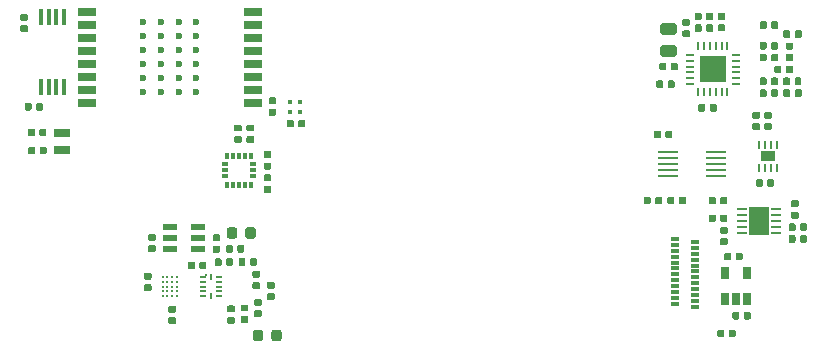
<source format=gtp>
G04 #@! TF.GenerationSoftware,KiCad,Pcbnew,5.0.2-bee76a0~70~ubuntu18.04.1*
G04 #@! TF.CreationDate,2019-05-16T13:06:06+01:00*
G04 #@! TF.ProjectId,HealthMonitor,4865616c-7468-44d6-9f6e-69746f722e6b,rev?*
G04 #@! TF.SameCoordinates,Original*
G04 #@! TF.FileFunction,Paste,Top*
G04 #@! TF.FilePolarity,Positive*
%FSLAX46Y46*%
G04 Gerber Fmt 4.6, Leading zero omitted, Abs format (unit mm)*
G04 Created by KiCad (PCBNEW 5.0.2-bee76a0~70~ubuntu18.04.1) date Thu 16 May 2019 13:06:06 BST*
%MOMM*%
%LPD*%
G01*
G04 APERTURE LIST*
%ADD10R,0.700000X0.300000*%
%ADD11C,0.230000*%
%ADD12C,0.100000*%
%ADD13C,0.875000*%
%ADD14R,1.498600X0.698500*%
%ADD15C,0.599440*%
%ADD16R,0.510000X0.350000*%
%ADD17R,0.350000X0.510000*%
%ADD18R,0.450000X1.450000*%
%ADD19C,0.590000*%
%ADD20R,0.150000X0.250000*%
%ADD21R,0.200000X0.600000*%
%ADD22R,0.600000X0.200000*%
%ADD23R,0.650000X1.060000*%
%ADD24R,1.766799X0.290200*%
%ADD25R,2.300000X2.300000*%
%ADD26R,0.210000X0.799999*%
%ADD27R,0.799999X0.210000*%
%ADD28R,1.400000X0.750000*%
%ADD29R,0.450000X0.450000*%
%ADD30R,1.752600X2.489200*%
%ADD31R,0.807999X0.224800*%
%ADD32R,1.295400X0.889000*%
%ADD33R,0.224800X0.706399*%
%ADD34R,1.309599X0.568000*%
%ADD35C,0.975000*%
G04 APERTURE END LIST*
D10*
G04 #@! TO.C,J6*
X161250000Y-116860000D03*
X161250000Y-117360000D03*
X161250000Y-117860000D03*
X161250000Y-118360000D03*
X161250000Y-118860000D03*
X161250000Y-119360000D03*
X161250000Y-119860000D03*
X161250000Y-122360000D03*
X161250000Y-121360000D03*
X161250000Y-120860000D03*
X161250000Y-120360000D03*
X161250000Y-121860000D03*
X159550000Y-122110000D03*
X159550000Y-121610000D03*
X159550000Y-121110000D03*
X159550000Y-120610000D03*
X159550000Y-120110000D03*
X159550000Y-119610000D03*
X159550000Y-119110000D03*
X159550000Y-118610000D03*
X159550000Y-118110000D03*
X159550000Y-117610000D03*
X159550000Y-117110000D03*
X159550000Y-116610000D03*
G04 #@! TD*
D11*
G04 #@! TO.C,U9*
X117415000Y-119840000D03*
X117415000Y-120240000D03*
X117415000Y-120640000D03*
X117415000Y-121040000D03*
X117415000Y-121440000D03*
X117015000Y-119840000D03*
X117015000Y-120240000D03*
X117015000Y-120640000D03*
X117015000Y-121040000D03*
X117015000Y-121440000D03*
X116615000Y-119840000D03*
X116615000Y-120240000D03*
X116615000Y-120640000D03*
X116615000Y-121040000D03*
X116615000Y-121440000D03*
X116215000Y-119840000D03*
X116215000Y-120240000D03*
X116215000Y-120640000D03*
X116215000Y-121040000D03*
X116215000Y-121440000D03*
G04 #@! TD*
D12*
G04 #@! TO.C,R36*
G36*
X124512691Y-124306053D02*
X124533926Y-124309203D01*
X124554750Y-124314419D01*
X124574962Y-124321651D01*
X124594368Y-124330830D01*
X124612781Y-124341866D01*
X124630024Y-124354654D01*
X124645930Y-124369070D01*
X124660346Y-124384976D01*
X124673134Y-124402219D01*
X124684170Y-124420632D01*
X124693349Y-124440038D01*
X124700581Y-124460250D01*
X124705797Y-124481074D01*
X124708947Y-124502309D01*
X124710000Y-124523750D01*
X124710000Y-125036250D01*
X124708947Y-125057691D01*
X124705797Y-125078926D01*
X124700581Y-125099750D01*
X124693349Y-125119962D01*
X124684170Y-125139368D01*
X124673134Y-125157781D01*
X124660346Y-125175024D01*
X124645930Y-125190930D01*
X124630024Y-125205346D01*
X124612781Y-125218134D01*
X124594368Y-125229170D01*
X124574962Y-125238349D01*
X124554750Y-125245581D01*
X124533926Y-125250797D01*
X124512691Y-125253947D01*
X124491250Y-125255000D01*
X124053750Y-125255000D01*
X124032309Y-125253947D01*
X124011074Y-125250797D01*
X123990250Y-125245581D01*
X123970038Y-125238349D01*
X123950632Y-125229170D01*
X123932219Y-125218134D01*
X123914976Y-125205346D01*
X123899070Y-125190930D01*
X123884654Y-125175024D01*
X123871866Y-125157781D01*
X123860830Y-125139368D01*
X123851651Y-125119962D01*
X123844419Y-125099750D01*
X123839203Y-125078926D01*
X123836053Y-125057691D01*
X123835000Y-125036250D01*
X123835000Y-124523750D01*
X123836053Y-124502309D01*
X123839203Y-124481074D01*
X123844419Y-124460250D01*
X123851651Y-124440038D01*
X123860830Y-124420632D01*
X123871866Y-124402219D01*
X123884654Y-124384976D01*
X123899070Y-124369070D01*
X123914976Y-124354654D01*
X123932219Y-124341866D01*
X123950632Y-124330830D01*
X123970038Y-124321651D01*
X123990250Y-124314419D01*
X124011074Y-124309203D01*
X124032309Y-124306053D01*
X124053750Y-124305000D01*
X124491250Y-124305000D01*
X124512691Y-124306053D01*
X124512691Y-124306053D01*
G37*
D13*
X124272500Y-124780000D03*
D12*
G36*
X126087691Y-124306053D02*
X126108926Y-124309203D01*
X126129750Y-124314419D01*
X126149962Y-124321651D01*
X126169368Y-124330830D01*
X126187781Y-124341866D01*
X126205024Y-124354654D01*
X126220930Y-124369070D01*
X126235346Y-124384976D01*
X126248134Y-124402219D01*
X126259170Y-124420632D01*
X126268349Y-124440038D01*
X126275581Y-124460250D01*
X126280797Y-124481074D01*
X126283947Y-124502309D01*
X126285000Y-124523750D01*
X126285000Y-125036250D01*
X126283947Y-125057691D01*
X126280797Y-125078926D01*
X126275581Y-125099750D01*
X126268349Y-125119962D01*
X126259170Y-125139368D01*
X126248134Y-125157781D01*
X126235346Y-125175024D01*
X126220930Y-125190930D01*
X126205024Y-125205346D01*
X126187781Y-125218134D01*
X126169368Y-125229170D01*
X126149962Y-125238349D01*
X126129750Y-125245581D01*
X126108926Y-125250797D01*
X126087691Y-125253947D01*
X126066250Y-125255000D01*
X125628750Y-125255000D01*
X125607309Y-125253947D01*
X125586074Y-125250797D01*
X125565250Y-125245581D01*
X125545038Y-125238349D01*
X125525632Y-125229170D01*
X125507219Y-125218134D01*
X125489976Y-125205346D01*
X125474070Y-125190930D01*
X125459654Y-125175024D01*
X125446866Y-125157781D01*
X125435830Y-125139368D01*
X125426651Y-125119962D01*
X125419419Y-125099750D01*
X125414203Y-125078926D01*
X125411053Y-125057691D01*
X125410000Y-125036250D01*
X125410000Y-124523750D01*
X125411053Y-124502309D01*
X125414203Y-124481074D01*
X125419419Y-124460250D01*
X125426651Y-124440038D01*
X125435830Y-124420632D01*
X125446866Y-124402219D01*
X125459654Y-124384976D01*
X125474070Y-124369070D01*
X125489976Y-124354654D01*
X125507219Y-124341866D01*
X125525632Y-124330830D01*
X125545038Y-124321651D01*
X125565250Y-124314419D01*
X125586074Y-124309203D01*
X125607309Y-124306053D01*
X125628750Y-124305000D01*
X126066250Y-124305000D01*
X126087691Y-124306053D01*
X126087691Y-124306053D01*
G37*
D13*
X125847500Y-124780000D03*
G04 #@! TD*
D14*
G04 #@! TO.C,U11*
X109825000Y-97401440D03*
X109825000Y-98501260D03*
X109825000Y-99601080D03*
X109825000Y-100700900D03*
X109825000Y-101800720D03*
X109825000Y-102900540D03*
X109825000Y-104000360D03*
X109825000Y-105100180D03*
X123822940Y-105100180D03*
X123822940Y-104000360D03*
X123822940Y-102900540D03*
X123822940Y-101800720D03*
X123822940Y-100700900D03*
X123822940Y-99601080D03*
X123822940Y-98501260D03*
X123822940Y-97401440D03*
D15*
X114574800Y-98201540D03*
X114574800Y-99400420D03*
X114574800Y-100601840D03*
X114574800Y-101800720D03*
X114574800Y-103002140D03*
X114574800Y-104201020D03*
X116073400Y-98201540D03*
X116073400Y-99400420D03*
X116073400Y-100601840D03*
X116073400Y-101800720D03*
X116073400Y-103002140D03*
X116073400Y-104201020D03*
X117574540Y-98201540D03*
X117574540Y-99400420D03*
X117574540Y-100601840D03*
X117574540Y-101800720D03*
X117574540Y-103002140D03*
X117574540Y-104201020D03*
X119073140Y-98201540D03*
X119073140Y-99400420D03*
X119073140Y-100601840D03*
X119073140Y-101800720D03*
X119073140Y-103002140D03*
X119073140Y-104201020D03*
G04 #@! TD*
D16*
G04 #@! TO.C,U6*
X123885000Y-110300000D03*
X123885000Y-110800000D03*
X123885000Y-111300000D03*
D17*
X123675000Y-112010000D03*
X123175000Y-112010000D03*
X122675000Y-112010000D03*
X122175000Y-112010000D03*
X121675000Y-112010000D03*
D16*
X121465000Y-111300000D03*
X121465000Y-110800000D03*
X121465000Y-110300000D03*
D17*
X121675000Y-109590000D03*
X122175000Y-109590000D03*
X122675000Y-109590000D03*
X123175000Y-109590000D03*
X123675000Y-109590000D03*
G04 #@! TD*
D18*
G04 #@! TO.C,U10*
X105900000Y-97850000D03*
X106550000Y-97850000D03*
X107200000Y-97850000D03*
X107850000Y-97850000D03*
X107850000Y-103750000D03*
X107200000Y-103750000D03*
X106550000Y-103750000D03*
X105900000Y-103750000D03*
G04 #@! TD*
D12*
G04 #@! TO.C,R32*
G36*
X104976958Y-105105710D02*
X104991276Y-105107834D01*
X105005317Y-105111351D01*
X105018946Y-105116228D01*
X105032031Y-105122417D01*
X105044447Y-105129858D01*
X105056073Y-105138481D01*
X105066798Y-105148202D01*
X105076519Y-105158927D01*
X105085142Y-105170553D01*
X105092583Y-105182969D01*
X105098772Y-105196054D01*
X105103649Y-105209683D01*
X105107166Y-105223724D01*
X105109290Y-105238042D01*
X105110000Y-105252500D01*
X105110000Y-105597500D01*
X105109290Y-105611958D01*
X105107166Y-105626276D01*
X105103649Y-105640317D01*
X105098772Y-105653946D01*
X105092583Y-105667031D01*
X105085142Y-105679447D01*
X105076519Y-105691073D01*
X105066798Y-105701798D01*
X105056073Y-105711519D01*
X105044447Y-105720142D01*
X105032031Y-105727583D01*
X105018946Y-105733772D01*
X105005317Y-105738649D01*
X104991276Y-105742166D01*
X104976958Y-105744290D01*
X104962500Y-105745000D01*
X104667500Y-105745000D01*
X104653042Y-105744290D01*
X104638724Y-105742166D01*
X104624683Y-105738649D01*
X104611054Y-105733772D01*
X104597969Y-105727583D01*
X104585553Y-105720142D01*
X104573927Y-105711519D01*
X104563202Y-105701798D01*
X104553481Y-105691073D01*
X104544858Y-105679447D01*
X104537417Y-105667031D01*
X104531228Y-105653946D01*
X104526351Y-105640317D01*
X104522834Y-105626276D01*
X104520710Y-105611958D01*
X104520000Y-105597500D01*
X104520000Y-105252500D01*
X104520710Y-105238042D01*
X104522834Y-105223724D01*
X104526351Y-105209683D01*
X104531228Y-105196054D01*
X104537417Y-105182969D01*
X104544858Y-105170553D01*
X104553481Y-105158927D01*
X104563202Y-105148202D01*
X104573927Y-105138481D01*
X104585553Y-105129858D01*
X104597969Y-105122417D01*
X104611054Y-105116228D01*
X104624683Y-105111351D01*
X104638724Y-105107834D01*
X104653042Y-105105710D01*
X104667500Y-105105000D01*
X104962500Y-105105000D01*
X104976958Y-105105710D01*
X104976958Y-105105710D01*
G37*
D19*
X104815000Y-105425000D03*
D12*
G36*
X105946958Y-105105710D02*
X105961276Y-105107834D01*
X105975317Y-105111351D01*
X105988946Y-105116228D01*
X106002031Y-105122417D01*
X106014447Y-105129858D01*
X106026073Y-105138481D01*
X106036798Y-105148202D01*
X106046519Y-105158927D01*
X106055142Y-105170553D01*
X106062583Y-105182969D01*
X106068772Y-105196054D01*
X106073649Y-105209683D01*
X106077166Y-105223724D01*
X106079290Y-105238042D01*
X106080000Y-105252500D01*
X106080000Y-105597500D01*
X106079290Y-105611958D01*
X106077166Y-105626276D01*
X106073649Y-105640317D01*
X106068772Y-105653946D01*
X106062583Y-105667031D01*
X106055142Y-105679447D01*
X106046519Y-105691073D01*
X106036798Y-105701798D01*
X106026073Y-105711519D01*
X106014447Y-105720142D01*
X106002031Y-105727583D01*
X105988946Y-105733772D01*
X105975317Y-105738649D01*
X105961276Y-105742166D01*
X105946958Y-105744290D01*
X105932500Y-105745000D01*
X105637500Y-105745000D01*
X105623042Y-105744290D01*
X105608724Y-105742166D01*
X105594683Y-105738649D01*
X105581054Y-105733772D01*
X105567969Y-105727583D01*
X105555553Y-105720142D01*
X105543927Y-105711519D01*
X105533202Y-105701798D01*
X105523481Y-105691073D01*
X105514858Y-105679447D01*
X105507417Y-105667031D01*
X105501228Y-105653946D01*
X105496351Y-105640317D01*
X105492834Y-105626276D01*
X105490710Y-105611958D01*
X105490000Y-105597500D01*
X105490000Y-105252500D01*
X105490710Y-105238042D01*
X105492834Y-105223724D01*
X105496351Y-105209683D01*
X105501228Y-105196054D01*
X105507417Y-105182969D01*
X105514858Y-105170553D01*
X105523481Y-105158927D01*
X105533202Y-105148202D01*
X105543927Y-105138481D01*
X105555553Y-105129858D01*
X105567969Y-105122417D01*
X105581054Y-105116228D01*
X105594683Y-105111351D01*
X105608724Y-105107834D01*
X105623042Y-105105710D01*
X105637500Y-105105000D01*
X105932500Y-105105000D01*
X105946958Y-105105710D01*
X105946958Y-105105710D01*
G37*
D19*
X105785000Y-105425000D03*
G04 #@! TD*
D20*
G04 #@! TO.C,U7*
X119865000Y-119665000D03*
D21*
X120290000Y-119840000D03*
D22*
X120940000Y-119840000D03*
X120940000Y-120240000D03*
X120940000Y-120640000D03*
X120940000Y-121040000D03*
X120940000Y-121440000D03*
D21*
X120290000Y-121440000D03*
D22*
X119640000Y-121440000D03*
X119640000Y-121040000D03*
X119640000Y-120640000D03*
X119640000Y-120240000D03*
X119640000Y-119840000D03*
G04 #@! TD*
D12*
G04 #@! TO.C,C26*
G36*
X115136958Y-120440710D02*
X115151276Y-120442834D01*
X115165317Y-120446351D01*
X115178946Y-120451228D01*
X115192031Y-120457417D01*
X115204447Y-120464858D01*
X115216073Y-120473481D01*
X115226798Y-120483202D01*
X115236519Y-120493927D01*
X115245142Y-120505553D01*
X115252583Y-120517969D01*
X115258772Y-120531054D01*
X115263649Y-120544683D01*
X115267166Y-120558724D01*
X115269290Y-120573042D01*
X115270000Y-120587500D01*
X115270000Y-120882500D01*
X115269290Y-120896958D01*
X115267166Y-120911276D01*
X115263649Y-120925317D01*
X115258772Y-120938946D01*
X115252583Y-120952031D01*
X115245142Y-120964447D01*
X115236519Y-120976073D01*
X115226798Y-120986798D01*
X115216073Y-120996519D01*
X115204447Y-121005142D01*
X115192031Y-121012583D01*
X115178946Y-121018772D01*
X115165317Y-121023649D01*
X115151276Y-121027166D01*
X115136958Y-121029290D01*
X115122500Y-121030000D01*
X114777500Y-121030000D01*
X114763042Y-121029290D01*
X114748724Y-121027166D01*
X114734683Y-121023649D01*
X114721054Y-121018772D01*
X114707969Y-121012583D01*
X114695553Y-121005142D01*
X114683927Y-120996519D01*
X114673202Y-120986798D01*
X114663481Y-120976073D01*
X114654858Y-120964447D01*
X114647417Y-120952031D01*
X114641228Y-120938946D01*
X114636351Y-120925317D01*
X114632834Y-120911276D01*
X114630710Y-120896958D01*
X114630000Y-120882500D01*
X114630000Y-120587500D01*
X114630710Y-120573042D01*
X114632834Y-120558724D01*
X114636351Y-120544683D01*
X114641228Y-120531054D01*
X114647417Y-120517969D01*
X114654858Y-120505553D01*
X114663481Y-120493927D01*
X114673202Y-120483202D01*
X114683927Y-120473481D01*
X114695553Y-120464858D01*
X114707969Y-120457417D01*
X114721054Y-120451228D01*
X114734683Y-120446351D01*
X114748724Y-120442834D01*
X114763042Y-120440710D01*
X114777500Y-120440000D01*
X115122500Y-120440000D01*
X115136958Y-120440710D01*
X115136958Y-120440710D01*
G37*
D19*
X114950000Y-120735000D03*
D12*
G36*
X115136958Y-119470710D02*
X115151276Y-119472834D01*
X115165317Y-119476351D01*
X115178946Y-119481228D01*
X115192031Y-119487417D01*
X115204447Y-119494858D01*
X115216073Y-119503481D01*
X115226798Y-119513202D01*
X115236519Y-119523927D01*
X115245142Y-119535553D01*
X115252583Y-119547969D01*
X115258772Y-119561054D01*
X115263649Y-119574683D01*
X115267166Y-119588724D01*
X115269290Y-119603042D01*
X115270000Y-119617500D01*
X115270000Y-119912500D01*
X115269290Y-119926958D01*
X115267166Y-119941276D01*
X115263649Y-119955317D01*
X115258772Y-119968946D01*
X115252583Y-119982031D01*
X115245142Y-119994447D01*
X115236519Y-120006073D01*
X115226798Y-120016798D01*
X115216073Y-120026519D01*
X115204447Y-120035142D01*
X115192031Y-120042583D01*
X115178946Y-120048772D01*
X115165317Y-120053649D01*
X115151276Y-120057166D01*
X115136958Y-120059290D01*
X115122500Y-120060000D01*
X114777500Y-120060000D01*
X114763042Y-120059290D01*
X114748724Y-120057166D01*
X114734683Y-120053649D01*
X114721054Y-120048772D01*
X114707969Y-120042583D01*
X114695553Y-120035142D01*
X114683927Y-120026519D01*
X114673202Y-120016798D01*
X114663481Y-120006073D01*
X114654858Y-119994447D01*
X114647417Y-119982031D01*
X114641228Y-119968946D01*
X114636351Y-119955317D01*
X114632834Y-119941276D01*
X114630710Y-119926958D01*
X114630000Y-119912500D01*
X114630000Y-119617500D01*
X114630710Y-119603042D01*
X114632834Y-119588724D01*
X114636351Y-119574683D01*
X114641228Y-119561054D01*
X114647417Y-119547969D01*
X114654858Y-119535553D01*
X114663481Y-119523927D01*
X114673202Y-119513202D01*
X114683927Y-119503481D01*
X114695553Y-119494858D01*
X114707969Y-119487417D01*
X114721054Y-119481228D01*
X114734683Y-119476351D01*
X114748724Y-119472834D01*
X114763042Y-119470710D01*
X114777500Y-119470000D01*
X115122500Y-119470000D01*
X115136958Y-119470710D01*
X115136958Y-119470710D01*
G37*
D19*
X114950000Y-119765000D03*
G04 #@! TD*
D12*
G04 #@! TO.C,R6*
G36*
X159406958Y-113040710D02*
X159421276Y-113042834D01*
X159435317Y-113046351D01*
X159448946Y-113051228D01*
X159462031Y-113057417D01*
X159474447Y-113064858D01*
X159486073Y-113073481D01*
X159496798Y-113083202D01*
X159506519Y-113093927D01*
X159515142Y-113105553D01*
X159522583Y-113117969D01*
X159528772Y-113131054D01*
X159533649Y-113144683D01*
X159537166Y-113158724D01*
X159539290Y-113173042D01*
X159540000Y-113187500D01*
X159540000Y-113532500D01*
X159539290Y-113546958D01*
X159537166Y-113561276D01*
X159533649Y-113575317D01*
X159528772Y-113588946D01*
X159522583Y-113602031D01*
X159515142Y-113614447D01*
X159506519Y-113626073D01*
X159496798Y-113636798D01*
X159486073Y-113646519D01*
X159474447Y-113655142D01*
X159462031Y-113662583D01*
X159448946Y-113668772D01*
X159435317Y-113673649D01*
X159421276Y-113677166D01*
X159406958Y-113679290D01*
X159392500Y-113680000D01*
X159097500Y-113680000D01*
X159083042Y-113679290D01*
X159068724Y-113677166D01*
X159054683Y-113673649D01*
X159041054Y-113668772D01*
X159027969Y-113662583D01*
X159015553Y-113655142D01*
X159003927Y-113646519D01*
X158993202Y-113636798D01*
X158983481Y-113626073D01*
X158974858Y-113614447D01*
X158967417Y-113602031D01*
X158961228Y-113588946D01*
X158956351Y-113575317D01*
X158952834Y-113561276D01*
X158950710Y-113546958D01*
X158950000Y-113532500D01*
X158950000Y-113187500D01*
X158950710Y-113173042D01*
X158952834Y-113158724D01*
X158956351Y-113144683D01*
X158961228Y-113131054D01*
X158967417Y-113117969D01*
X158974858Y-113105553D01*
X158983481Y-113093927D01*
X158993202Y-113083202D01*
X159003927Y-113073481D01*
X159015553Y-113064858D01*
X159027969Y-113057417D01*
X159041054Y-113051228D01*
X159054683Y-113046351D01*
X159068724Y-113042834D01*
X159083042Y-113040710D01*
X159097500Y-113040000D01*
X159392500Y-113040000D01*
X159406958Y-113040710D01*
X159406958Y-113040710D01*
G37*
D19*
X159245000Y-113360000D03*
D12*
G36*
X160376958Y-113040710D02*
X160391276Y-113042834D01*
X160405317Y-113046351D01*
X160418946Y-113051228D01*
X160432031Y-113057417D01*
X160444447Y-113064858D01*
X160456073Y-113073481D01*
X160466798Y-113083202D01*
X160476519Y-113093927D01*
X160485142Y-113105553D01*
X160492583Y-113117969D01*
X160498772Y-113131054D01*
X160503649Y-113144683D01*
X160507166Y-113158724D01*
X160509290Y-113173042D01*
X160510000Y-113187500D01*
X160510000Y-113532500D01*
X160509290Y-113546958D01*
X160507166Y-113561276D01*
X160503649Y-113575317D01*
X160498772Y-113588946D01*
X160492583Y-113602031D01*
X160485142Y-113614447D01*
X160476519Y-113626073D01*
X160466798Y-113636798D01*
X160456073Y-113646519D01*
X160444447Y-113655142D01*
X160432031Y-113662583D01*
X160418946Y-113668772D01*
X160405317Y-113673649D01*
X160391276Y-113677166D01*
X160376958Y-113679290D01*
X160362500Y-113680000D01*
X160067500Y-113680000D01*
X160053042Y-113679290D01*
X160038724Y-113677166D01*
X160024683Y-113673649D01*
X160011054Y-113668772D01*
X159997969Y-113662583D01*
X159985553Y-113655142D01*
X159973927Y-113646519D01*
X159963202Y-113636798D01*
X159953481Y-113626073D01*
X159944858Y-113614447D01*
X159937417Y-113602031D01*
X159931228Y-113588946D01*
X159926351Y-113575317D01*
X159922834Y-113561276D01*
X159920710Y-113546958D01*
X159920000Y-113532500D01*
X159920000Y-113187500D01*
X159920710Y-113173042D01*
X159922834Y-113158724D01*
X159926351Y-113144683D01*
X159931228Y-113131054D01*
X159937417Y-113117969D01*
X159944858Y-113105553D01*
X159953481Y-113093927D01*
X159963202Y-113083202D01*
X159973927Y-113073481D01*
X159985553Y-113064858D01*
X159997969Y-113057417D01*
X160011054Y-113051228D01*
X160024683Y-113046351D01*
X160038724Y-113042834D01*
X160053042Y-113040710D01*
X160067500Y-113040000D01*
X160362500Y-113040000D01*
X160376958Y-113040710D01*
X160376958Y-113040710D01*
G37*
D19*
X160215000Y-113360000D03*
G04 #@! TD*
D12*
G04 #@! TO.C,C24*
G36*
X164906958Y-122790710D02*
X164921276Y-122792834D01*
X164935317Y-122796351D01*
X164948946Y-122801228D01*
X164962031Y-122807417D01*
X164974447Y-122814858D01*
X164986073Y-122823481D01*
X164996798Y-122833202D01*
X165006519Y-122843927D01*
X165015142Y-122855553D01*
X165022583Y-122867969D01*
X165028772Y-122881054D01*
X165033649Y-122894683D01*
X165037166Y-122908724D01*
X165039290Y-122923042D01*
X165040000Y-122937500D01*
X165040000Y-123282500D01*
X165039290Y-123296958D01*
X165037166Y-123311276D01*
X165033649Y-123325317D01*
X165028772Y-123338946D01*
X165022583Y-123352031D01*
X165015142Y-123364447D01*
X165006519Y-123376073D01*
X164996798Y-123386798D01*
X164986073Y-123396519D01*
X164974447Y-123405142D01*
X164962031Y-123412583D01*
X164948946Y-123418772D01*
X164935317Y-123423649D01*
X164921276Y-123427166D01*
X164906958Y-123429290D01*
X164892500Y-123430000D01*
X164597500Y-123430000D01*
X164583042Y-123429290D01*
X164568724Y-123427166D01*
X164554683Y-123423649D01*
X164541054Y-123418772D01*
X164527969Y-123412583D01*
X164515553Y-123405142D01*
X164503927Y-123396519D01*
X164493202Y-123386798D01*
X164483481Y-123376073D01*
X164474858Y-123364447D01*
X164467417Y-123352031D01*
X164461228Y-123338946D01*
X164456351Y-123325317D01*
X164452834Y-123311276D01*
X164450710Y-123296958D01*
X164450000Y-123282500D01*
X164450000Y-122937500D01*
X164450710Y-122923042D01*
X164452834Y-122908724D01*
X164456351Y-122894683D01*
X164461228Y-122881054D01*
X164467417Y-122867969D01*
X164474858Y-122855553D01*
X164483481Y-122843927D01*
X164493202Y-122833202D01*
X164503927Y-122823481D01*
X164515553Y-122814858D01*
X164527969Y-122807417D01*
X164541054Y-122801228D01*
X164554683Y-122796351D01*
X164568724Y-122792834D01*
X164583042Y-122790710D01*
X164597500Y-122790000D01*
X164892500Y-122790000D01*
X164906958Y-122790710D01*
X164906958Y-122790710D01*
G37*
D19*
X164745000Y-123110000D03*
D12*
G36*
X165876958Y-122790710D02*
X165891276Y-122792834D01*
X165905317Y-122796351D01*
X165918946Y-122801228D01*
X165932031Y-122807417D01*
X165944447Y-122814858D01*
X165956073Y-122823481D01*
X165966798Y-122833202D01*
X165976519Y-122843927D01*
X165985142Y-122855553D01*
X165992583Y-122867969D01*
X165998772Y-122881054D01*
X166003649Y-122894683D01*
X166007166Y-122908724D01*
X166009290Y-122923042D01*
X166010000Y-122937500D01*
X166010000Y-123282500D01*
X166009290Y-123296958D01*
X166007166Y-123311276D01*
X166003649Y-123325317D01*
X165998772Y-123338946D01*
X165992583Y-123352031D01*
X165985142Y-123364447D01*
X165976519Y-123376073D01*
X165966798Y-123386798D01*
X165956073Y-123396519D01*
X165944447Y-123405142D01*
X165932031Y-123412583D01*
X165918946Y-123418772D01*
X165905317Y-123423649D01*
X165891276Y-123427166D01*
X165876958Y-123429290D01*
X165862500Y-123430000D01*
X165567500Y-123430000D01*
X165553042Y-123429290D01*
X165538724Y-123427166D01*
X165524683Y-123423649D01*
X165511054Y-123418772D01*
X165497969Y-123412583D01*
X165485553Y-123405142D01*
X165473927Y-123396519D01*
X165463202Y-123386798D01*
X165453481Y-123376073D01*
X165444858Y-123364447D01*
X165437417Y-123352031D01*
X165431228Y-123338946D01*
X165426351Y-123325317D01*
X165422834Y-123311276D01*
X165420710Y-123296958D01*
X165420000Y-123282500D01*
X165420000Y-122937500D01*
X165420710Y-122923042D01*
X165422834Y-122908724D01*
X165426351Y-122894683D01*
X165431228Y-122881054D01*
X165437417Y-122867969D01*
X165444858Y-122855553D01*
X165453481Y-122843927D01*
X165463202Y-122833202D01*
X165473927Y-122823481D01*
X165485553Y-122814858D01*
X165497969Y-122807417D01*
X165511054Y-122801228D01*
X165524683Y-122796351D01*
X165538724Y-122792834D01*
X165553042Y-122790710D01*
X165567500Y-122790000D01*
X165862500Y-122790000D01*
X165876958Y-122790710D01*
X165876958Y-122790710D01*
G37*
D19*
X165715000Y-123110000D03*
G04 #@! TD*
D12*
G04 #@! TO.C,C25*
G36*
X165171958Y-117790710D02*
X165186276Y-117792834D01*
X165200317Y-117796351D01*
X165213946Y-117801228D01*
X165227031Y-117807417D01*
X165239447Y-117814858D01*
X165251073Y-117823481D01*
X165261798Y-117833202D01*
X165271519Y-117843927D01*
X165280142Y-117855553D01*
X165287583Y-117867969D01*
X165293772Y-117881054D01*
X165298649Y-117894683D01*
X165302166Y-117908724D01*
X165304290Y-117923042D01*
X165305000Y-117937500D01*
X165305000Y-118282500D01*
X165304290Y-118296958D01*
X165302166Y-118311276D01*
X165298649Y-118325317D01*
X165293772Y-118338946D01*
X165287583Y-118352031D01*
X165280142Y-118364447D01*
X165271519Y-118376073D01*
X165261798Y-118386798D01*
X165251073Y-118396519D01*
X165239447Y-118405142D01*
X165227031Y-118412583D01*
X165213946Y-118418772D01*
X165200317Y-118423649D01*
X165186276Y-118427166D01*
X165171958Y-118429290D01*
X165157500Y-118430000D01*
X164862500Y-118430000D01*
X164848042Y-118429290D01*
X164833724Y-118427166D01*
X164819683Y-118423649D01*
X164806054Y-118418772D01*
X164792969Y-118412583D01*
X164780553Y-118405142D01*
X164768927Y-118396519D01*
X164758202Y-118386798D01*
X164748481Y-118376073D01*
X164739858Y-118364447D01*
X164732417Y-118352031D01*
X164726228Y-118338946D01*
X164721351Y-118325317D01*
X164717834Y-118311276D01*
X164715710Y-118296958D01*
X164715000Y-118282500D01*
X164715000Y-117937500D01*
X164715710Y-117923042D01*
X164717834Y-117908724D01*
X164721351Y-117894683D01*
X164726228Y-117881054D01*
X164732417Y-117867969D01*
X164739858Y-117855553D01*
X164748481Y-117843927D01*
X164758202Y-117833202D01*
X164768927Y-117823481D01*
X164780553Y-117814858D01*
X164792969Y-117807417D01*
X164806054Y-117801228D01*
X164819683Y-117796351D01*
X164833724Y-117792834D01*
X164848042Y-117790710D01*
X164862500Y-117790000D01*
X165157500Y-117790000D01*
X165171958Y-117790710D01*
X165171958Y-117790710D01*
G37*
D19*
X165010000Y-118110000D03*
D12*
G36*
X164201958Y-117790710D02*
X164216276Y-117792834D01*
X164230317Y-117796351D01*
X164243946Y-117801228D01*
X164257031Y-117807417D01*
X164269447Y-117814858D01*
X164281073Y-117823481D01*
X164291798Y-117833202D01*
X164301519Y-117843927D01*
X164310142Y-117855553D01*
X164317583Y-117867969D01*
X164323772Y-117881054D01*
X164328649Y-117894683D01*
X164332166Y-117908724D01*
X164334290Y-117923042D01*
X164335000Y-117937500D01*
X164335000Y-118282500D01*
X164334290Y-118296958D01*
X164332166Y-118311276D01*
X164328649Y-118325317D01*
X164323772Y-118338946D01*
X164317583Y-118352031D01*
X164310142Y-118364447D01*
X164301519Y-118376073D01*
X164291798Y-118386798D01*
X164281073Y-118396519D01*
X164269447Y-118405142D01*
X164257031Y-118412583D01*
X164243946Y-118418772D01*
X164230317Y-118423649D01*
X164216276Y-118427166D01*
X164201958Y-118429290D01*
X164187500Y-118430000D01*
X163892500Y-118430000D01*
X163878042Y-118429290D01*
X163863724Y-118427166D01*
X163849683Y-118423649D01*
X163836054Y-118418772D01*
X163822969Y-118412583D01*
X163810553Y-118405142D01*
X163798927Y-118396519D01*
X163788202Y-118386798D01*
X163778481Y-118376073D01*
X163769858Y-118364447D01*
X163762417Y-118352031D01*
X163756228Y-118338946D01*
X163751351Y-118325317D01*
X163747834Y-118311276D01*
X163745710Y-118296958D01*
X163745000Y-118282500D01*
X163745000Y-117937500D01*
X163745710Y-117923042D01*
X163747834Y-117908724D01*
X163751351Y-117894683D01*
X163756228Y-117881054D01*
X163762417Y-117867969D01*
X163769858Y-117855553D01*
X163778481Y-117843927D01*
X163788202Y-117833202D01*
X163798927Y-117823481D01*
X163810553Y-117814858D01*
X163822969Y-117807417D01*
X163836054Y-117801228D01*
X163849683Y-117796351D01*
X163863724Y-117792834D01*
X163878042Y-117790710D01*
X163892500Y-117790000D01*
X164187500Y-117790000D01*
X164201958Y-117790710D01*
X164201958Y-117790710D01*
G37*
D19*
X164040000Y-118110000D03*
G04 #@! TD*
D23*
G04 #@! TO.C,U4*
X163780000Y-119510000D03*
X165680000Y-119510000D03*
X165680000Y-121710000D03*
X164730000Y-121710000D03*
X163780000Y-121710000D03*
G04 #@! TD*
D12*
G04 #@! TO.C,R35*
G36*
X159226958Y-107440710D02*
X159241276Y-107442834D01*
X159255317Y-107446351D01*
X159268946Y-107451228D01*
X159282031Y-107457417D01*
X159294447Y-107464858D01*
X159306073Y-107473481D01*
X159316798Y-107483202D01*
X159326519Y-107493927D01*
X159335142Y-107505553D01*
X159342583Y-107517969D01*
X159348772Y-107531054D01*
X159353649Y-107544683D01*
X159357166Y-107558724D01*
X159359290Y-107573042D01*
X159360000Y-107587500D01*
X159360000Y-107932500D01*
X159359290Y-107946958D01*
X159357166Y-107961276D01*
X159353649Y-107975317D01*
X159348772Y-107988946D01*
X159342583Y-108002031D01*
X159335142Y-108014447D01*
X159326519Y-108026073D01*
X159316798Y-108036798D01*
X159306073Y-108046519D01*
X159294447Y-108055142D01*
X159282031Y-108062583D01*
X159268946Y-108068772D01*
X159255317Y-108073649D01*
X159241276Y-108077166D01*
X159226958Y-108079290D01*
X159212500Y-108080000D01*
X158917500Y-108080000D01*
X158903042Y-108079290D01*
X158888724Y-108077166D01*
X158874683Y-108073649D01*
X158861054Y-108068772D01*
X158847969Y-108062583D01*
X158835553Y-108055142D01*
X158823927Y-108046519D01*
X158813202Y-108036798D01*
X158803481Y-108026073D01*
X158794858Y-108014447D01*
X158787417Y-108002031D01*
X158781228Y-107988946D01*
X158776351Y-107975317D01*
X158772834Y-107961276D01*
X158770710Y-107946958D01*
X158770000Y-107932500D01*
X158770000Y-107587500D01*
X158770710Y-107573042D01*
X158772834Y-107558724D01*
X158776351Y-107544683D01*
X158781228Y-107531054D01*
X158787417Y-107517969D01*
X158794858Y-107505553D01*
X158803481Y-107493927D01*
X158813202Y-107483202D01*
X158823927Y-107473481D01*
X158835553Y-107464858D01*
X158847969Y-107457417D01*
X158861054Y-107451228D01*
X158874683Y-107446351D01*
X158888724Y-107442834D01*
X158903042Y-107440710D01*
X158917500Y-107440000D01*
X159212500Y-107440000D01*
X159226958Y-107440710D01*
X159226958Y-107440710D01*
G37*
D19*
X159065000Y-107760000D03*
D12*
G36*
X158256958Y-107440710D02*
X158271276Y-107442834D01*
X158285317Y-107446351D01*
X158298946Y-107451228D01*
X158312031Y-107457417D01*
X158324447Y-107464858D01*
X158336073Y-107473481D01*
X158346798Y-107483202D01*
X158356519Y-107493927D01*
X158365142Y-107505553D01*
X158372583Y-107517969D01*
X158378772Y-107531054D01*
X158383649Y-107544683D01*
X158387166Y-107558724D01*
X158389290Y-107573042D01*
X158390000Y-107587500D01*
X158390000Y-107932500D01*
X158389290Y-107946958D01*
X158387166Y-107961276D01*
X158383649Y-107975317D01*
X158378772Y-107988946D01*
X158372583Y-108002031D01*
X158365142Y-108014447D01*
X158356519Y-108026073D01*
X158346798Y-108036798D01*
X158336073Y-108046519D01*
X158324447Y-108055142D01*
X158312031Y-108062583D01*
X158298946Y-108068772D01*
X158285317Y-108073649D01*
X158271276Y-108077166D01*
X158256958Y-108079290D01*
X158242500Y-108080000D01*
X157947500Y-108080000D01*
X157933042Y-108079290D01*
X157918724Y-108077166D01*
X157904683Y-108073649D01*
X157891054Y-108068772D01*
X157877969Y-108062583D01*
X157865553Y-108055142D01*
X157853927Y-108046519D01*
X157843202Y-108036798D01*
X157833481Y-108026073D01*
X157824858Y-108014447D01*
X157817417Y-108002031D01*
X157811228Y-107988946D01*
X157806351Y-107975317D01*
X157802834Y-107961276D01*
X157800710Y-107946958D01*
X157800000Y-107932500D01*
X157800000Y-107587500D01*
X157800710Y-107573042D01*
X157802834Y-107558724D01*
X157806351Y-107544683D01*
X157811228Y-107531054D01*
X157817417Y-107517969D01*
X157824858Y-107505553D01*
X157833481Y-107493927D01*
X157843202Y-107483202D01*
X157853927Y-107473481D01*
X157865553Y-107464858D01*
X157877969Y-107457417D01*
X157891054Y-107451228D01*
X157904683Y-107446351D01*
X157918724Y-107442834D01*
X157933042Y-107440710D01*
X157947500Y-107440000D01*
X158242500Y-107440000D01*
X158256958Y-107440710D01*
X158256958Y-107440710D01*
G37*
D19*
X158095000Y-107760000D03*
G04 #@! TD*
D24*
G04 #@! TO.C,U13*
X163074700Y-109259999D03*
X163074700Y-109760001D03*
X163074700Y-110260000D03*
X163074700Y-110759999D03*
X163074700Y-111260001D03*
X158985300Y-111260001D03*
X158985300Y-110759999D03*
X158985300Y-110260000D03*
X158985300Y-109760001D03*
X158985300Y-109259999D03*
G04 #@! TD*
D25*
G04 #@! TO.C,U2*
X162780000Y-102260000D03*
D26*
X164030000Y-104210001D03*
X163530001Y-104210001D03*
X163030000Y-104210001D03*
X162530000Y-104210001D03*
X162029999Y-104210001D03*
X161530000Y-104210001D03*
D27*
X160829999Y-103510000D03*
X160829999Y-103010001D03*
X160829999Y-102510000D03*
X160829999Y-102010000D03*
X160829999Y-101509999D03*
X160829999Y-101010000D03*
D26*
X161530000Y-100309999D03*
X162029999Y-100309999D03*
X162530000Y-100309999D03*
X163030000Y-100309999D03*
X163530001Y-100309999D03*
X164030000Y-100309999D03*
D27*
X164730001Y-101010000D03*
X164730001Y-101509999D03*
X164730001Y-102010000D03*
X164730001Y-102510000D03*
X164730001Y-103010001D03*
X164730001Y-103510000D03*
G04 #@! TD*
D28*
G04 #@! TO.C,Y1*
X107650000Y-109080000D03*
X107650000Y-107620000D03*
G04 #@! TD*
D12*
G04 #@! TO.C,C6*
G36*
X159426958Y-103190710D02*
X159441276Y-103192834D01*
X159455317Y-103196351D01*
X159468946Y-103201228D01*
X159482031Y-103207417D01*
X159494447Y-103214858D01*
X159506073Y-103223481D01*
X159516798Y-103233202D01*
X159526519Y-103243927D01*
X159535142Y-103255553D01*
X159542583Y-103267969D01*
X159548772Y-103281054D01*
X159553649Y-103294683D01*
X159557166Y-103308724D01*
X159559290Y-103323042D01*
X159560000Y-103337500D01*
X159560000Y-103682500D01*
X159559290Y-103696958D01*
X159557166Y-103711276D01*
X159553649Y-103725317D01*
X159548772Y-103738946D01*
X159542583Y-103752031D01*
X159535142Y-103764447D01*
X159526519Y-103776073D01*
X159516798Y-103786798D01*
X159506073Y-103796519D01*
X159494447Y-103805142D01*
X159482031Y-103812583D01*
X159468946Y-103818772D01*
X159455317Y-103823649D01*
X159441276Y-103827166D01*
X159426958Y-103829290D01*
X159412500Y-103830000D01*
X159117500Y-103830000D01*
X159103042Y-103829290D01*
X159088724Y-103827166D01*
X159074683Y-103823649D01*
X159061054Y-103818772D01*
X159047969Y-103812583D01*
X159035553Y-103805142D01*
X159023927Y-103796519D01*
X159013202Y-103786798D01*
X159003481Y-103776073D01*
X158994858Y-103764447D01*
X158987417Y-103752031D01*
X158981228Y-103738946D01*
X158976351Y-103725317D01*
X158972834Y-103711276D01*
X158970710Y-103696958D01*
X158970000Y-103682500D01*
X158970000Y-103337500D01*
X158970710Y-103323042D01*
X158972834Y-103308724D01*
X158976351Y-103294683D01*
X158981228Y-103281054D01*
X158987417Y-103267969D01*
X158994858Y-103255553D01*
X159003481Y-103243927D01*
X159013202Y-103233202D01*
X159023927Y-103223481D01*
X159035553Y-103214858D01*
X159047969Y-103207417D01*
X159061054Y-103201228D01*
X159074683Y-103196351D01*
X159088724Y-103192834D01*
X159103042Y-103190710D01*
X159117500Y-103190000D01*
X159412500Y-103190000D01*
X159426958Y-103190710D01*
X159426958Y-103190710D01*
G37*
D19*
X159265000Y-103510000D03*
D12*
G36*
X158456958Y-103190710D02*
X158471276Y-103192834D01*
X158485317Y-103196351D01*
X158498946Y-103201228D01*
X158512031Y-103207417D01*
X158524447Y-103214858D01*
X158536073Y-103223481D01*
X158546798Y-103233202D01*
X158556519Y-103243927D01*
X158565142Y-103255553D01*
X158572583Y-103267969D01*
X158578772Y-103281054D01*
X158583649Y-103294683D01*
X158587166Y-103308724D01*
X158589290Y-103323042D01*
X158590000Y-103337500D01*
X158590000Y-103682500D01*
X158589290Y-103696958D01*
X158587166Y-103711276D01*
X158583649Y-103725317D01*
X158578772Y-103738946D01*
X158572583Y-103752031D01*
X158565142Y-103764447D01*
X158556519Y-103776073D01*
X158546798Y-103786798D01*
X158536073Y-103796519D01*
X158524447Y-103805142D01*
X158512031Y-103812583D01*
X158498946Y-103818772D01*
X158485317Y-103823649D01*
X158471276Y-103827166D01*
X158456958Y-103829290D01*
X158442500Y-103830000D01*
X158147500Y-103830000D01*
X158133042Y-103829290D01*
X158118724Y-103827166D01*
X158104683Y-103823649D01*
X158091054Y-103818772D01*
X158077969Y-103812583D01*
X158065553Y-103805142D01*
X158053927Y-103796519D01*
X158043202Y-103786798D01*
X158033481Y-103776073D01*
X158024858Y-103764447D01*
X158017417Y-103752031D01*
X158011228Y-103738946D01*
X158006351Y-103725317D01*
X158002834Y-103711276D01*
X158000710Y-103696958D01*
X158000000Y-103682500D01*
X158000000Y-103337500D01*
X158000710Y-103323042D01*
X158002834Y-103308724D01*
X158006351Y-103294683D01*
X158011228Y-103281054D01*
X158017417Y-103267969D01*
X158024858Y-103255553D01*
X158033481Y-103243927D01*
X158043202Y-103233202D01*
X158053927Y-103223481D01*
X158065553Y-103214858D01*
X158077969Y-103207417D01*
X158091054Y-103201228D01*
X158104683Y-103196351D01*
X158118724Y-103192834D01*
X158133042Y-103190710D01*
X158147500Y-103190000D01*
X158442500Y-103190000D01*
X158456958Y-103190710D01*
X158456958Y-103190710D01*
G37*
D19*
X158295000Y-103510000D03*
G04 #@! TD*
D12*
G04 #@! TO.C,C9*
G36*
X125261958Y-109170710D02*
X125276276Y-109172834D01*
X125290317Y-109176351D01*
X125303946Y-109181228D01*
X125317031Y-109187417D01*
X125329447Y-109194858D01*
X125341073Y-109203481D01*
X125351798Y-109213202D01*
X125361519Y-109223927D01*
X125370142Y-109235553D01*
X125377583Y-109247969D01*
X125383772Y-109261054D01*
X125388649Y-109274683D01*
X125392166Y-109288724D01*
X125394290Y-109303042D01*
X125395000Y-109317500D01*
X125395000Y-109612500D01*
X125394290Y-109626958D01*
X125392166Y-109641276D01*
X125388649Y-109655317D01*
X125383772Y-109668946D01*
X125377583Y-109682031D01*
X125370142Y-109694447D01*
X125361519Y-109706073D01*
X125351798Y-109716798D01*
X125341073Y-109726519D01*
X125329447Y-109735142D01*
X125317031Y-109742583D01*
X125303946Y-109748772D01*
X125290317Y-109753649D01*
X125276276Y-109757166D01*
X125261958Y-109759290D01*
X125247500Y-109760000D01*
X124902500Y-109760000D01*
X124888042Y-109759290D01*
X124873724Y-109757166D01*
X124859683Y-109753649D01*
X124846054Y-109748772D01*
X124832969Y-109742583D01*
X124820553Y-109735142D01*
X124808927Y-109726519D01*
X124798202Y-109716798D01*
X124788481Y-109706073D01*
X124779858Y-109694447D01*
X124772417Y-109682031D01*
X124766228Y-109668946D01*
X124761351Y-109655317D01*
X124757834Y-109641276D01*
X124755710Y-109626958D01*
X124755000Y-109612500D01*
X124755000Y-109317500D01*
X124755710Y-109303042D01*
X124757834Y-109288724D01*
X124761351Y-109274683D01*
X124766228Y-109261054D01*
X124772417Y-109247969D01*
X124779858Y-109235553D01*
X124788481Y-109223927D01*
X124798202Y-109213202D01*
X124808927Y-109203481D01*
X124820553Y-109194858D01*
X124832969Y-109187417D01*
X124846054Y-109181228D01*
X124859683Y-109176351D01*
X124873724Y-109172834D01*
X124888042Y-109170710D01*
X124902500Y-109170000D01*
X125247500Y-109170000D01*
X125261958Y-109170710D01*
X125261958Y-109170710D01*
G37*
D19*
X125075000Y-109465000D03*
D12*
G36*
X125261958Y-110140710D02*
X125276276Y-110142834D01*
X125290317Y-110146351D01*
X125303946Y-110151228D01*
X125317031Y-110157417D01*
X125329447Y-110164858D01*
X125341073Y-110173481D01*
X125351798Y-110183202D01*
X125361519Y-110193927D01*
X125370142Y-110205553D01*
X125377583Y-110217969D01*
X125383772Y-110231054D01*
X125388649Y-110244683D01*
X125392166Y-110258724D01*
X125394290Y-110273042D01*
X125395000Y-110287500D01*
X125395000Y-110582500D01*
X125394290Y-110596958D01*
X125392166Y-110611276D01*
X125388649Y-110625317D01*
X125383772Y-110638946D01*
X125377583Y-110652031D01*
X125370142Y-110664447D01*
X125361519Y-110676073D01*
X125351798Y-110686798D01*
X125341073Y-110696519D01*
X125329447Y-110705142D01*
X125317031Y-110712583D01*
X125303946Y-110718772D01*
X125290317Y-110723649D01*
X125276276Y-110727166D01*
X125261958Y-110729290D01*
X125247500Y-110730000D01*
X124902500Y-110730000D01*
X124888042Y-110729290D01*
X124873724Y-110727166D01*
X124859683Y-110723649D01*
X124846054Y-110718772D01*
X124832969Y-110712583D01*
X124820553Y-110705142D01*
X124808927Y-110696519D01*
X124798202Y-110686798D01*
X124788481Y-110676073D01*
X124779858Y-110664447D01*
X124772417Y-110652031D01*
X124766228Y-110638946D01*
X124761351Y-110625317D01*
X124757834Y-110611276D01*
X124755710Y-110596958D01*
X124755000Y-110582500D01*
X124755000Y-110287500D01*
X124755710Y-110273042D01*
X124757834Y-110258724D01*
X124761351Y-110244683D01*
X124766228Y-110231054D01*
X124772417Y-110217969D01*
X124779858Y-110205553D01*
X124788481Y-110193927D01*
X124798202Y-110183202D01*
X124808927Y-110173481D01*
X124820553Y-110164858D01*
X124832969Y-110157417D01*
X124846054Y-110151228D01*
X124859683Y-110146351D01*
X124873724Y-110142834D01*
X124888042Y-110140710D01*
X124902500Y-110140000D01*
X125247500Y-110140000D01*
X125261958Y-110140710D01*
X125261958Y-110140710D01*
G37*
D19*
X125075000Y-110435000D03*
G04 #@! TD*
D12*
G04 #@! TO.C,C10*
G36*
X125261958Y-112115710D02*
X125276276Y-112117834D01*
X125290317Y-112121351D01*
X125303946Y-112126228D01*
X125317031Y-112132417D01*
X125329447Y-112139858D01*
X125341073Y-112148481D01*
X125351798Y-112158202D01*
X125361519Y-112168927D01*
X125370142Y-112180553D01*
X125377583Y-112192969D01*
X125383772Y-112206054D01*
X125388649Y-112219683D01*
X125392166Y-112233724D01*
X125394290Y-112248042D01*
X125395000Y-112262500D01*
X125395000Y-112557500D01*
X125394290Y-112571958D01*
X125392166Y-112586276D01*
X125388649Y-112600317D01*
X125383772Y-112613946D01*
X125377583Y-112627031D01*
X125370142Y-112639447D01*
X125361519Y-112651073D01*
X125351798Y-112661798D01*
X125341073Y-112671519D01*
X125329447Y-112680142D01*
X125317031Y-112687583D01*
X125303946Y-112693772D01*
X125290317Y-112698649D01*
X125276276Y-112702166D01*
X125261958Y-112704290D01*
X125247500Y-112705000D01*
X124902500Y-112705000D01*
X124888042Y-112704290D01*
X124873724Y-112702166D01*
X124859683Y-112698649D01*
X124846054Y-112693772D01*
X124832969Y-112687583D01*
X124820553Y-112680142D01*
X124808927Y-112671519D01*
X124798202Y-112661798D01*
X124788481Y-112651073D01*
X124779858Y-112639447D01*
X124772417Y-112627031D01*
X124766228Y-112613946D01*
X124761351Y-112600317D01*
X124757834Y-112586276D01*
X124755710Y-112571958D01*
X124755000Y-112557500D01*
X124755000Y-112262500D01*
X124755710Y-112248042D01*
X124757834Y-112233724D01*
X124761351Y-112219683D01*
X124766228Y-112206054D01*
X124772417Y-112192969D01*
X124779858Y-112180553D01*
X124788481Y-112168927D01*
X124798202Y-112158202D01*
X124808927Y-112148481D01*
X124820553Y-112139858D01*
X124832969Y-112132417D01*
X124846054Y-112126228D01*
X124859683Y-112121351D01*
X124873724Y-112117834D01*
X124888042Y-112115710D01*
X124902500Y-112115000D01*
X125247500Y-112115000D01*
X125261958Y-112115710D01*
X125261958Y-112115710D01*
G37*
D19*
X125075000Y-112410000D03*
D12*
G36*
X125261958Y-111145710D02*
X125276276Y-111147834D01*
X125290317Y-111151351D01*
X125303946Y-111156228D01*
X125317031Y-111162417D01*
X125329447Y-111169858D01*
X125341073Y-111178481D01*
X125351798Y-111188202D01*
X125361519Y-111198927D01*
X125370142Y-111210553D01*
X125377583Y-111222969D01*
X125383772Y-111236054D01*
X125388649Y-111249683D01*
X125392166Y-111263724D01*
X125394290Y-111278042D01*
X125395000Y-111292500D01*
X125395000Y-111587500D01*
X125394290Y-111601958D01*
X125392166Y-111616276D01*
X125388649Y-111630317D01*
X125383772Y-111643946D01*
X125377583Y-111657031D01*
X125370142Y-111669447D01*
X125361519Y-111681073D01*
X125351798Y-111691798D01*
X125341073Y-111701519D01*
X125329447Y-111710142D01*
X125317031Y-111717583D01*
X125303946Y-111723772D01*
X125290317Y-111728649D01*
X125276276Y-111732166D01*
X125261958Y-111734290D01*
X125247500Y-111735000D01*
X124902500Y-111735000D01*
X124888042Y-111734290D01*
X124873724Y-111732166D01*
X124859683Y-111728649D01*
X124846054Y-111723772D01*
X124832969Y-111717583D01*
X124820553Y-111710142D01*
X124808927Y-111701519D01*
X124798202Y-111691798D01*
X124788481Y-111681073D01*
X124779858Y-111669447D01*
X124772417Y-111657031D01*
X124766228Y-111643946D01*
X124761351Y-111630317D01*
X124757834Y-111616276D01*
X124755710Y-111601958D01*
X124755000Y-111587500D01*
X124755000Y-111292500D01*
X124755710Y-111278042D01*
X124757834Y-111263724D01*
X124761351Y-111249683D01*
X124766228Y-111236054D01*
X124772417Y-111222969D01*
X124779858Y-111210553D01*
X124788481Y-111198927D01*
X124798202Y-111188202D01*
X124808927Y-111178481D01*
X124820553Y-111169858D01*
X124832969Y-111162417D01*
X124846054Y-111156228D01*
X124859683Y-111151351D01*
X124873724Y-111147834D01*
X124888042Y-111145710D01*
X124902500Y-111145000D01*
X125247500Y-111145000D01*
X125261958Y-111145710D01*
X125261958Y-111145710D01*
G37*
D19*
X125075000Y-111440000D03*
G04 #@! TD*
D12*
G04 #@! TO.C,C12*
G36*
X115486958Y-116170710D02*
X115501276Y-116172834D01*
X115515317Y-116176351D01*
X115528946Y-116181228D01*
X115542031Y-116187417D01*
X115554447Y-116194858D01*
X115566073Y-116203481D01*
X115576798Y-116213202D01*
X115586519Y-116223927D01*
X115595142Y-116235553D01*
X115602583Y-116247969D01*
X115608772Y-116261054D01*
X115613649Y-116274683D01*
X115617166Y-116288724D01*
X115619290Y-116303042D01*
X115620000Y-116317500D01*
X115620000Y-116612500D01*
X115619290Y-116626958D01*
X115617166Y-116641276D01*
X115613649Y-116655317D01*
X115608772Y-116668946D01*
X115602583Y-116682031D01*
X115595142Y-116694447D01*
X115586519Y-116706073D01*
X115576798Y-116716798D01*
X115566073Y-116726519D01*
X115554447Y-116735142D01*
X115542031Y-116742583D01*
X115528946Y-116748772D01*
X115515317Y-116753649D01*
X115501276Y-116757166D01*
X115486958Y-116759290D01*
X115472500Y-116760000D01*
X115127500Y-116760000D01*
X115113042Y-116759290D01*
X115098724Y-116757166D01*
X115084683Y-116753649D01*
X115071054Y-116748772D01*
X115057969Y-116742583D01*
X115045553Y-116735142D01*
X115033927Y-116726519D01*
X115023202Y-116716798D01*
X115013481Y-116706073D01*
X115004858Y-116694447D01*
X114997417Y-116682031D01*
X114991228Y-116668946D01*
X114986351Y-116655317D01*
X114982834Y-116641276D01*
X114980710Y-116626958D01*
X114980000Y-116612500D01*
X114980000Y-116317500D01*
X114980710Y-116303042D01*
X114982834Y-116288724D01*
X114986351Y-116274683D01*
X114991228Y-116261054D01*
X114997417Y-116247969D01*
X115004858Y-116235553D01*
X115013481Y-116223927D01*
X115023202Y-116213202D01*
X115033927Y-116203481D01*
X115045553Y-116194858D01*
X115057969Y-116187417D01*
X115071054Y-116181228D01*
X115084683Y-116176351D01*
X115098724Y-116172834D01*
X115113042Y-116170710D01*
X115127500Y-116170000D01*
X115472500Y-116170000D01*
X115486958Y-116170710D01*
X115486958Y-116170710D01*
G37*
D19*
X115300000Y-116465000D03*
D12*
G36*
X115486958Y-117140710D02*
X115501276Y-117142834D01*
X115515317Y-117146351D01*
X115528946Y-117151228D01*
X115542031Y-117157417D01*
X115554447Y-117164858D01*
X115566073Y-117173481D01*
X115576798Y-117183202D01*
X115586519Y-117193927D01*
X115595142Y-117205553D01*
X115602583Y-117217969D01*
X115608772Y-117231054D01*
X115613649Y-117244683D01*
X115617166Y-117258724D01*
X115619290Y-117273042D01*
X115620000Y-117287500D01*
X115620000Y-117582500D01*
X115619290Y-117596958D01*
X115617166Y-117611276D01*
X115613649Y-117625317D01*
X115608772Y-117638946D01*
X115602583Y-117652031D01*
X115595142Y-117664447D01*
X115586519Y-117676073D01*
X115576798Y-117686798D01*
X115566073Y-117696519D01*
X115554447Y-117705142D01*
X115542031Y-117712583D01*
X115528946Y-117718772D01*
X115515317Y-117723649D01*
X115501276Y-117727166D01*
X115486958Y-117729290D01*
X115472500Y-117730000D01*
X115127500Y-117730000D01*
X115113042Y-117729290D01*
X115098724Y-117727166D01*
X115084683Y-117723649D01*
X115071054Y-117718772D01*
X115057969Y-117712583D01*
X115045553Y-117705142D01*
X115033927Y-117696519D01*
X115023202Y-117686798D01*
X115013481Y-117676073D01*
X115004858Y-117664447D01*
X114997417Y-117652031D01*
X114991228Y-117638946D01*
X114986351Y-117625317D01*
X114982834Y-117611276D01*
X114980710Y-117596958D01*
X114980000Y-117582500D01*
X114980000Y-117287500D01*
X114980710Y-117273042D01*
X114982834Y-117258724D01*
X114986351Y-117244683D01*
X114991228Y-117231054D01*
X114997417Y-117217969D01*
X115004858Y-117205553D01*
X115013481Y-117193927D01*
X115023202Y-117183202D01*
X115033927Y-117173481D01*
X115045553Y-117164858D01*
X115057969Y-117157417D01*
X115071054Y-117151228D01*
X115084683Y-117146351D01*
X115098724Y-117142834D01*
X115113042Y-117140710D01*
X115127500Y-117140000D01*
X115472500Y-117140000D01*
X115486958Y-117140710D01*
X115486958Y-117140710D01*
G37*
D19*
X115300000Y-117435000D03*
G04 #@! TD*
D12*
G04 #@! TO.C,C13*
G36*
X124316958Y-119300710D02*
X124331276Y-119302834D01*
X124345317Y-119306351D01*
X124358946Y-119311228D01*
X124372031Y-119317417D01*
X124384447Y-119324858D01*
X124396073Y-119333481D01*
X124406798Y-119343202D01*
X124416519Y-119353927D01*
X124425142Y-119365553D01*
X124432583Y-119377969D01*
X124438772Y-119391054D01*
X124443649Y-119404683D01*
X124447166Y-119418724D01*
X124449290Y-119433042D01*
X124450000Y-119447500D01*
X124450000Y-119742500D01*
X124449290Y-119756958D01*
X124447166Y-119771276D01*
X124443649Y-119785317D01*
X124438772Y-119798946D01*
X124432583Y-119812031D01*
X124425142Y-119824447D01*
X124416519Y-119836073D01*
X124406798Y-119846798D01*
X124396073Y-119856519D01*
X124384447Y-119865142D01*
X124372031Y-119872583D01*
X124358946Y-119878772D01*
X124345317Y-119883649D01*
X124331276Y-119887166D01*
X124316958Y-119889290D01*
X124302500Y-119890000D01*
X123957500Y-119890000D01*
X123943042Y-119889290D01*
X123928724Y-119887166D01*
X123914683Y-119883649D01*
X123901054Y-119878772D01*
X123887969Y-119872583D01*
X123875553Y-119865142D01*
X123863927Y-119856519D01*
X123853202Y-119846798D01*
X123843481Y-119836073D01*
X123834858Y-119824447D01*
X123827417Y-119812031D01*
X123821228Y-119798946D01*
X123816351Y-119785317D01*
X123812834Y-119771276D01*
X123810710Y-119756958D01*
X123810000Y-119742500D01*
X123810000Y-119447500D01*
X123810710Y-119433042D01*
X123812834Y-119418724D01*
X123816351Y-119404683D01*
X123821228Y-119391054D01*
X123827417Y-119377969D01*
X123834858Y-119365553D01*
X123843481Y-119353927D01*
X123853202Y-119343202D01*
X123863927Y-119333481D01*
X123875553Y-119324858D01*
X123887969Y-119317417D01*
X123901054Y-119311228D01*
X123914683Y-119306351D01*
X123928724Y-119302834D01*
X123943042Y-119300710D01*
X123957500Y-119300000D01*
X124302500Y-119300000D01*
X124316958Y-119300710D01*
X124316958Y-119300710D01*
G37*
D19*
X124130000Y-119595000D03*
D12*
G36*
X124316958Y-120270710D02*
X124331276Y-120272834D01*
X124345317Y-120276351D01*
X124358946Y-120281228D01*
X124372031Y-120287417D01*
X124384447Y-120294858D01*
X124396073Y-120303481D01*
X124406798Y-120313202D01*
X124416519Y-120323927D01*
X124425142Y-120335553D01*
X124432583Y-120347969D01*
X124438772Y-120361054D01*
X124443649Y-120374683D01*
X124447166Y-120388724D01*
X124449290Y-120403042D01*
X124450000Y-120417500D01*
X124450000Y-120712500D01*
X124449290Y-120726958D01*
X124447166Y-120741276D01*
X124443649Y-120755317D01*
X124438772Y-120768946D01*
X124432583Y-120782031D01*
X124425142Y-120794447D01*
X124416519Y-120806073D01*
X124406798Y-120816798D01*
X124396073Y-120826519D01*
X124384447Y-120835142D01*
X124372031Y-120842583D01*
X124358946Y-120848772D01*
X124345317Y-120853649D01*
X124331276Y-120857166D01*
X124316958Y-120859290D01*
X124302500Y-120860000D01*
X123957500Y-120860000D01*
X123943042Y-120859290D01*
X123928724Y-120857166D01*
X123914683Y-120853649D01*
X123901054Y-120848772D01*
X123887969Y-120842583D01*
X123875553Y-120835142D01*
X123863927Y-120826519D01*
X123853202Y-120816798D01*
X123843481Y-120806073D01*
X123834858Y-120794447D01*
X123827417Y-120782031D01*
X123821228Y-120768946D01*
X123816351Y-120755317D01*
X123812834Y-120741276D01*
X123810710Y-120726958D01*
X123810000Y-120712500D01*
X123810000Y-120417500D01*
X123810710Y-120403042D01*
X123812834Y-120388724D01*
X123816351Y-120374683D01*
X123821228Y-120361054D01*
X123827417Y-120347969D01*
X123834858Y-120335553D01*
X123843481Y-120323927D01*
X123853202Y-120313202D01*
X123863927Y-120303481D01*
X123875553Y-120294858D01*
X123887969Y-120287417D01*
X123901054Y-120281228D01*
X123914683Y-120276351D01*
X123928724Y-120272834D01*
X123943042Y-120270710D01*
X123957500Y-120270000D01*
X124302500Y-120270000D01*
X124316958Y-120270710D01*
X124316958Y-120270710D01*
G37*
D19*
X124130000Y-120565000D03*
G04 #@! TD*
D12*
G04 #@! TO.C,C14*
G36*
X122026958Y-117130710D02*
X122041276Y-117132834D01*
X122055317Y-117136351D01*
X122068946Y-117141228D01*
X122082031Y-117147417D01*
X122094447Y-117154858D01*
X122106073Y-117163481D01*
X122116798Y-117173202D01*
X122126519Y-117183927D01*
X122135142Y-117195553D01*
X122142583Y-117207969D01*
X122148772Y-117221054D01*
X122153649Y-117234683D01*
X122157166Y-117248724D01*
X122159290Y-117263042D01*
X122160000Y-117277500D01*
X122160000Y-117622500D01*
X122159290Y-117636958D01*
X122157166Y-117651276D01*
X122153649Y-117665317D01*
X122148772Y-117678946D01*
X122142583Y-117692031D01*
X122135142Y-117704447D01*
X122126519Y-117716073D01*
X122116798Y-117726798D01*
X122106073Y-117736519D01*
X122094447Y-117745142D01*
X122082031Y-117752583D01*
X122068946Y-117758772D01*
X122055317Y-117763649D01*
X122041276Y-117767166D01*
X122026958Y-117769290D01*
X122012500Y-117770000D01*
X121717500Y-117770000D01*
X121703042Y-117769290D01*
X121688724Y-117767166D01*
X121674683Y-117763649D01*
X121661054Y-117758772D01*
X121647969Y-117752583D01*
X121635553Y-117745142D01*
X121623927Y-117736519D01*
X121613202Y-117726798D01*
X121603481Y-117716073D01*
X121594858Y-117704447D01*
X121587417Y-117692031D01*
X121581228Y-117678946D01*
X121576351Y-117665317D01*
X121572834Y-117651276D01*
X121570710Y-117636958D01*
X121570000Y-117622500D01*
X121570000Y-117277500D01*
X121570710Y-117263042D01*
X121572834Y-117248724D01*
X121576351Y-117234683D01*
X121581228Y-117221054D01*
X121587417Y-117207969D01*
X121594858Y-117195553D01*
X121603481Y-117183927D01*
X121613202Y-117173202D01*
X121623927Y-117163481D01*
X121635553Y-117154858D01*
X121647969Y-117147417D01*
X121661054Y-117141228D01*
X121674683Y-117136351D01*
X121688724Y-117132834D01*
X121703042Y-117130710D01*
X121717500Y-117130000D01*
X122012500Y-117130000D01*
X122026958Y-117130710D01*
X122026958Y-117130710D01*
G37*
D19*
X121865000Y-117450000D03*
D12*
G36*
X122996958Y-117130710D02*
X123011276Y-117132834D01*
X123025317Y-117136351D01*
X123038946Y-117141228D01*
X123052031Y-117147417D01*
X123064447Y-117154858D01*
X123076073Y-117163481D01*
X123086798Y-117173202D01*
X123096519Y-117183927D01*
X123105142Y-117195553D01*
X123112583Y-117207969D01*
X123118772Y-117221054D01*
X123123649Y-117234683D01*
X123127166Y-117248724D01*
X123129290Y-117263042D01*
X123130000Y-117277500D01*
X123130000Y-117622500D01*
X123129290Y-117636958D01*
X123127166Y-117651276D01*
X123123649Y-117665317D01*
X123118772Y-117678946D01*
X123112583Y-117692031D01*
X123105142Y-117704447D01*
X123096519Y-117716073D01*
X123086798Y-117726798D01*
X123076073Y-117736519D01*
X123064447Y-117745142D01*
X123052031Y-117752583D01*
X123038946Y-117758772D01*
X123025317Y-117763649D01*
X123011276Y-117767166D01*
X122996958Y-117769290D01*
X122982500Y-117770000D01*
X122687500Y-117770000D01*
X122673042Y-117769290D01*
X122658724Y-117767166D01*
X122644683Y-117763649D01*
X122631054Y-117758772D01*
X122617969Y-117752583D01*
X122605553Y-117745142D01*
X122593927Y-117736519D01*
X122583202Y-117726798D01*
X122573481Y-117716073D01*
X122564858Y-117704447D01*
X122557417Y-117692031D01*
X122551228Y-117678946D01*
X122546351Y-117665317D01*
X122542834Y-117651276D01*
X122540710Y-117636958D01*
X122540000Y-117622500D01*
X122540000Y-117277500D01*
X122540710Y-117263042D01*
X122542834Y-117248724D01*
X122546351Y-117234683D01*
X122551228Y-117221054D01*
X122557417Y-117207969D01*
X122564858Y-117195553D01*
X122573481Y-117183927D01*
X122583202Y-117173202D01*
X122593927Y-117163481D01*
X122605553Y-117154858D01*
X122617969Y-117147417D01*
X122631054Y-117141228D01*
X122644683Y-117136351D01*
X122658724Y-117132834D01*
X122673042Y-117130710D01*
X122687500Y-117130000D01*
X122982500Y-117130000D01*
X122996958Y-117130710D01*
X122996958Y-117130710D01*
G37*
D19*
X122835000Y-117450000D03*
G04 #@! TD*
D12*
G04 #@! TO.C,C15*
G36*
X117201958Y-123230710D02*
X117216276Y-123232834D01*
X117230317Y-123236351D01*
X117243946Y-123241228D01*
X117257031Y-123247417D01*
X117269447Y-123254858D01*
X117281073Y-123263481D01*
X117291798Y-123273202D01*
X117301519Y-123283927D01*
X117310142Y-123295553D01*
X117317583Y-123307969D01*
X117323772Y-123321054D01*
X117328649Y-123334683D01*
X117332166Y-123348724D01*
X117334290Y-123363042D01*
X117335000Y-123377500D01*
X117335000Y-123672500D01*
X117334290Y-123686958D01*
X117332166Y-123701276D01*
X117328649Y-123715317D01*
X117323772Y-123728946D01*
X117317583Y-123742031D01*
X117310142Y-123754447D01*
X117301519Y-123766073D01*
X117291798Y-123776798D01*
X117281073Y-123786519D01*
X117269447Y-123795142D01*
X117257031Y-123802583D01*
X117243946Y-123808772D01*
X117230317Y-123813649D01*
X117216276Y-123817166D01*
X117201958Y-123819290D01*
X117187500Y-123820000D01*
X116842500Y-123820000D01*
X116828042Y-123819290D01*
X116813724Y-123817166D01*
X116799683Y-123813649D01*
X116786054Y-123808772D01*
X116772969Y-123802583D01*
X116760553Y-123795142D01*
X116748927Y-123786519D01*
X116738202Y-123776798D01*
X116728481Y-123766073D01*
X116719858Y-123754447D01*
X116712417Y-123742031D01*
X116706228Y-123728946D01*
X116701351Y-123715317D01*
X116697834Y-123701276D01*
X116695710Y-123686958D01*
X116695000Y-123672500D01*
X116695000Y-123377500D01*
X116695710Y-123363042D01*
X116697834Y-123348724D01*
X116701351Y-123334683D01*
X116706228Y-123321054D01*
X116712417Y-123307969D01*
X116719858Y-123295553D01*
X116728481Y-123283927D01*
X116738202Y-123273202D01*
X116748927Y-123263481D01*
X116760553Y-123254858D01*
X116772969Y-123247417D01*
X116786054Y-123241228D01*
X116799683Y-123236351D01*
X116813724Y-123232834D01*
X116828042Y-123230710D01*
X116842500Y-123230000D01*
X117187500Y-123230000D01*
X117201958Y-123230710D01*
X117201958Y-123230710D01*
G37*
D19*
X117015000Y-123525000D03*
D12*
G36*
X117201958Y-122260710D02*
X117216276Y-122262834D01*
X117230317Y-122266351D01*
X117243946Y-122271228D01*
X117257031Y-122277417D01*
X117269447Y-122284858D01*
X117281073Y-122293481D01*
X117291798Y-122303202D01*
X117301519Y-122313927D01*
X117310142Y-122325553D01*
X117317583Y-122337969D01*
X117323772Y-122351054D01*
X117328649Y-122364683D01*
X117332166Y-122378724D01*
X117334290Y-122393042D01*
X117335000Y-122407500D01*
X117335000Y-122702500D01*
X117334290Y-122716958D01*
X117332166Y-122731276D01*
X117328649Y-122745317D01*
X117323772Y-122758946D01*
X117317583Y-122772031D01*
X117310142Y-122784447D01*
X117301519Y-122796073D01*
X117291798Y-122806798D01*
X117281073Y-122816519D01*
X117269447Y-122825142D01*
X117257031Y-122832583D01*
X117243946Y-122838772D01*
X117230317Y-122843649D01*
X117216276Y-122847166D01*
X117201958Y-122849290D01*
X117187500Y-122850000D01*
X116842500Y-122850000D01*
X116828042Y-122849290D01*
X116813724Y-122847166D01*
X116799683Y-122843649D01*
X116786054Y-122838772D01*
X116772969Y-122832583D01*
X116760553Y-122825142D01*
X116748927Y-122816519D01*
X116738202Y-122806798D01*
X116728481Y-122796073D01*
X116719858Y-122784447D01*
X116712417Y-122772031D01*
X116706228Y-122758946D01*
X116701351Y-122745317D01*
X116697834Y-122731276D01*
X116695710Y-122716958D01*
X116695000Y-122702500D01*
X116695000Y-122407500D01*
X116695710Y-122393042D01*
X116697834Y-122378724D01*
X116701351Y-122364683D01*
X116706228Y-122351054D01*
X116712417Y-122337969D01*
X116719858Y-122325553D01*
X116728481Y-122313927D01*
X116738202Y-122303202D01*
X116748927Y-122293481D01*
X116760553Y-122284858D01*
X116772969Y-122277417D01*
X116786054Y-122271228D01*
X116799683Y-122266351D01*
X116813724Y-122262834D01*
X116828042Y-122260710D01*
X116842500Y-122260000D01*
X117187500Y-122260000D01*
X117201958Y-122260710D01*
X117201958Y-122260710D01*
G37*
D19*
X117015000Y-122555000D03*
G04 #@! TD*
D12*
G04 #@! TO.C,C16*
G36*
X124056958Y-118240710D02*
X124071276Y-118242834D01*
X124085317Y-118246351D01*
X124098946Y-118251228D01*
X124112031Y-118257417D01*
X124124447Y-118264858D01*
X124136073Y-118273481D01*
X124146798Y-118283202D01*
X124156519Y-118293927D01*
X124165142Y-118305553D01*
X124172583Y-118317969D01*
X124178772Y-118331054D01*
X124183649Y-118344683D01*
X124187166Y-118358724D01*
X124189290Y-118373042D01*
X124190000Y-118387500D01*
X124190000Y-118732500D01*
X124189290Y-118746958D01*
X124187166Y-118761276D01*
X124183649Y-118775317D01*
X124178772Y-118788946D01*
X124172583Y-118802031D01*
X124165142Y-118814447D01*
X124156519Y-118826073D01*
X124146798Y-118836798D01*
X124136073Y-118846519D01*
X124124447Y-118855142D01*
X124112031Y-118862583D01*
X124098946Y-118868772D01*
X124085317Y-118873649D01*
X124071276Y-118877166D01*
X124056958Y-118879290D01*
X124042500Y-118880000D01*
X123747500Y-118880000D01*
X123733042Y-118879290D01*
X123718724Y-118877166D01*
X123704683Y-118873649D01*
X123691054Y-118868772D01*
X123677969Y-118862583D01*
X123665553Y-118855142D01*
X123653927Y-118846519D01*
X123643202Y-118836798D01*
X123633481Y-118826073D01*
X123624858Y-118814447D01*
X123617417Y-118802031D01*
X123611228Y-118788946D01*
X123606351Y-118775317D01*
X123602834Y-118761276D01*
X123600710Y-118746958D01*
X123600000Y-118732500D01*
X123600000Y-118387500D01*
X123600710Y-118373042D01*
X123602834Y-118358724D01*
X123606351Y-118344683D01*
X123611228Y-118331054D01*
X123617417Y-118317969D01*
X123624858Y-118305553D01*
X123633481Y-118293927D01*
X123643202Y-118283202D01*
X123653927Y-118273481D01*
X123665553Y-118264858D01*
X123677969Y-118257417D01*
X123691054Y-118251228D01*
X123704683Y-118246351D01*
X123718724Y-118242834D01*
X123733042Y-118240710D01*
X123747500Y-118240000D01*
X124042500Y-118240000D01*
X124056958Y-118240710D01*
X124056958Y-118240710D01*
G37*
D19*
X123895000Y-118560000D03*
D12*
G36*
X123086958Y-118240710D02*
X123101276Y-118242834D01*
X123115317Y-118246351D01*
X123128946Y-118251228D01*
X123142031Y-118257417D01*
X123154447Y-118264858D01*
X123166073Y-118273481D01*
X123176798Y-118283202D01*
X123186519Y-118293927D01*
X123195142Y-118305553D01*
X123202583Y-118317969D01*
X123208772Y-118331054D01*
X123213649Y-118344683D01*
X123217166Y-118358724D01*
X123219290Y-118373042D01*
X123220000Y-118387500D01*
X123220000Y-118732500D01*
X123219290Y-118746958D01*
X123217166Y-118761276D01*
X123213649Y-118775317D01*
X123208772Y-118788946D01*
X123202583Y-118802031D01*
X123195142Y-118814447D01*
X123186519Y-118826073D01*
X123176798Y-118836798D01*
X123166073Y-118846519D01*
X123154447Y-118855142D01*
X123142031Y-118862583D01*
X123128946Y-118868772D01*
X123115317Y-118873649D01*
X123101276Y-118877166D01*
X123086958Y-118879290D01*
X123072500Y-118880000D01*
X122777500Y-118880000D01*
X122763042Y-118879290D01*
X122748724Y-118877166D01*
X122734683Y-118873649D01*
X122721054Y-118868772D01*
X122707969Y-118862583D01*
X122695553Y-118855142D01*
X122683927Y-118846519D01*
X122673202Y-118836798D01*
X122663481Y-118826073D01*
X122654858Y-118814447D01*
X122647417Y-118802031D01*
X122641228Y-118788946D01*
X122636351Y-118775317D01*
X122632834Y-118761276D01*
X122630710Y-118746958D01*
X122630000Y-118732500D01*
X122630000Y-118387500D01*
X122630710Y-118373042D01*
X122632834Y-118358724D01*
X122636351Y-118344683D01*
X122641228Y-118331054D01*
X122647417Y-118317969D01*
X122654858Y-118305553D01*
X122663481Y-118293927D01*
X122673202Y-118283202D01*
X122683927Y-118273481D01*
X122695553Y-118264858D01*
X122707969Y-118257417D01*
X122721054Y-118251228D01*
X122734683Y-118246351D01*
X122748724Y-118242834D01*
X122763042Y-118240710D01*
X122777500Y-118240000D01*
X123072500Y-118240000D01*
X123086958Y-118240710D01*
X123086958Y-118240710D01*
G37*
D19*
X122925000Y-118560000D03*
G04 #@! TD*
D12*
G04 #@! TO.C,C18*
G36*
X105266958Y-107280710D02*
X105281276Y-107282834D01*
X105295317Y-107286351D01*
X105308946Y-107291228D01*
X105322031Y-107297417D01*
X105334447Y-107304858D01*
X105346073Y-107313481D01*
X105356798Y-107323202D01*
X105366519Y-107333927D01*
X105375142Y-107345553D01*
X105382583Y-107357969D01*
X105388772Y-107371054D01*
X105393649Y-107384683D01*
X105397166Y-107398724D01*
X105399290Y-107413042D01*
X105400000Y-107427500D01*
X105400000Y-107772500D01*
X105399290Y-107786958D01*
X105397166Y-107801276D01*
X105393649Y-107815317D01*
X105388772Y-107828946D01*
X105382583Y-107842031D01*
X105375142Y-107854447D01*
X105366519Y-107866073D01*
X105356798Y-107876798D01*
X105346073Y-107886519D01*
X105334447Y-107895142D01*
X105322031Y-107902583D01*
X105308946Y-107908772D01*
X105295317Y-107913649D01*
X105281276Y-107917166D01*
X105266958Y-107919290D01*
X105252500Y-107920000D01*
X104957500Y-107920000D01*
X104943042Y-107919290D01*
X104928724Y-107917166D01*
X104914683Y-107913649D01*
X104901054Y-107908772D01*
X104887969Y-107902583D01*
X104875553Y-107895142D01*
X104863927Y-107886519D01*
X104853202Y-107876798D01*
X104843481Y-107866073D01*
X104834858Y-107854447D01*
X104827417Y-107842031D01*
X104821228Y-107828946D01*
X104816351Y-107815317D01*
X104812834Y-107801276D01*
X104810710Y-107786958D01*
X104810000Y-107772500D01*
X104810000Y-107427500D01*
X104810710Y-107413042D01*
X104812834Y-107398724D01*
X104816351Y-107384683D01*
X104821228Y-107371054D01*
X104827417Y-107357969D01*
X104834858Y-107345553D01*
X104843481Y-107333927D01*
X104853202Y-107323202D01*
X104863927Y-107313481D01*
X104875553Y-107304858D01*
X104887969Y-107297417D01*
X104901054Y-107291228D01*
X104914683Y-107286351D01*
X104928724Y-107282834D01*
X104943042Y-107280710D01*
X104957500Y-107280000D01*
X105252500Y-107280000D01*
X105266958Y-107280710D01*
X105266958Y-107280710D01*
G37*
D19*
X105105000Y-107600000D03*
D12*
G36*
X106236958Y-107280710D02*
X106251276Y-107282834D01*
X106265317Y-107286351D01*
X106278946Y-107291228D01*
X106292031Y-107297417D01*
X106304447Y-107304858D01*
X106316073Y-107313481D01*
X106326798Y-107323202D01*
X106336519Y-107333927D01*
X106345142Y-107345553D01*
X106352583Y-107357969D01*
X106358772Y-107371054D01*
X106363649Y-107384683D01*
X106367166Y-107398724D01*
X106369290Y-107413042D01*
X106370000Y-107427500D01*
X106370000Y-107772500D01*
X106369290Y-107786958D01*
X106367166Y-107801276D01*
X106363649Y-107815317D01*
X106358772Y-107828946D01*
X106352583Y-107842031D01*
X106345142Y-107854447D01*
X106336519Y-107866073D01*
X106326798Y-107876798D01*
X106316073Y-107886519D01*
X106304447Y-107895142D01*
X106292031Y-107902583D01*
X106278946Y-107908772D01*
X106265317Y-107913649D01*
X106251276Y-107917166D01*
X106236958Y-107919290D01*
X106222500Y-107920000D01*
X105927500Y-107920000D01*
X105913042Y-107919290D01*
X105898724Y-107917166D01*
X105884683Y-107913649D01*
X105871054Y-107908772D01*
X105857969Y-107902583D01*
X105845553Y-107895142D01*
X105833927Y-107886519D01*
X105823202Y-107876798D01*
X105813481Y-107866073D01*
X105804858Y-107854447D01*
X105797417Y-107842031D01*
X105791228Y-107828946D01*
X105786351Y-107815317D01*
X105782834Y-107801276D01*
X105780710Y-107786958D01*
X105780000Y-107772500D01*
X105780000Y-107427500D01*
X105780710Y-107413042D01*
X105782834Y-107398724D01*
X105786351Y-107384683D01*
X105791228Y-107371054D01*
X105797417Y-107357969D01*
X105804858Y-107345553D01*
X105813481Y-107333927D01*
X105823202Y-107323202D01*
X105833927Y-107313481D01*
X105845553Y-107304858D01*
X105857969Y-107297417D01*
X105871054Y-107291228D01*
X105884683Y-107286351D01*
X105898724Y-107282834D01*
X105913042Y-107280710D01*
X105927500Y-107280000D01*
X106222500Y-107280000D01*
X106236958Y-107280710D01*
X106236958Y-107280710D01*
G37*
D19*
X106075000Y-107600000D03*
G04 #@! TD*
D12*
G04 #@! TO.C,C19*
G36*
X105276958Y-108805710D02*
X105291276Y-108807834D01*
X105305317Y-108811351D01*
X105318946Y-108816228D01*
X105332031Y-108822417D01*
X105344447Y-108829858D01*
X105356073Y-108838481D01*
X105366798Y-108848202D01*
X105376519Y-108858927D01*
X105385142Y-108870553D01*
X105392583Y-108882969D01*
X105398772Y-108896054D01*
X105403649Y-108909683D01*
X105407166Y-108923724D01*
X105409290Y-108938042D01*
X105410000Y-108952500D01*
X105410000Y-109297500D01*
X105409290Y-109311958D01*
X105407166Y-109326276D01*
X105403649Y-109340317D01*
X105398772Y-109353946D01*
X105392583Y-109367031D01*
X105385142Y-109379447D01*
X105376519Y-109391073D01*
X105366798Y-109401798D01*
X105356073Y-109411519D01*
X105344447Y-109420142D01*
X105332031Y-109427583D01*
X105318946Y-109433772D01*
X105305317Y-109438649D01*
X105291276Y-109442166D01*
X105276958Y-109444290D01*
X105262500Y-109445000D01*
X104967500Y-109445000D01*
X104953042Y-109444290D01*
X104938724Y-109442166D01*
X104924683Y-109438649D01*
X104911054Y-109433772D01*
X104897969Y-109427583D01*
X104885553Y-109420142D01*
X104873927Y-109411519D01*
X104863202Y-109401798D01*
X104853481Y-109391073D01*
X104844858Y-109379447D01*
X104837417Y-109367031D01*
X104831228Y-109353946D01*
X104826351Y-109340317D01*
X104822834Y-109326276D01*
X104820710Y-109311958D01*
X104820000Y-109297500D01*
X104820000Y-108952500D01*
X104820710Y-108938042D01*
X104822834Y-108923724D01*
X104826351Y-108909683D01*
X104831228Y-108896054D01*
X104837417Y-108882969D01*
X104844858Y-108870553D01*
X104853481Y-108858927D01*
X104863202Y-108848202D01*
X104873927Y-108838481D01*
X104885553Y-108829858D01*
X104897969Y-108822417D01*
X104911054Y-108816228D01*
X104924683Y-108811351D01*
X104938724Y-108807834D01*
X104953042Y-108805710D01*
X104967500Y-108805000D01*
X105262500Y-108805000D01*
X105276958Y-108805710D01*
X105276958Y-108805710D01*
G37*
D19*
X105115000Y-109125000D03*
D12*
G36*
X106246958Y-108805710D02*
X106261276Y-108807834D01*
X106275317Y-108811351D01*
X106288946Y-108816228D01*
X106302031Y-108822417D01*
X106314447Y-108829858D01*
X106326073Y-108838481D01*
X106336798Y-108848202D01*
X106346519Y-108858927D01*
X106355142Y-108870553D01*
X106362583Y-108882969D01*
X106368772Y-108896054D01*
X106373649Y-108909683D01*
X106377166Y-108923724D01*
X106379290Y-108938042D01*
X106380000Y-108952500D01*
X106380000Y-109297500D01*
X106379290Y-109311958D01*
X106377166Y-109326276D01*
X106373649Y-109340317D01*
X106368772Y-109353946D01*
X106362583Y-109367031D01*
X106355142Y-109379447D01*
X106346519Y-109391073D01*
X106336798Y-109401798D01*
X106326073Y-109411519D01*
X106314447Y-109420142D01*
X106302031Y-109427583D01*
X106288946Y-109433772D01*
X106275317Y-109438649D01*
X106261276Y-109442166D01*
X106246958Y-109444290D01*
X106232500Y-109445000D01*
X105937500Y-109445000D01*
X105923042Y-109444290D01*
X105908724Y-109442166D01*
X105894683Y-109438649D01*
X105881054Y-109433772D01*
X105867969Y-109427583D01*
X105855553Y-109420142D01*
X105843927Y-109411519D01*
X105833202Y-109401798D01*
X105823481Y-109391073D01*
X105814858Y-109379447D01*
X105807417Y-109367031D01*
X105801228Y-109353946D01*
X105796351Y-109340317D01*
X105792834Y-109326276D01*
X105790710Y-109311958D01*
X105790000Y-109297500D01*
X105790000Y-108952500D01*
X105790710Y-108938042D01*
X105792834Y-108923724D01*
X105796351Y-108909683D01*
X105801228Y-108896054D01*
X105807417Y-108882969D01*
X105814858Y-108870553D01*
X105823481Y-108858927D01*
X105833202Y-108848202D01*
X105843927Y-108838481D01*
X105855553Y-108829858D01*
X105867969Y-108822417D01*
X105881054Y-108816228D01*
X105894683Y-108811351D01*
X105908724Y-108807834D01*
X105923042Y-108805710D01*
X105937500Y-108805000D01*
X106232500Y-108805000D01*
X106246958Y-108805710D01*
X106246958Y-108805710D01*
G37*
D19*
X106085000Y-109125000D03*
G04 #@! TD*
D12*
G04 #@! TO.C,C20*
G36*
X125686958Y-105590710D02*
X125701276Y-105592834D01*
X125715317Y-105596351D01*
X125728946Y-105601228D01*
X125742031Y-105607417D01*
X125754447Y-105614858D01*
X125766073Y-105623481D01*
X125776798Y-105633202D01*
X125786519Y-105643927D01*
X125795142Y-105655553D01*
X125802583Y-105667969D01*
X125808772Y-105681054D01*
X125813649Y-105694683D01*
X125817166Y-105708724D01*
X125819290Y-105723042D01*
X125820000Y-105737500D01*
X125820000Y-106032500D01*
X125819290Y-106046958D01*
X125817166Y-106061276D01*
X125813649Y-106075317D01*
X125808772Y-106088946D01*
X125802583Y-106102031D01*
X125795142Y-106114447D01*
X125786519Y-106126073D01*
X125776798Y-106136798D01*
X125766073Y-106146519D01*
X125754447Y-106155142D01*
X125742031Y-106162583D01*
X125728946Y-106168772D01*
X125715317Y-106173649D01*
X125701276Y-106177166D01*
X125686958Y-106179290D01*
X125672500Y-106180000D01*
X125327500Y-106180000D01*
X125313042Y-106179290D01*
X125298724Y-106177166D01*
X125284683Y-106173649D01*
X125271054Y-106168772D01*
X125257969Y-106162583D01*
X125245553Y-106155142D01*
X125233927Y-106146519D01*
X125223202Y-106136798D01*
X125213481Y-106126073D01*
X125204858Y-106114447D01*
X125197417Y-106102031D01*
X125191228Y-106088946D01*
X125186351Y-106075317D01*
X125182834Y-106061276D01*
X125180710Y-106046958D01*
X125180000Y-106032500D01*
X125180000Y-105737500D01*
X125180710Y-105723042D01*
X125182834Y-105708724D01*
X125186351Y-105694683D01*
X125191228Y-105681054D01*
X125197417Y-105667969D01*
X125204858Y-105655553D01*
X125213481Y-105643927D01*
X125223202Y-105633202D01*
X125233927Y-105623481D01*
X125245553Y-105614858D01*
X125257969Y-105607417D01*
X125271054Y-105601228D01*
X125284683Y-105596351D01*
X125298724Y-105592834D01*
X125313042Y-105590710D01*
X125327500Y-105590000D01*
X125672500Y-105590000D01*
X125686958Y-105590710D01*
X125686958Y-105590710D01*
G37*
D19*
X125500000Y-105885000D03*
D12*
G36*
X125686958Y-104620710D02*
X125701276Y-104622834D01*
X125715317Y-104626351D01*
X125728946Y-104631228D01*
X125742031Y-104637417D01*
X125754447Y-104644858D01*
X125766073Y-104653481D01*
X125776798Y-104663202D01*
X125786519Y-104673927D01*
X125795142Y-104685553D01*
X125802583Y-104697969D01*
X125808772Y-104711054D01*
X125813649Y-104724683D01*
X125817166Y-104738724D01*
X125819290Y-104753042D01*
X125820000Y-104767500D01*
X125820000Y-105062500D01*
X125819290Y-105076958D01*
X125817166Y-105091276D01*
X125813649Y-105105317D01*
X125808772Y-105118946D01*
X125802583Y-105132031D01*
X125795142Y-105144447D01*
X125786519Y-105156073D01*
X125776798Y-105166798D01*
X125766073Y-105176519D01*
X125754447Y-105185142D01*
X125742031Y-105192583D01*
X125728946Y-105198772D01*
X125715317Y-105203649D01*
X125701276Y-105207166D01*
X125686958Y-105209290D01*
X125672500Y-105210000D01*
X125327500Y-105210000D01*
X125313042Y-105209290D01*
X125298724Y-105207166D01*
X125284683Y-105203649D01*
X125271054Y-105198772D01*
X125257969Y-105192583D01*
X125245553Y-105185142D01*
X125233927Y-105176519D01*
X125223202Y-105166798D01*
X125213481Y-105156073D01*
X125204858Y-105144447D01*
X125197417Y-105132031D01*
X125191228Y-105118946D01*
X125186351Y-105105317D01*
X125182834Y-105091276D01*
X125180710Y-105076958D01*
X125180000Y-105062500D01*
X125180000Y-104767500D01*
X125180710Y-104753042D01*
X125182834Y-104738724D01*
X125186351Y-104724683D01*
X125191228Y-104711054D01*
X125197417Y-104697969D01*
X125204858Y-104685553D01*
X125213481Y-104673927D01*
X125223202Y-104663202D01*
X125233927Y-104653481D01*
X125245553Y-104644858D01*
X125257969Y-104637417D01*
X125271054Y-104631228D01*
X125284683Y-104626351D01*
X125298724Y-104622834D01*
X125313042Y-104620710D01*
X125327500Y-104620000D01*
X125672500Y-104620000D01*
X125686958Y-104620710D01*
X125686958Y-104620710D01*
G37*
D19*
X125500000Y-104915000D03*
G04 #@! TD*
D12*
G04 #@! TO.C,C11*
G36*
X118806958Y-118540710D02*
X118821276Y-118542834D01*
X118835317Y-118546351D01*
X118848946Y-118551228D01*
X118862031Y-118557417D01*
X118874447Y-118564858D01*
X118886073Y-118573481D01*
X118896798Y-118583202D01*
X118906519Y-118593927D01*
X118915142Y-118605553D01*
X118922583Y-118617969D01*
X118928772Y-118631054D01*
X118933649Y-118644683D01*
X118937166Y-118658724D01*
X118939290Y-118673042D01*
X118940000Y-118687500D01*
X118940000Y-119032500D01*
X118939290Y-119046958D01*
X118937166Y-119061276D01*
X118933649Y-119075317D01*
X118928772Y-119088946D01*
X118922583Y-119102031D01*
X118915142Y-119114447D01*
X118906519Y-119126073D01*
X118896798Y-119136798D01*
X118886073Y-119146519D01*
X118874447Y-119155142D01*
X118862031Y-119162583D01*
X118848946Y-119168772D01*
X118835317Y-119173649D01*
X118821276Y-119177166D01*
X118806958Y-119179290D01*
X118792500Y-119180000D01*
X118497500Y-119180000D01*
X118483042Y-119179290D01*
X118468724Y-119177166D01*
X118454683Y-119173649D01*
X118441054Y-119168772D01*
X118427969Y-119162583D01*
X118415553Y-119155142D01*
X118403927Y-119146519D01*
X118393202Y-119136798D01*
X118383481Y-119126073D01*
X118374858Y-119114447D01*
X118367417Y-119102031D01*
X118361228Y-119088946D01*
X118356351Y-119075317D01*
X118352834Y-119061276D01*
X118350710Y-119046958D01*
X118350000Y-119032500D01*
X118350000Y-118687500D01*
X118350710Y-118673042D01*
X118352834Y-118658724D01*
X118356351Y-118644683D01*
X118361228Y-118631054D01*
X118367417Y-118617969D01*
X118374858Y-118605553D01*
X118383481Y-118593927D01*
X118393202Y-118583202D01*
X118403927Y-118573481D01*
X118415553Y-118564858D01*
X118427969Y-118557417D01*
X118441054Y-118551228D01*
X118454683Y-118546351D01*
X118468724Y-118542834D01*
X118483042Y-118540710D01*
X118497500Y-118540000D01*
X118792500Y-118540000D01*
X118806958Y-118540710D01*
X118806958Y-118540710D01*
G37*
D19*
X118645000Y-118860000D03*
D12*
G36*
X119776958Y-118540710D02*
X119791276Y-118542834D01*
X119805317Y-118546351D01*
X119818946Y-118551228D01*
X119832031Y-118557417D01*
X119844447Y-118564858D01*
X119856073Y-118573481D01*
X119866798Y-118583202D01*
X119876519Y-118593927D01*
X119885142Y-118605553D01*
X119892583Y-118617969D01*
X119898772Y-118631054D01*
X119903649Y-118644683D01*
X119907166Y-118658724D01*
X119909290Y-118673042D01*
X119910000Y-118687500D01*
X119910000Y-119032500D01*
X119909290Y-119046958D01*
X119907166Y-119061276D01*
X119903649Y-119075317D01*
X119898772Y-119088946D01*
X119892583Y-119102031D01*
X119885142Y-119114447D01*
X119876519Y-119126073D01*
X119866798Y-119136798D01*
X119856073Y-119146519D01*
X119844447Y-119155142D01*
X119832031Y-119162583D01*
X119818946Y-119168772D01*
X119805317Y-119173649D01*
X119791276Y-119177166D01*
X119776958Y-119179290D01*
X119762500Y-119180000D01*
X119467500Y-119180000D01*
X119453042Y-119179290D01*
X119438724Y-119177166D01*
X119424683Y-119173649D01*
X119411054Y-119168772D01*
X119397969Y-119162583D01*
X119385553Y-119155142D01*
X119373927Y-119146519D01*
X119363202Y-119136798D01*
X119353481Y-119126073D01*
X119344858Y-119114447D01*
X119337417Y-119102031D01*
X119331228Y-119088946D01*
X119326351Y-119075317D01*
X119322834Y-119061276D01*
X119320710Y-119046958D01*
X119320000Y-119032500D01*
X119320000Y-118687500D01*
X119320710Y-118673042D01*
X119322834Y-118658724D01*
X119326351Y-118644683D01*
X119331228Y-118631054D01*
X119337417Y-118617969D01*
X119344858Y-118605553D01*
X119353481Y-118593927D01*
X119363202Y-118583202D01*
X119373927Y-118573481D01*
X119385553Y-118564858D01*
X119397969Y-118557417D01*
X119411054Y-118551228D01*
X119424683Y-118546351D01*
X119438724Y-118542834D01*
X119453042Y-118540710D01*
X119467500Y-118540000D01*
X119762500Y-118540000D01*
X119776958Y-118540710D01*
X119776958Y-118540710D01*
G37*
D19*
X119615000Y-118860000D03*
G04 #@! TD*
D12*
G04 #@! TO.C,L2*
G36*
X123890191Y-115626053D02*
X123911426Y-115629203D01*
X123932250Y-115634419D01*
X123952462Y-115641651D01*
X123971868Y-115650830D01*
X123990281Y-115661866D01*
X124007524Y-115674654D01*
X124023430Y-115689070D01*
X124037846Y-115704976D01*
X124050634Y-115722219D01*
X124061670Y-115740632D01*
X124070849Y-115760038D01*
X124078081Y-115780250D01*
X124083297Y-115801074D01*
X124086447Y-115822309D01*
X124087500Y-115843750D01*
X124087500Y-116356250D01*
X124086447Y-116377691D01*
X124083297Y-116398926D01*
X124078081Y-116419750D01*
X124070849Y-116439962D01*
X124061670Y-116459368D01*
X124050634Y-116477781D01*
X124037846Y-116495024D01*
X124023430Y-116510930D01*
X124007524Y-116525346D01*
X123990281Y-116538134D01*
X123971868Y-116549170D01*
X123952462Y-116558349D01*
X123932250Y-116565581D01*
X123911426Y-116570797D01*
X123890191Y-116573947D01*
X123868750Y-116575000D01*
X123431250Y-116575000D01*
X123409809Y-116573947D01*
X123388574Y-116570797D01*
X123367750Y-116565581D01*
X123347538Y-116558349D01*
X123328132Y-116549170D01*
X123309719Y-116538134D01*
X123292476Y-116525346D01*
X123276570Y-116510930D01*
X123262154Y-116495024D01*
X123249366Y-116477781D01*
X123238330Y-116459368D01*
X123229151Y-116439962D01*
X123221919Y-116419750D01*
X123216703Y-116398926D01*
X123213553Y-116377691D01*
X123212500Y-116356250D01*
X123212500Y-115843750D01*
X123213553Y-115822309D01*
X123216703Y-115801074D01*
X123221919Y-115780250D01*
X123229151Y-115760038D01*
X123238330Y-115740632D01*
X123249366Y-115722219D01*
X123262154Y-115704976D01*
X123276570Y-115689070D01*
X123292476Y-115674654D01*
X123309719Y-115661866D01*
X123328132Y-115650830D01*
X123347538Y-115641651D01*
X123367750Y-115634419D01*
X123388574Y-115629203D01*
X123409809Y-115626053D01*
X123431250Y-115625000D01*
X123868750Y-115625000D01*
X123890191Y-115626053D01*
X123890191Y-115626053D01*
G37*
D13*
X123650000Y-116100000D03*
D12*
G36*
X122315191Y-115626053D02*
X122336426Y-115629203D01*
X122357250Y-115634419D01*
X122377462Y-115641651D01*
X122396868Y-115650830D01*
X122415281Y-115661866D01*
X122432524Y-115674654D01*
X122448430Y-115689070D01*
X122462846Y-115704976D01*
X122475634Y-115722219D01*
X122486670Y-115740632D01*
X122495849Y-115760038D01*
X122503081Y-115780250D01*
X122508297Y-115801074D01*
X122511447Y-115822309D01*
X122512500Y-115843750D01*
X122512500Y-116356250D01*
X122511447Y-116377691D01*
X122508297Y-116398926D01*
X122503081Y-116419750D01*
X122495849Y-116439962D01*
X122486670Y-116459368D01*
X122475634Y-116477781D01*
X122462846Y-116495024D01*
X122448430Y-116510930D01*
X122432524Y-116525346D01*
X122415281Y-116538134D01*
X122396868Y-116549170D01*
X122377462Y-116558349D01*
X122357250Y-116565581D01*
X122336426Y-116570797D01*
X122315191Y-116573947D01*
X122293750Y-116575000D01*
X121856250Y-116575000D01*
X121834809Y-116573947D01*
X121813574Y-116570797D01*
X121792750Y-116565581D01*
X121772538Y-116558349D01*
X121753132Y-116549170D01*
X121734719Y-116538134D01*
X121717476Y-116525346D01*
X121701570Y-116510930D01*
X121687154Y-116495024D01*
X121674366Y-116477781D01*
X121663330Y-116459368D01*
X121654151Y-116439962D01*
X121646919Y-116419750D01*
X121641703Y-116398926D01*
X121638553Y-116377691D01*
X121637500Y-116356250D01*
X121637500Y-115843750D01*
X121638553Y-115822309D01*
X121641703Y-115801074D01*
X121646919Y-115780250D01*
X121654151Y-115760038D01*
X121663330Y-115740632D01*
X121674366Y-115722219D01*
X121687154Y-115704976D01*
X121701570Y-115689070D01*
X121717476Y-115674654D01*
X121734719Y-115661866D01*
X121753132Y-115650830D01*
X121772538Y-115641651D01*
X121792750Y-115634419D01*
X121813574Y-115629203D01*
X121834809Y-115626053D01*
X121856250Y-115625000D01*
X122293750Y-115625000D01*
X122315191Y-115626053D01*
X122315191Y-115626053D01*
G37*
D13*
X122075000Y-116100000D03*
G04 #@! TD*
D12*
G04 #@! TO.C,R20*
G36*
X163876958Y-113040710D02*
X163891276Y-113042834D01*
X163905317Y-113046351D01*
X163918946Y-113051228D01*
X163932031Y-113057417D01*
X163944447Y-113064858D01*
X163956073Y-113073481D01*
X163966798Y-113083202D01*
X163976519Y-113093927D01*
X163985142Y-113105553D01*
X163992583Y-113117969D01*
X163998772Y-113131054D01*
X164003649Y-113144683D01*
X164007166Y-113158724D01*
X164009290Y-113173042D01*
X164010000Y-113187500D01*
X164010000Y-113532500D01*
X164009290Y-113546958D01*
X164007166Y-113561276D01*
X164003649Y-113575317D01*
X163998772Y-113588946D01*
X163992583Y-113602031D01*
X163985142Y-113614447D01*
X163976519Y-113626073D01*
X163966798Y-113636798D01*
X163956073Y-113646519D01*
X163944447Y-113655142D01*
X163932031Y-113662583D01*
X163918946Y-113668772D01*
X163905317Y-113673649D01*
X163891276Y-113677166D01*
X163876958Y-113679290D01*
X163862500Y-113680000D01*
X163567500Y-113680000D01*
X163553042Y-113679290D01*
X163538724Y-113677166D01*
X163524683Y-113673649D01*
X163511054Y-113668772D01*
X163497969Y-113662583D01*
X163485553Y-113655142D01*
X163473927Y-113646519D01*
X163463202Y-113636798D01*
X163453481Y-113626073D01*
X163444858Y-113614447D01*
X163437417Y-113602031D01*
X163431228Y-113588946D01*
X163426351Y-113575317D01*
X163422834Y-113561276D01*
X163420710Y-113546958D01*
X163420000Y-113532500D01*
X163420000Y-113187500D01*
X163420710Y-113173042D01*
X163422834Y-113158724D01*
X163426351Y-113144683D01*
X163431228Y-113131054D01*
X163437417Y-113117969D01*
X163444858Y-113105553D01*
X163453481Y-113093927D01*
X163463202Y-113083202D01*
X163473927Y-113073481D01*
X163485553Y-113064858D01*
X163497969Y-113057417D01*
X163511054Y-113051228D01*
X163524683Y-113046351D01*
X163538724Y-113042834D01*
X163553042Y-113040710D01*
X163567500Y-113040000D01*
X163862500Y-113040000D01*
X163876958Y-113040710D01*
X163876958Y-113040710D01*
G37*
D19*
X163715000Y-113360000D03*
D12*
G36*
X162906958Y-113040710D02*
X162921276Y-113042834D01*
X162935317Y-113046351D01*
X162948946Y-113051228D01*
X162962031Y-113057417D01*
X162974447Y-113064858D01*
X162986073Y-113073481D01*
X162996798Y-113083202D01*
X163006519Y-113093927D01*
X163015142Y-113105553D01*
X163022583Y-113117969D01*
X163028772Y-113131054D01*
X163033649Y-113144683D01*
X163037166Y-113158724D01*
X163039290Y-113173042D01*
X163040000Y-113187500D01*
X163040000Y-113532500D01*
X163039290Y-113546958D01*
X163037166Y-113561276D01*
X163033649Y-113575317D01*
X163028772Y-113588946D01*
X163022583Y-113602031D01*
X163015142Y-113614447D01*
X163006519Y-113626073D01*
X162996798Y-113636798D01*
X162986073Y-113646519D01*
X162974447Y-113655142D01*
X162962031Y-113662583D01*
X162948946Y-113668772D01*
X162935317Y-113673649D01*
X162921276Y-113677166D01*
X162906958Y-113679290D01*
X162892500Y-113680000D01*
X162597500Y-113680000D01*
X162583042Y-113679290D01*
X162568724Y-113677166D01*
X162554683Y-113673649D01*
X162541054Y-113668772D01*
X162527969Y-113662583D01*
X162515553Y-113655142D01*
X162503927Y-113646519D01*
X162493202Y-113636798D01*
X162483481Y-113626073D01*
X162474858Y-113614447D01*
X162467417Y-113602031D01*
X162461228Y-113588946D01*
X162456351Y-113575317D01*
X162452834Y-113561276D01*
X162450710Y-113546958D01*
X162450000Y-113532500D01*
X162450000Y-113187500D01*
X162450710Y-113173042D01*
X162452834Y-113158724D01*
X162456351Y-113144683D01*
X162461228Y-113131054D01*
X162467417Y-113117969D01*
X162474858Y-113105553D01*
X162483481Y-113093927D01*
X162493202Y-113083202D01*
X162503927Y-113073481D01*
X162515553Y-113064858D01*
X162527969Y-113057417D01*
X162541054Y-113051228D01*
X162554683Y-113046351D01*
X162568724Y-113042834D01*
X162583042Y-113040710D01*
X162597500Y-113040000D01*
X162892500Y-113040000D01*
X162906958Y-113040710D01*
X162906958Y-113040710D01*
G37*
D19*
X162745000Y-113360000D03*
G04 #@! TD*
D12*
G04 #@! TO.C,R22*
G36*
X162906958Y-114540710D02*
X162921276Y-114542834D01*
X162935317Y-114546351D01*
X162948946Y-114551228D01*
X162962031Y-114557417D01*
X162974447Y-114564858D01*
X162986073Y-114573481D01*
X162996798Y-114583202D01*
X163006519Y-114593927D01*
X163015142Y-114605553D01*
X163022583Y-114617969D01*
X163028772Y-114631054D01*
X163033649Y-114644683D01*
X163037166Y-114658724D01*
X163039290Y-114673042D01*
X163040000Y-114687500D01*
X163040000Y-115032500D01*
X163039290Y-115046958D01*
X163037166Y-115061276D01*
X163033649Y-115075317D01*
X163028772Y-115088946D01*
X163022583Y-115102031D01*
X163015142Y-115114447D01*
X163006519Y-115126073D01*
X162996798Y-115136798D01*
X162986073Y-115146519D01*
X162974447Y-115155142D01*
X162962031Y-115162583D01*
X162948946Y-115168772D01*
X162935317Y-115173649D01*
X162921276Y-115177166D01*
X162906958Y-115179290D01*
X162892500Y-115180000D01*
X162597500Y-115180000D01*
X162583042Y-115179290D01*
X162568724Y-115177166D01*
X162554683Y-115173649D01*
X162541054Y-115168772D01*
X162527969Y-115162583D01*
X162515553Y-115155142D01*
X162503927Y-115146519D01*
X162493202Y-115136798D01*
X162483481Y-115126073D01*
X162474858Y-115114447D01*
X162467417Y-115102031D01*
X162461228Y-115088946D01*
X162456351Y-115075317D01*
X162452834Y-115061276D01*
X162450710Y-115046958D01*
X162450000Y-115032500D01*
X162450000Y-114687500D01*
X162450710Y-114673042D01*
X162452834Y-114658724D01*
X162456351Y-114644683D01*
X162461228Y-114631054D01*
X162467417Y-114617969D01*
X162474858Y-114605553D01*
X162483481Y-114593927D01*
X162493202Y-114583202D01*
X162503927Y-114573481D01*
X162515553Y-114564858D01*
X162527969Y-114557417D01*
X162541054Y-114551228D01*
X162554683Y-114546351D01*
X162568724Y-114542834D01*
X162583042Y-114540710D01*
X162597500Y-114540000D01*
X162892500Y-114540000D01*
X162906958Y-114540710D01*
X162906958Y-114540710D01*
G37*
D19*
X162745000Y-114860000D03*
D12*
G36*
X163876958Y-114540710D02*
X163891276Y-114542834D01*
X163905317Y-114546351D01*
X163918946Y-114551228D01*
X163932031Y-114557417D01*
X163944447Y-114564858D01*
X163956073Y-114573481D01*
X163966798Y-114583202D01*
X163976519Y-114593927D01*
X163985142Y-114605553D01*
X163992583Y-114617969D01*
X163998772Y-114631054D01*
X164003649Y-114644683D01*
X164007166Y-114658724D01*
X164009290Y-114673042D01*
X164010000Y-114687500D01*
X164010000Y-115032500D01*
X164009290Y-115046958D01*
X164007166Y-115061276D01*
X164003649Y-115075317D01*
X163998772Y-115088946D01*
X163992583Y-115102031D01*
X163985142Y-115114447D01*
X163976519Y-115126073D01*
X163966798Y-115136798D01*
X163956073Y-115146519D01*
X163944447Y-115155142D01*
X163932031Y-115162583D01*
X163918946Y-115168772D01*
X163905317Y-115173649D01*
X163891276Y-115177166D01*
X163876958Y-115179290D01*
X163862500Y-115180000D01*
X163567500Y-115180000D01*
X163553042Y-115179290D01*
X163538724Y-115177166D01*
X163524683Y-115173649D01*
X163511054Y-115168772D01*
X163497969Y-115162583D01*
X163485553Y-115155142D01*
X163473927Y-115146519D01*
X163463202Y-115136798D01*
X163453481Y-115126073D01*
X163444858Y-115114447D01*
X163437417Y-115102031D01*
X163431228Y-115088946D01*
X163426351Y-115075317D01*
X163422834Y-115061276D01*
X163420710Y-115046958D01*
X163420000Y-115032500D01*
X163420000Y-114687500D01*
X163420710Y-114673042D01*
X163422834Y-114658724D01*
X163426351Y-114644683D01*
X163431228Y-114631054D01*
X163437417Y-114617969D01*
X163444858Y-114605553D01*
X163453481Y-114593927D01*
X163463202Y-114583202D01*
X163473927Y-114573481D01*
X163485553Y-114564858D01*
X163497969Y-114557417D01*
X163511054Y-114551228D01*
X163524683Y-114546351D01*
X163538724Y-114542834D01*
X163553042Y-114540710D01*
X163567500Y-114540000D01*
X163862500Y-114540000D01*
X163876958Y-114540710D01*
X163876958Y-114540710D01*
G37*
D19*
X163715000Y-114860000D03*
G04 #@! TD*
D12*
G04 #@! TO.C,R26*
G36*
X121061958Y-118250710D02*
X121076276Y-118252834D01*
X121090317Y-118256351D01*
X121103946Y-118261228D01*
X121117031Y-118267417D01*
X121129447Y-118274858D01*
X121141073Y-118283481D01*
X121151798Y-118293202D01*
X121161519Y-118303927D01*
X121170142Y-118315553D01*
X121177583Y-118327969D01*
X121183772Y-118341054D01*
X121188649Y-118354683D01*
X121192166Y-118368724D01*
X121194290Y-118383042D01*
X121195000Y-118397500D01*
X121195000Y-118742500D01*
X121194290Y-118756958D01*
X121192166Y-118771276D01*
X121188649Y-118785317D01*
X121183772Y-118798946D01*
X121177583Y-118812031D01*
X121170142Y-118824447D01*
X121161519Y-118836073D01*
X121151798Y-118846798D01*
X121141073Y-118856519D01*
X121129447Y-118865142D01*
X121117031Y-118872583D01*
X121103946Y-118878772D01*
X121090317Y-118883649D01*
X121076276Y-118887166D01*
X121061958Y-118889290D01*
X121047500Y-118890000D01*
X120752500Y-118890000D01*
X120738042Y-118889290D01*
X120723724Y-118887166D01*
X120709683Y-118883649D01*
X120696054Y-118878772D01*
X120682969Y-118872583D01*
X120670553Y-118865142D01*
X120658927Y-118856519D01*
X120648202Y-118846798D01*
X120638481Y-118836073D01*
X120629858Y-118824447D01*
X120622417Y-118812031D01*
X120616228Y-118798946D01*
X120611351Y-118785317D01*
X120607834Y-118771276D01*
X120605710Y-118756958D01*
X120605000Y-118742500D01*
X120605000Y-118397500D01*
X120605710Y-118383042D01*
X120607834Y-118368724D01*
X120611351Y-118354683D01*
X120616228Y-118341054D01*
X120622417Y-118327969D01*
X120629858Y-118315553D01*
X120638481Y-118303927D01*
X120648202Y-118293202D01*
X120658927Y-118283481D01*
X120670553Y-118274858D01*
X120682969Y-118267417D01*
X120696054Y-118261228D01*
X120709683Y-118256351D01*
X120723724Y-118252834D01*
X120738042Y-118250710D01*
X120752500Y-118250000D01*
X121047500Y-118250000D01*
X121061958Y-118250710D01*
X121061958Y-118250710D01*
G37*
D19*
X120900000Y-118570000D03*
D12*
G36*
X122031958Y-118250710D02*
X122046276Y-118252834D01*
X122060317Y-118256351D01*
X122073946Y-118261228D01*
X122087031Y-118267417D01*
X122099447Y-118274858D01*
X122111073Y-118283481D01*
X122121798Y-118293202D01*
X122131519Y-118303927D01*
X122140142Y-118315553D01*
X122147583Y-118327969D01*
X122153772Y-118341054D01*
X122158649Y-118354683D01*
X122162166Y-118368724D01*
X122164290Y-118383042D01*
X122165000Y-118397500D01*
X122165000Y-118742500D01*
X122164290Y-118756958D01*
X122162166Y-118771276D01*
X122158649Y-118785317D01*
X122153772Y-118798946D01*
X122147583Y-118812031D01*
X122140142Y-118824447D01*
X122131519Y-118836073D01*
X122121798Y-118846798D01*
X122111073Y-118856519D01*
X122099447Y-118865142D01*
X122087031Y-118872583D01*
X122073946Y-118878772D01*
X122060317Y-118883649D01*
X122046276Y-118887166D01*
X122031958Y-118889290D01*
X122017500Y-118890000D01*
X121722500Y-118890000D01*
X121708042Y-118889290D01*
X121693724Y-118887166D01*
X121679683Y-118883649D01*
X121666054Y-118878772D01*
X121652969Y-118872583D01*
X121640553Y-118865142D01*
X121628927Y-118856519D01*
X121618202Y-118846798D01*
X121608481Y-118836073D01*
X121599858Y-118824447D01*
X121592417Y-118812031D01*
X121586228Y-118798946D01*
X121581351Y-118785317D01*
X121577834Y-118771276D01*
X121575710Y-118756958D01*
X121575000Y-118742500D01*
X121575000Y-118397500D01*
X121575710Y-118383042D01*
X121577834Y-118368724D01*
X121581351Y-118354683D01*
X121586228Y-118341054D01*
X121592417Y-118327969D01*
X121599858Y-118315553D01*
X121608481Y-118303927D01*
X121618202Y-118293202D01*
X121628927Y-118283481D01*
X121640553Y-118274858D01*
X121652969Y-118267417D01*
X121666054Y-118261228D01*
X121679683Y-118256351D01*
X121693724Y-118252834D01*
X121708042Y-118250710D01*
X121722500Y-118250000D01*
X122017500Y-118250000D01*
X122031958Y-118250710D01*
X122031958Y-118250710D01*
G37*
D19*
X121870000Y-118570000D03*
G04 #@! TD*
D12*
G04 #@! TO.C,R27*
G36*
X125556958Y-120230710D02*
X125571276Y-120232834D01*
X125585317Y-120236351D01*
X125598946Y-120241228D01*
X125612031Y-120247417D01*
X125624447Y-120254858D01*
X125636073Y-120263481D01*
X125646798Y-120273202D01*
X125656519Y-120283927D01*
X125665142Y-120295553D01*
X125672583Y-120307969D01*
X125678772Y-120321054D01*
X125683649Y-120334683D01*
X125687166Y-120348724D01*
X125689290Y-120363042D01*
X125690000Y-120377500D01*
X125690000Y-120672500D01*
X125689290Y-120686958D01*
X125687166Y-120701276D01*
X125683649Y-120715317D01*
X125678772Y-120728946D01*
X125672583Y-120742031D01*
X125665142Y-120754447D01*
X125656519Y-120766073D01*
X125646798Y-120776798D01*
X125636073Y-120786519D01*
X125624447Y-120795142D01*
X125612031Y-120802583D01*
X125598946Y-120808772D01*
X125585317Y-120813649D01*
X125571276Y-120817166D01*
X125556958Y-120819290D01*
X125542500Y-120820000D01*
X125197500Y-120820000D01*
X125183042Y-120819290D01*
X125168724Y-120817166D01*
X125154683Y-120813649D01*
X125141054Y-120808772D01*
X125127969Y-120802583D01*
X125115553Y-120795142D01*
X125103927Y-120786519D01*
X125093202Y-120776798D01*
X125083481Y-120766073D01*
X125074858Y-120754447D01*
X125067417Y-120742031D01*
X125061228Y-120728946D01*
X125056351Y-120715317D01*
X125052834Y-120701276D01*
X125050710Y-120686958D01*
X125050000Y-120672500D01*
X125050000Y-120377500D01*
X125050710Y-120363042D01*
X125052834Y-120348724D01*
X125056351Y-120334683D01*
X125061228Y-120321054D01*
X125067417Y-120307969D01*
X125074858Y-120295553D01*
X125083481Y-120283927D01*
X125093202Y-120273202D01*
X125103927Y-120263481D01*
X125115553Y-120254858D01*
X125127969Y-120247417D01*
X125141054Y-120241228D01*
X125154683Y-120236351D01*
X125168724Y-120232834D01*
X125183042Y-120230710D01*
X125197500Y-120230000D01*
X125542500Y-120230000D01*
X125556958Y-120230710D01*
X125556958Y-120230710D01*
G37*
D19*
X125370000Y-120525000D03*
D12*
G36*
X125556958Y-121200710D02*
X125571276Y-121202834D01*
X125585317Y-121206351D01*
X125598946Y-121211228D01*
X125612031Y-121217417D01*
X125624447Y-121224858D01*
X125636073Y-121233481D01*
X125646798Y-121243202D01*
X125656519Y-121253927D01*
X125665142Y-121265553D01*
X125672583Y-121277969D01*
X125678772Y-121291054D01*
X125683649Y-121304683D01*
X125687166Y-121318724D01*
X125689290Y-121333042D01*
X125690000Y-121347500D01*
X125690000Y-121642500D01*
X125689290Y-121656958D01*
X125687166Y-121671276D01*
X125683649Y-121685317D01*
X125678772Y-121698946D01*
X125672583Y-121712031D01*
X125665142Y-121724447D01*
X125656519Y-121736073D01*
X125646798Y-121746798D01*
X125636073Y-121756519D01*
X125624447Y-121765142D01*
X125612031Y-121772583D01*
X125598946Y-121778772D01*
X125585317Y-121783649D01*
X125571276Y-121787166D01*
X125556958Y-121789290D01*
X125542500Y-121790000D01*
X125197500Y-121790000D01*
X125183042Y-121789290D01*
X125168724Y-121787166D01*
X125154683Y-121783649D01*
X125141054Y-121778772D01*
X125127969Y-121772583D01*
X125115553Y-121765142D01*
X125103927Y-121756519D01*
X125093202Y-121746798D01*
X125083481Y-121736073D01*
X125074858Y-121724447D01*
X125067417Y-121712031D01*
X125061228Y-121698946D01*
X125056351Y-121685317D01*
X125052834Y-121671276D01*
X125050710Y-121656958D01*
X125050000Y-121642500D01*
X125050000Y-121347500D01*
X125050710Y-121333042D01*
X125052834Y-121318724D01*
X125056351Y-121304683D01*
X125061228Y-121291054D01*
X125067417Y-121277969D01*
X125074858Y-121265553D01*
X125083481Y-121253927D01*
X125093202Y-121243202D01*
X125103927Y-121233481D01*
X125115553Y-121224858D01*
X125127969Y-121217417D01*
X125141054Y-121211228D01*
X125154683Y-121206351D01*
X125168724Y-121202834D01*
X125183042Y-121200710D01*
X125197500Y-121200000D01*
X125542500Y-121200000D01*
X125556958Y-121200710D01*
X125556958Y-121200710D01*
G37*
D19*
X125370000Y-121495000D03*
G04 #@! TD*
D12*
G04 #@! TO.C,R19*
G36*
X168176958Y-103940710D02*
X168191276Y-103942834D01*
X168205317Y-103946351D01*
X168218946Y-103951228D01*
X168232031Y-103957417D01*
X168244447Y-103964858D01*
X168256073Y-103973481D01*
X168266798Y-103983202D01*
X168276519Y-103993927D01*
X168285142Y-104005553D01*
X168292583Y-104017969D01*
X168298772Y-104031054D01*
X168303649Y-104044683D01*
X168307166Y-104058724D01*
X168309290Y-104073042D01*
X168310000Y-104087500D01*
X168310000Y-104432500D01*
X168309290Y-104446958D01*
X168307166Y-104461276D01*
X168303649Y-104475317D01*
X168298772Y-104488946D01*
X168292583Y-104502031D01*
X168285142Y-104514447D01*
X168276519Y-104526073D01*
X168266798Y-104536798D01*
X168256073Y-104546519D01*
X168244447Y-104555142D01*
X168232031Y-104562583D01*
X168218946Y-104568772D01*
X168205317Y-104573649D01*
X168191276Y-104577166D01*
X168176958Y-104579290D01*
X168162500Y-104580000D01*
X167867500Y-104580000D01*
X167853042Y-104579290D01*
X167838724Y-104577166D01*
X167824683Y-104573649D01*
X167811054Y-104568772D01*
X167797969Y-104562583D01*
X167785553Y-104555142D01*
X167773927Y-104546519D01*
X167763202Y-104536798D01*
X167753481Y-104526073D01*
X167744858Y-104514447D01*
X167737417Y-104502031D01*
X167731228Y-104488946D01*
X167726351Y-104475317D01*
X167722834Y-104461276D01*
X167720710Y-104446958D01*
X167720000Y-104432500D01*
X167720000Y-104087500D01*
X167720710Y-104073042D01*
X167722834Y-104058724D01*
X167726351Y-104044683D01*
X167731228Y-104031054D01*
X167737417Y-104017969D01*
X167744858Y-104005553D01*
X167753481Y-103993927D01*
X167763202Y-103983202D01*
X167773927Y-103973481D01*
X167785553Y-103964858D01*
X167797969Y-103957417D01*
X167811054Y-103951228D01*
X167824683Y-103946351D01*
X167838724Y-103942834D01*
X167853042Y-103940710D01*
X167867500Y-103940000D01*
X168162500Y-103940000D01*
X168176958Y-103940710D01*
X168176958Y-103940710D01*
G37*
D19*
X168015000Y-104260000D03*
D12*
G36*
X167206958Y-103940710D02*
X167221276Y-103942834D01*
X167235317Y-103946351D01*
X167248946Y-103951228D01*
X167262031Y-103957417D01*
X167274447Y-103964858D01*
X167286073Y-103973481D01*
X167296798Y-103983202D01*
X167306519Y-103993927D01*
X167315142Y-104005553D01*
X167322583Y-104017969D01*
X167328772Y-104031054D01*
X167333649Y-104044683D01*
X167337166Y-104058724D01*
X167339290Y-104073042D01*
X167340000Y-104087500D01*
X167340000Y-104432500D01*
X167339290Y-104446958D01*
X167337166Y-104461276D01*
X167333649Y-104475317D01*
X167328772Y-104488946D01*
X167322583Y-104502031D01*
X167315142Y-104514447D01*
X167306519Y-104526073D01*
X167296798Y-104536798D01*
X167286073Y-104546519D01*
X167274447Y-104555142D01*
X167262031Y-104562583D01*
X167248946Y-104568772D01*
X167235317Y-104573649D01*
X167221276Y-104577166D01*
X167206958Y-104579290D01*
X167192500Y-104580000D01*
X166897500Y-104580000D01*
X166883042Y-104579290D01*
X166868724Y-104577166D01*
X166854683Y-104573649D01*
X166841054Y-104568772D01*
X166827969Y-104562583D01*
X166815553Y-104555142D01*
X166803927Y-104546519D01*
X166793202Y-104536798D01*
X166783481Y-104526073D01*
X166774858Y-104514447D01*
X166767417Y-104502031D01*
X166761228Y-104488946D01*
X166756351Y-104475317D01*
X166752834Y-104461276D01*
X166750710Y-104446958D01*
X166750000Y-104432500D01*
X166750000Y-104087500D01*
X166750710Y-104073042D01*
X166752834Y-104058724D01*
X166756351Y-104044683D01*
X166761228Y-104031054D01*
X166767417Y-104017969D01*
X166774858Y-104005553D01*
X166783481Y-103993927D01*
X166793202Y-103983202D01*
X166803927Y-103973481D01*
X166815553Y-103964858D01*
X166827969Y-103957417D01*
X166841054Y-103951228D01*
X166854683Y-103946351D01*
X166868724Y-103942834D01*
X166883042Y-103940710D01*
X166897500Y-103940000D01*
X167192500Y-103940000D01*
X167206958Y-103940710D01*
X167206958Y-103940710D01*
G37*
D19*
X167045000Y-104260000D03*
G04 #@! TD*
D12*
G04 #@! TO.C,R29*
G36*
X123326958Y-123130710D02*
X123341276Y-123132834D01*
X123355317Y-123136351D01*
X123368946Y-123141228D01*
X123382031Y-123147417D01*
X123394447Y-123154858D01*
X123406073Y-123163481D01*
X123416798Y-123173202D01*
X123426519Y-123183927D01*
X123435142Y-123195553D01*
X123442583Y-123207969D01*
X123448772Y-123221054D01*
X123453649Y-123234683D01*
X123457166Y-123248724D01*
X123459290Y-123263042D01*
X123460000Y-123277500D01*
X123460000Y-123572500D01*
X123459290Y-123586958D01*
X123457166Y-123601276D01*
X123453649Y-123615317D01*
X123448772Y-123628946D01*
X123442583Y-123642031D01*
X123435142Y-123654447D01*
X123426519Y-123666073D01*
X123416798Y-123676798D01*
X123406073Y-123686519D01*
X123394447Y-123695142D01*
X123382031Y-123702583D01*
X123368946Y-123708772D01*
X123355317Y-123713649D01*
X123341276Y-123717166D01*
X123326958Y-123719290D01*
X123312500Y-123720000D01*
X122967500Y-123720000D01*
X122953042Y-123719290D01*
X122938724Y-123717166D01*
X122924683Y-123713649D01*
X122911054Y-123708772D01*
X122897969Y-123702583D01*
X122885553Y-123695142D01*
X122873927Y-123686519D01*
X122863202Y-123676798D01*
X122853481Y-123666073D01*
X122844858Y-123654447D01*
X122837417Y-123642031D01*
X122831228Y-123628946D01*
X122826351Y-123615317D01*
X122822834Y-123601276D01*
X122820710Y-123586958D01*
X122820000Y-123572500D01*
X122820000Y-123277500D01*
X122820710Y-123263042D01*
X122822834Y-123248724D01*
X122826351Y-123234683D01*
X122831228Y-123221054D01*
X122837417Y-123207969D01*
X122844858Y-123195553D01*
X122853481Y-123183927D01*
X122863202Y-123173202D01*
X122873927Y-123163481D01*
X122885553Y-123154858D01*
X122897969Y-123147417D01*
X122911054Y-123141228D01*
X122924683Y-123136351D01*
X122938724Y-123132834D01*
X122953042Y-123130710D01*
X122967500Y-123130000D01*
X123312500Y-123130000D01*
X123326958Y-123130710D01*
X123326958Y-123130710D01*
G37*
D19*
X123140000Y-123425000D03*
D12*
G36*
X123326958Y-122160710D02*
X123341276Y-122162834D01*
X123355317Y-122166351D01*
X123368946Y-122171228D01*
X123382031Y-122177417D01*
X123394447Y-122184858D01*
X123406073Y-122193481D01*
X123416798Y-122203202D01*
X123426519Y-122213927D01*
X123435142Y-122225553D01*
X123442583Y-122237969D01*
X123448772Y-122251054D01*
X123453649Y-122264683D01*
X123457166Y-122278724D01*
X123459290Y-122293042D01*
X123460000Y-122307500D01*
X123460000Y-122602500D01*
X123459290Y-122616958D01*
X123457166Y-122631276D01*
X123453649Y-122645317D01*
X123448772Y-122658946D01*
X123442583Y-122672031D01*
X123435142Y-122684447D01*
X123426519Y-122696073D01*
X123416798Y-122706798D01*
X123406073Y-122716519D01*
X123394447Y-122725142D01*
X123382031Y-122732583D01*
X123368946Y-122738772D01*
X123355317Y-122743649D01*
X123341276Y-122747166D01*
X123326958Y-122749290D01*
X123312500Y-122750000D01*
X122967500Y-122750000D01*
X122953042Y-122749290D01*
X122938724Y-122747166D01*
X122924683Y-122743649D01*
X122911054Y-122738772D01*
X122897969Y-122732583D01*
X122885553Y-122725142D01*
X122873927Y-122716519D01*
X122863202Y-122706798D01*
X122853481Y-122696073D01*
X122844858Y-122684447D01*
X122837417Y-122672031D01*
X122831228Y-122658946D01*
X122826351Y-122645317D01*
X122822834Y-122631276D01*
X122820710Y-122616958D01*
X122820000Y-122602500D01*
X122820000Y-122307500D01*
X122820710Y-122293042D01*
X122822834Y-122278724D01*
X122826351Y-122264683D01*
X122831228Y-122251054D01*
X122837417Y-122237969D01*
X122844858Y-122225553D01*
X122853481Y-122213927D01*
X122863202Y-122203202D01*
X122873927Y-122193481D01*
X122885553Y-122184858D01*
X122897969Y-122177417D01*
X122911054Y-122171228D01*
X122924683Y-122166351D01*
X122938724Y-122162834D01*
X122953042Y-122160710D01*
X122967500Y-122160000D01*
X123312500Y-122160000D01*
X123326958Y-122160710D01*
X123326958Y-122160710D01*
G37*
D19*
X123140000Y-122455000D03*
G04 #@! TD*
D12*
G04 #@! TO.C,R30*
G36*
X122176958Y-123210710D02*
X122191276Y-123212834D01*
X122205317Y-123216351D01*
X122218946Y-123221228D01*
X122232031Y-123227417D01*
X122244447Y-123234858D01*
X122256073Y-123243481D01*
X122266798Y-123253202D01*
X122276519Y-123263927D01*
X122285142Y-123275553D01*
X122292583Y-123287969D01*
X122298772Y-123301054D01*
X122303649Y-123314683D01*
X122307166Y-123328724D01*
X122309290Y-123343042D01*
X122310000Y-123357500D01*
X122310000Y-123652500D01*
X122309290Y-123666958D01*
X122307166Y-123681276D01*
X122303649Y-123695317D01*
X122298772Y-123708946D01*
X122292583Y-123722031D01*
X122285142Y-123734447D01*
X122276519Y-123746073D01*
X122266798Y-123756798D01*
X122256073Y-123766519D01*
X122244447Y-123775142D01*
X122232031Y-123782583D01*
X122218946Y-123788772D01*
X122205317Y-123793649D01*
X122191276Y-123797166D01*
X122176958Y-123799290D01*
X122162500Y-123800000D01*
X121817500Y-123800000D01*
X121803042Y-123799290D01*
X121788724Y-123797166D01*
X121774683Y-123793649D01*
X121761054Y-123788772D01*
X121747969Y-123782583D01*
X121735553Y-123775142D01*
X121723927Y-123766519D01*
X121713202Y-123756798D01*
X121703481Y-123746073D01*
X121694858Y-123734447D01*
X121687417Y-123722031D01*
X121681228Y-123708946D01*
X121676351Y-123695317D01*
X121672834Y-123681276D01*
X121670710Y-123666958D01*
X121670000Y-123652500D01*
X121670000Y-123357500D01*
X121670710Y-123343042D01*
X121672834Y-123328724D01*
X121676351Y-123314683D01*
X121681228Y-123301054D01*
X121687417Y-123287969D01*
X121694858Y-123275553D01*
X121703481Y-123263927D01*
X121713202Y-123253202D01*
X121723927Y-123243481D01*
X121735553Y-123234858D01*
X121747969Y-123227417D01*
X121761054Y-123221228D01*
X121774683Y-123216351D01*
X121788724Y-123212834D01*
X121803042Y-123210710D01*
X121817500Y-123210000D01*
X122162500Y-123210000D01*
X122176958Y-123210710D01*
X122176958Y-123210710D01*
G37*
D19*
X121990000Y-123505000D03*
D12*
G36*
X122176958Y-122240710D02*
X122191276Y-122242834D01*
X122205317Y-122246351D01*
X122218946Y-122251228D01*
X122232031Y-122257417D01*
X122244447Y-122264858D01*
X122256073Y-122273481D01*
X122266798Y-122283202D01*
X122276519Y-122293927D01*
X122285142Y-122305553D01*
X122292583Y-122317969D01*
X122298772Y-122331054D01*
X122303649Y-122344683D01*
X122307166Y-122358724D01*
X122309290Y-122373042D01*
X122310000Y-122387500D01*
X122310000Y-122682500D01*
X122309290Y-122696958D01*
X122307166Y-122711276D01*
X122303649Y-122725317D01*
X122298772Y-122738946D01*
X122292583Y-122752031D01*
X122285142Y-122764447D01*
X122276519Y-122776073D01*
X122266798Y-122786798D01*
X122256073Y-122796519D01*
X122244447Y-122805142D01*
X122232031Y-122812583D01*
X122218946Y-122818772D01*
X122205317Y-122823649D01*
X122191276Y-122827166D01*
X122176958Y-122829290D01*
X122162500Y-122830000D01*
X121817500Y-122830000D01*
X121803042Y-122829290D01*
X121788724Y-122827166D01*
X121774683Y-122823649D01*
X121761054Y-122818772D01*
X121747969Y-122812583D01*
X121735553Y-122805142D01*
X121723927Y-122796519D01*
X121713202Y-122786798D01*
X121703481Y-122776073D01*
X121694858Y-122764447D01*
X121687417Y-122752031D01*
X121681228Y-122738946D01*
X121676351Y-122725317D01*
X121672834Y-122711276D01*
X121670710Y-122696958D01*
X121670000Y-122682500D01*
X121670000Y-122387500D01*
X121670710Y-122373042D01*
X121672834Y-122358724D01*
X121676351Y-122344683D01*
X121681228Y-122331054D01*
X121687417Y-122317969D01*
X121694858Y-122305553D01*
X121703481Y-122293927D01*
X121713202Y-122283202D01*
X121723927Y-122273481D01*
X121735553Y-122264858D01*
X121747969Y-122257417D01*
X121761054Y-122251228D01*
X121774683Y-122246351D01*
X121788724Y-122242834D01*
X121803042Y-122240710D01*
X121817500Y-122240000D01*
X122162500Y-122240000D01*
X122176958Y-122240710D01*
X122176958Y-122240710D01*
G37*
D19*
X121990000Y-122535000D03*
G04 #@! TD*
D12*
G04 #@! TO.C,R31*
G36*
X120936958Y-117190710D02*
X120951276Y-117192834D01*
X120965317Y-117196351D01*
X120978946Y-117201228D01*
X120992031Y-117207417D01*
X121004447Y-117214858D01*
X121016073Y-117223481D01*
X121026798Y-117233202D01*
X121036519Y-117243927D01*
X121045142Y-117255553D01*
X121052583Y-117267969D01*
X121058772Y-117281054D01*
X121063649Y-117294683D01*
X121067166Y-117308724D01*
X121069290Y-117323042D01*
X121070000Y-117337500D01*
X121070000Y-117632500D01*
X121069290Y-117646958D01*
X121067166Y-117661276D01*
X121063649Y-117675317D01*
X121058772Y-117688946D01*
X121052583Y-117702031D01*
X121045142Y-117714447D01*
X121036519Y-117726073D01*
X121026798Y-117736798D01*
X121016073Y-117746519D01*
X121004447Y-117755142D01*
X120992031Y-117762583D01*
X120978946Y-117768772D01*
X120965317Y-117773649D01*
X120951276Y-117777166D01*
X120936958Y-117779290D01*
X120922500Y-117780000D01*
X120577500Y-117780000D01*
X120563042Y-117779290D01*
X120548724Y-117777166D01*
X120534683Y-117773649D01*
X120521054Y-117768772D01*
X120507969Y-117762583D01*
X120495553Y-117755142D01*
X120483927Y-117746519D01*
X120473202Y-117736798D01*
X120463481Y-117726073D01*
X120454858Y-117714447D01*
X120447417Y-117702031D01*
X120441228Y-117688946D01*
X120436351Y-117675317D01*
X120432834Y-117661276D01*
X120430710Y-117646958D01*
X120430000Y-117632500D01*
X120430000Y-117337500D01*
X120430710Y-117323042D01*
X120432834Y-117308724D01*
X120436351Y-117294683D01*
X120441228Y-117281054D01*
X120447417Y-117267969D01*
X120454858Y-117255553D01*
X120463481Y-117243927D01*
X120473202Y-117233202D01*
X120483927Y-117223481D01*
X120495553Y-117214858D01*
X120507969Y-117207417D01*
X120521054Y-117201228D01*
X120534683Y-117196351D01*
X120548724Y-117192834D01*
X120563042Y-117190710D01*
X120577500Y-117190000D01*
X120922500Y-117190000D01*
X120936958Y-117190710D01*
X120936958Y-117190710D01*
G37*
D19*
X120750000Y-117485000D03*
D12*
G36*
X120936958Y-116220710D02*
X120951276Y-116222834D01*
X120965317Y-116226351D01*
X120978946Y-116231228D01*
X120992031Y-116237417D01*
X121004447Y-116244858D01*
X121016073Y-116253481D01*
X121026798Y-116263202D01*
X121036519Y-116273927D01*
X121045142Y-116285553D01*
X121052583Y-116297969D01*
X121058772Y-116311054D01*
X121063649Y-116324683D01*
X121067166Y-116338724D01*
X121069290Y-116353042D01*
X121070000Y-116367500D01*
X121070000Y-116662500D01*
X121069290Y-116676958D01*
X121067166Y-116691276D01*
X121063649Y-116705317D01*
X121058772Y-116718946D01*
X121052583Y-116732031D01*
X121045142Y-116744447D01*
X121036519Y-116756073D01*
X121026798Y-116766798D01*
X121016073Y-116776519D01*
X121004447Y-116785142D01*
X120992031Y-116792583D01*
X120978946Y-116798772D01*
X120965317Y-116803649D01*
X120951276Y-116807166D01*
X120936958Y-116809290D01*
X120922500Y-116810000D01*
X120577500Y-116810000D01*
X120563042Y-116809290D01*
X120548724Y-116807166D01*
X120534683Y-116803649D01*
X120521054Y-116798772D01*
X120507969Y-116792583D01*
X120495553Y-116785142D01*
X120483927Y-116776519D01*
X120473202Y-116766798D01*
X120463481Y-116756073D01*
X120454858Y-116744447D01*
X120447417Y-116732031D01*
X120441228Y-116718946D01*
X120436351Y-116705317D01*
X120432834Y-116691276D01*
X120430710Y-116676958D01*
X120430000Y-116662500D01*
X120430000Y-116367500D01*
X120430710Y-116353042D01*
X120432834Y-116338724D01*
X120436351Y-116324683D01*
X120441228Y-116311054D01*
X120447417Y-116297969D01*
X120454858Y-116285553D01*
X120463481Y-116273927D01*
X120473202Y-116263202D01*
X120483927Y-116253481D01*
X120495553Y-116244858D01*
X120507969Y-116237417D01*
X120521054Y-116231228D01*
X120534683Y-116226351D01*
X120548724Y-116222834D01*
X120563042Y-116220710D01*
X120577500Y-116220000D01*
X120922500Y-116220000D01*
X120936958Y-116220710D01*
X120936958Y-116220710D01*
G37*
D19*
X120750000Y-116515000D03*
G04 #@! TD*
D12*
G04 #@! TO.C,R33*
G36*
X104661958Y-97545710D02*
X104676276Y-97547834D01*
X104690317Y-97551351D01*
X104703946Y-97556228D01*
X104717031Y-97562417D01*
X104729447Y-97569858D01*
X104741073Y-97578481D01*
X104751798Y-97588202D01*
X104761519Y-97598927D01*
X104770142Y-97610553D01*
X104777583Y-97622969D01*
X104783772Y-97636054D01*
X104788649Y-97649683D01*
X104792166Y-97663724D01*
X104794290Y-97678042D01*
X104795000Y-97692500D01*
X104795000Y-97987500D01*
X104794290Y-98001958D01*
X104792166Y-98016276D01*
X104788649Y-98030317D01*
X104783772Y-98043946D01*
X104777583Y-98057031D01*
X104770142Y-98069447D01*
X104761519Y-98081073D01*
X104751798Y-98091798D01*
X104741073Y-98101519D01*
X104729447Y-98110142D01*
X104717031Y-98117583D01*
X104703946Y-98123772D01*
X104690317Y-98128649D01*
X104676276Y-98132166D01*
X104661958Y-98134290D01*
X104647500Y-98135000D01*
X104302500Y-98135000D01*
X104288042Y-98134290D01*
X104273724Y-98132166D01*
X104259683Y-98128649D01*
X104246054Y-98123772D01*
X104232969Y-98117583D01*
X104220553Y-98110142D01*
X104208927Y-98101519D01*
X104198202Y-98091798D01*
X104188481Y-98081073D01*
X104179858Y-98069447D01*
X104172417Y-98057031D01*
X104166228Y-98043946D01*
X104161351Y-98030317D01*
X104157834Y-98016276D01*
X104155710Y-98001958D01*
X104155000Y-97987500D01*
X104155000Y-97692500D01*
X104155710Y-97678042D01*
X104157834Y-97663724D01*
X104161351Y-97649683D01*
X104166228Y-97636054D01*
X104172417Y-97622969D01*
X104179858Y-97610553D01*
X104188481Y-97598927D01*
X104198202Y-97588202D01*
X104208927Y-97578481D01*
X104220553Y-97569858D01*
X104232969Y-97562417D01*
X104246054Y-97556228D01*
X104259683Y-97551351D01*
X104273724Y-97547834D01*
X104288042Y-97545710D01*
X104302500Y-97545000D01*
X104647500Y-97545000D01*
X104661958Y-97545710D01*
X104661958Y-97545710D01*
G37*
D19*
X104475000Y-97840000D03*
D12*
G36*
X104661958Y-98515710D02*
X104676276Y-98517834D01*
X104690317Y-98521351D01*
X104703946Y-98526228D01*
X104717031Y-98532417D01*
X104729447Y-98539858D01*
X104741073Y-98548481D01*
X104751798Y-98558202D01*
X104761519Y-98568927D01*
X104770142Y-98580553D01*
X104777583Y-98592969D01*
X104783772Y-98606054D01*
X104788649Y-98619683D01*
X104792166Y-98633724D01*
X104794290Y-98648042D01*
X104795000Y-98662500D01*
X104795000Y-98957500D01*
X104794290Y-98971958D01*
X104792166Y-98986276D01*
X104788649Y-99000317D01*
X104783772Y-99013946D01*
X104777583Y-99027031D01*
X104770142Y-99039447D01*
X104761519Y-99051073D01*
X104751798Y-99061798D01*
X104741073Y-99071519D01*
X104729447Y-99080142D01*
X104717031Y-99087583D01*
X104703946Y-99093772D01*
X104690317Y-99098649D01*
X104676276Y-99102166D01*
X104661958Y-99104290D01*
X104647500Y-99105000D01*
X104302500Y-99105000D01*
X104288042Y-99104290D01*
X104273724Y-99102166D01*
X104259683Y-99098649D01*
X104246054Y-99093772D01*
X104232969Y-99087583D01*
X104220553Y-99080142D01*
X104208927Y-99071519D01*
X104198202Y-99061798D01*
X104188481Y-99051073D01*
X104179858Y-99039447D01*
X104172417Y-99027031D01*
X104166228Y-99013946D01*
X104161351Y-99000317D01*
X104157834Y-98986276D01*
X104155710Y-98971958D01*
X104155000Y-98957500D01*
X104155000Y-98662500D01*
X104155710Y-98648042D01*
X104157834Y-98633724D01*
X104161351Y-98619683D01*
X104166228Y-98606054D01*
X104172417Y-98592969D01*
X104179858Y-98580553D01*
X104188481Y-98568927D01*
X104198202Y-98558202D01*
X104208927Y-98548481D01*
X104220553Y-98539858D01*
X104232969Y-98532417D01*
X104246054Y-98526228D01*
X104259683Y-98521351D01*
X104273724Y-98517834D01*
X104288042Y-98515710D01*
X104302500Y-98515000D01*
X104647500Y-98515000D01*
X104661958Y-98515710D01*
X104661958Y-98515710D01*
G37*
D19*
X104475000Y-98810000D03*
G04 #@! TD*
D12*
G04 #@! TO.C,R34*
G36*
X128136958Y-106530710D02*
X128151276Y-106532834D01*
X128165317Y-106536351D01*
X128178946Y-106541228D01*
X128192031Y-106547417D01*
X128204447Y-106554858D01*
X128216073Y-106563481D01*
X128226798Y-106573202D01*
X128236519Y-106583927D01*
X128245142Y-106595553D01*
X128252583Y-106607969D01*
X128258772Y-106621054D01*
X128263649Y-106634683D01*
X128267166Y-106648724D01*
X128269290Y-106663042D01*
X128270000Y-106677500D01*
X128270000Y-107022500D01*
X128269290Y-107036958D01*
X128267166Y-107051276D01*
X128263649Y-107065317D01*
X128258772Y-107078946D01*
X128252583Y-107092031D01*
X128245142Y-107104447D01*
X128236519Y-107116073D01*
X128226798Y-107126798D01*
X128216073Y-107136519D01*
X128204447Y-107145142D01*
X128192031Y-107152583D01*
X128178946Y-107158772D01*
X128165317Y-107163649D01*
X128151276Y-107167166D01*
X128136958Y-107169290D01*
X128122500Y-107170000D01*
X127827500Y-107170000D01*
X127813042Y-107169290D01*
X127798724Y-107167166D01*
X127784683Y-107163649D01*
X127771054Y-107158772D01*
X127757969Y-107152583D01*
X127745553Y-107145142D01*
X127733927Y-107136519D01*
X127723202Y-107126798D01*
X127713481Y-107116073D01*
X127704858Y-107104447D01*
X127697417Y-107092031D01*
X127691228Y-107078946D01*
X127686351Y-107065317D01*
X127682834Y-107051276D01*
X127680710Y-107036958D01*
X127680000Y-107022500D01*
X127680000Y-106677500D01*
X127680710Y-106663042D01*
X127682834Y-106648724D01*
X127686351Y-106634683D01*
X127691228Y-106621054D01*
X127697417Y-106607969D01*
X127704858Y-106595553D01*
X127713481Y-106583927D01*
X127723202Y-106573202D01*
X127733927Y-106563481D01*
X127745553Y-106554858D01*
X127757969Y-106547417D01*
X127771054Y-106541228D01*
X127784683Y-106536351D01*
X127798724Y-106532834D01*
X127813042Y-106530710D01*
X127827500Y-106530000D01*
X128122500Y-106530000D01*
X128136958Y-106530710D01*
X128136958Y-106530710D01*
G37*
D19*
X127975000Y-106850000D03*
D12*
G36*
X127166958Y-106530710D02*
X127181276Y-106532834D01*
X127195317Y-106536351D01*
X127208946Y-106541228D01*
X127222031Y-106547417D01*
X127234447Y-106554858D01*
X127246073Y-106563481D01*
X127256798Y-106573202D01*
X127266519Y-106583927D01*
X127275142Y-106595553D01*
X127282583Y-106607969D01*
X127288772Y-106621054D01*
X127293649Y-106634683D01*
X127297166Y-106648724D01*
X127299290Y-106663042D01*
X127300000Y-106677500D01*
X127300000Y-107022500D01*
X127299290Y-107036958D01*
X127297166Y-107051276D01*
X127293649Y-107065317D01*
X127288772Y-107078946D01*
X127282583Y-107092031D01*
X127275142Y-107104447D01*
X127266519Y-107116073D01*
X127256798Y-107126798D01*
X127246073Y-107136519D01*
X127234447Y-107145142D01*
X127222031Y-107152583D01*
X127208946Y-107158772D01*
X127195317Y-107163649D01*
X127181276Y-107167166D01*
X127166958Y-107169290D01*
X127152500Y-107170000D01*
X126857500Y-107170000D01*
X126843042Y-107169290D01*
X126828724Y-107167166D01*
X126814683Y-107163649D01*
X126801054Y-107158772D01*
X126787969Y-107152583D01*
X126775553Y-107145142D01*
X126763927Y-107136519D01*
X126753202Y-107126798D01*
X126743481Y-107116073D01*
X126734858Y-107104447D01*
X126727417Y-107092031D01*
X126721228Y-107078946D01*
X126716351Y-107065317D01*
X126712834Y-107051276D01*
X126710710Y-107036958D01*
X126710000Y-107022500D01*
X126710000Y-106677500D01*
X126710710Y-106663042D01*
X126712834Y-106648724D01*
X126716351Y-106634683D01*
X126721228Y-106621054D01*
X126727417Y-106607969D01*
X126734858Y-106595553D01*
X126743481Y-106583927D01*
X126753202Y-106573202D01*
X126763927Y-106563481D01*
X126775553Y-106554858D01*
X126787969Y-106547417D01*
X126801054Y-106541228D01*
X126814683Y-106536351D01*
X126828724Y-106532834D01*
X126843042Y-106530710D01*
X126857500Y-106530000D01*
X127152500Y-106530000D01*
X127166958Y-106530710D01*
X127166958Y-106530710D01*
G37*
D19*
X127005000Y-106850000D03*
G04 #@! TD*
D12*
G04 #@! TO.C,Rpu1*
G36*
X123811958Y-107890710D02*
X123826276Y-107892834D01*
X123840317Y-107896351D01*
X123853946Y-107901228D01*
X123867031Y-107907417D01*
X123879447Y-107914858D01*
X123891073Y-107923481D01*
X123901798Y-107933202D01*
X123911519Y-107943927D01*
X123920142Y-107955553D01*
X123927583Y-107967969D01*
X123933772Y-107981054D01*
X123938649Y-107994683D01*
X123942166Y-108008724D01*
X123944290Y-108023042D01*
X123945000Y-108037500D01*
X123945000Y-108332500D01*
X123944290Y-108346958D01*
X123942166Y-108361276D01*
X123938649Y-108375317D01*
X123933772Y-108388946D01*
X123927583Y-108402031D01*
X123920142Y-108414447D01*
X123911519Y-108426073D01*
X123901798Y-108436798D01*
X123891073Y-108446519D01*
X123879447Y-108455142D01*
X123867031Y-108462583D01*
X123853946Y-108468772D01*
X123840317Y-108473649D01*
X123826276Y-108477166D01*
X123811958Y-108479290D01*
X123797500Y-108480000D01*
X123452500Y-108480000D01*
X123438042Y-108479290D01*
X123423724Y-108477166D01*
X123409683Y-108473649D01*
X123396054Y-108468772D01*
X123382969Y-108462583D01*
X123370553Y-108455142D01*
X123358927Y-108446519D01*
X123348202Y-108436798D01*
X123338481Y-108426073D01*
X123329858Y-108414447D01*
X123322417Y-108402031D01*
X123316228Y-108388946D01*
X123311351Y-108375317D01*
X123307834Y-108361276D01*
X123305710Y-108346958D01*
X123305000Y-108332500D01*
X123305000Y-108037500D01*
X123305710Y-108023042D01*
X123307834Y-108008724D01*
X123311351Y-107994683D01*
X123316228Y-107981054D01*
X123322417Y-107967969D01*
X123329858Y-107955553D01*
X123338481Y-107943927D01*
X123348202Y-107933202D01*
X123358927Y-107923481D01*
X123370553Y-107914858D01*
X123382969Y-107907417D01*
X123396054Y-107901228D01*
X123409683Y-107896351D01*
X123423724Y-107892834D01*
X123438042Y-107890710D01*
X123452500Y-107890000D01*
X123797500Y-107890000D01*
X123811958Y-107890710D01*
X123811958Y-107890710D01*
G37*
D19*
X123625000Y-108185000D03*
D12*
G36*
X123811958Y-106920710D02*
X123826276Y-106922834D01*
X123840317Y-106926351D01*
X123853946Y-106931228D01*
X123867031Y-106937417D01*
X123879447Y-106944858D01*
X123891073Y-106953481D01*
X123901798Y-106963202D01*
X123911519Y-106973927D01*
X123920142Y-106985553D01*
X123927583Y-106997969D01*
X123933772Y-107011054D01*
X123938649Y-107024683D01*
X123942166Y-107038724D01*
X123944290Y-107053042D01*
X123945000Y-107067500D01*
X123945000Y-107362500D01*
X123944290Y-107376958D01*
X123942166Y-107391276D01*
X123938649Y-107405317D01*
X123933772Y-107418946D01*
X123927583Y-107432031D01*
X123920142Y-107444447D01*
X123911519Y-107456073D01*
X123901798Y-107466798D01*
X123891073Y-107476519D01*
X123879447Y-107485142D01*
X123867031Y-107492583D01*
X123853946Y-107498772D01*
X123840317Y-107503649D01*
X123826276Y-107507166D01*
X123811958Y-107509290D01*
X123797500Y-107510000D01*
X123452500Y-107510000D01*
X123438042Y-107509290D01*
X123423724Y-107507166D01*
X123409683Y-107503649D01*
X123396054Y-107498772D01*
X123382969Y-107492583D01*
X123370553Y-107485142D01*
X123358927Y-107476519D01*
X123348202Y-107466798D01*
X123338481Y-107456073D01*
X123329858Y-107444447D01*
X123322417Y-107432031D01*
X123316228Y-107418946D01*
X123311351Y-107405317D01*
X123307834Y-107391276D01*
X123305710Y-107376958D01*
X123305000Y-107362500D01*
X123305000Y-107067500D01*
X123305710Y-107053042D01*
X123307834Y-107038724D01*
X123311351Y-107024683D01*
X123316228Y-107011054D01*
X123322417Y-106997969D01*
X123329858Y-106985553D01*
X123338481Y-106973927D01*
X123348202Y-106963202D01*
X123358927Y-106953481D01*
X123370553Y-106944858D01*
X123382969Y-106937417D01*
X123396054Y-106931228D01*
X123409683Y-106926351D01*
X123423724Y-106922834D01*
X123438042Y-106920710D01*
X123452500Y-106920000D01*
X123797500Y-106920000D01*
X123811958Y-106920710D01*
X123811958Y-106920710D01*
G37*
D19*
X123625000Y-107215000D03*
G04 #@! TD*
D12*
G04 #@! TO.C,Rpu2*
G36*
X122761958Y-107890710D02*
X122776276Y-107892834D01*
X122790317Y-107896351D01*
X122803946Y-107901228D01*
X122817031Y-107907417D01*
X122829447Y-107914858D01*
X122841073Y-107923481D01*
X122851798Y-107933202D01*
X122861519Y-107943927D01*
X122870142Y-107955553D01*
X122877583Y-107967969D01*
X122883772Y-107981054D01*
X122888649Y-107994683D01*
X122892166Y-108008724D01*
X122894290Y-108023042D01*
X122895000Y-108037500D01*
X122895000Y-108332500D01*
X122894290Y-108346958D01*
X122892166Y-108361276D01*
X122888649Y-108375317D01*
X122883772Y-108388946D01*
X122877583Y-108402031D01*
X122870142Y-108414447D01*
X122861519Y-108426073D01*
X122851798Y-108436798D01*
X122841073Y-108446519D01*
X122829447Y-108455142D01*
X122817031Y-108462583D01*
X122803946Y-108468772D01*
X122790317Y-108473649D01*
X122776276Y-108477166D01*
X122761958Y-108479290D01*
X122747500Y-108480000D01*
X122402500Y-108480000D01*
X122388042Y-108479290D01*
X122373724Y-108477166D01*
X122359683Y-108473649D01*
X122346054Y-108468772D01*
X122332969Y-108462583D01*
X122320553Y-108455142D01*
X122308927Y-108446519D01*
X122298202Y-108436798D01*
X122288481Y-108426073D01*
X122279858Y-108414447D01*
X122272417Y-108402031D01*
X122266228Y-108388946D01*
X122261351Y-108375317D01*
X122257834Y-108361276D01*
X122255710Y-108346958D01*
X122255000Y-108332500D01*
X122255000Y-108037500D01*
X122255710Y-108023042D01*
X122257834Y-108008724D01*
X122261351Y-107994683D01*
X122266228Y-107981054D01*
X122272417Y-107967969D01*
X122279858Y-107955553D01*
X122288481Y-107943927D01*
X122298202Y-107933202D01*
X122308927Y-107923481D01*
X122320553Y-107914858D01*
X122332969Y-107907417D01*
X122346054Y-107901228D01*
X122359683Y-107896351D01*
X122373724Y-107892834D01*
X122388042Y-107890710D01*
X122402500Y-107890000D01*
X122747500Y-107890000D01*
X122761958Y-107890710D01*
X122761958Y-107890710D01*
G37*
D19*
X122575000Y-108185000D03*
D12*
G36*
X122761958Y-106920710D02*
X122776276Y-106922834D01*
X122790317Y-106926351D01*
X122803946Y-106931228D01*
X122817031Y-106937417D01*
X122829447Y-106944858D01*
X122841073Y-106953481D01*
X122851798Y-106963202D01*
X122861519Y-106973927D01*
X122870142Y-106985553D01*
X122877583Y-106997969D01*
X122883772Y-107011054D01*
X122888649Y-107024683D01*
X122892166Y-107038724D01*
X122894290Y-107053042D01*
X122895000Y-107067500D01*
X122895000Y-107362500D01*
X122894290Y-107376958D01*
X122892166Y-107391276D01*
X122888649Y-107405317D01*
X122883772Y-107418946D01*
X122877583Y-107432031D01*
X122870142Y-107444447D01*
X122861519Y-107456073D01*
X122851798Y-107466798D01*
X122841073Y-107476519D01*
X122829447Y-107485142D01*
X122817031Y-107492583D01*
X122803946Y-107498772D01*
X122790317Y-107503649D01*
X122776276Y-107507166D01*
X122761958Y-107509290D01*
X122747500Y-107510000D01*
X122402500Y-107510000D01*
X122388042Y-107509290D01*
X122373724Y-107507166D01*
X122359683Y-107503649D01*
X122346054Y-107498772D01*
X122332969Y-107492583D01*
X122320553Y-107485142D01*
X122308927Y-107476519D01*
X122298202Y-107466798D01*
X122288481Y-107456073D01*
X122279858Y-107444447D01*
X122272417Y-107432031D01*
X122266228Y-107418946D01*
X122261351Y-107405317D01*
X122257834Y-107391276D01*
X122255710Y-107376958D01*
X122255000Y-107362500D01*
X122255000Y-107067500D01*
X122255710Y-107053042D01*
X122257834Y-107038724D01*
X122261351Y-107024683D01*
X122266228Y-107011054D01*
X122272417Y-106997969D01*
X122279858Y-106985553D01*
X122288481Y-106973927D01*
X122298202Y-106963202D01*
X122308927Y-106953481D01*
X122320553Y-106944858D01*
X122332969Y-106937417D01*
X122346054Y-106931228D01*
X122359683Y-106926351D01*
X122373724Y-106922834D01*
X122388042Y-106920710D01*
X122402500Y-106920000D01*
X122747500Y-106920000D01*
X122761958Y-106920710D01*
X122761958Y-106920710D01*
G37*
D19*
X122575000Y-107215000D03*
G04 #@! TD*
D12*
G04 #@! TO.C,R28*
G36*
X124456958Y-122655710D02*
X124471276Y-122657834D01*
X124485317Y-122661351D01*
X124498946Y-122666228D01*
X124512031Y-122672417D01*
X124524447Y-122679858D01*
X124536073Y-122688481D01*
X124546798Y-122698202D01*
X124556519Y-122708927D01*
X124565142Y-122720553D01*
X124572583Y-122732969D01*
X124578772Y-122746054D01*
X124583649Y-122759683D01*
X124587166Y-122773724D01*
X124589290Y-122788042D01*
X124590000Y-122802500D01*
X124590000Y-123097500D01*
X124589290Y-123111958D01*
X124587166Y-123126276D01*
X124583649Y-123140317D01*
X124578772Y-123153946D01*
X124572583Y-123167031D01*
X124565142Y-123179447D01*
X124556519Y-123191073D01*
X124546798Y-123201798D01*
X124536073Y-123211519D01*
X124524447Y-123220142D01*
X124512031Y-123227583D01*
X124498946Y-123233772D01*
X124485317Y-123238649D01*
X124471276Y-123242166D01*
X124456958Y-123244290D01*
X124442500Y-123245000D01*
X124097500Y-123245000D01*
X124083042Y-123244290D01*
X124068724Y-123242166D01*
X124054683Y-123238649D01*
X124041054Y-123233772D01*
X124027969Y-123227583D01*
X124015553Y-123220142D01*
X124003927Y-123211519D01*
X123993202Y-123201798D01*
X123983481Y-123191073D01*
X123974858Y-123179447D01*
X123967417Y-123167031D01*
X123961228Y-123153946D01*
X123956351Y-123140317D01*
X123952834Y-123126276D01*
X123950710Y-123111958D01*
X123950000Y-123097500D01*
X123950000Y-122802500D01*
X123950710Y-122788042D01*
X123952834Y-122773724D01*
X123956351Y-122759683D01*
X123961228Y-122746054D01*
X123967417Y-122732969D01*
X123974858Y-122720553D01*
X123983481Y-122708927D01*
X123993202Y-122698202D01*
X124003927Y-122688481D01*
X124015553Y-122679858D01*
X124027969Y-122672417D01*
X124041054Y-122666228D01*
X124054683Y-122661351D01*
X124068724Y-122657834D01*
X124083042Y-122655710D01*
X124097500Y-122655000D01*
X124442500Y-122655000D01*
X124456958Y-122655710D01*
X124456958Y-122655710D01*
G37*
D19*
X124270000Y-122950000D03*
D12*
G36*
X124456958Y-121685710D02*
X124471276Y-121687834D01*
X124485317Y-121691351D01*
X124498946Y-121696228D01*
X124512031Y-121702417D01*
X124524447Y-121709858D01*
X124536073Y-121718481D01*
X124546798Y-121728202D01*
X124556519Y-121738927D01*
X124565142Y-121750553D01*
X124572583Y-121762969D01*
X124578772Y-121776054D01*
X124583649Y-121789683D01*
X124587166Y-121803724D01*
X124589290Y-121818042D01*
X124590000Y-121832500D01*
X124590000Y-122127500D01*
X124589290Y-122141958D01*
X124587166Y-122156276D01*
X124583649Y-122170317D01*
X124578772Y-122183946D01*
X124572583Y-122197031D01*
X124565142Y-122209447D01*
X124556519Y-122221073D01*
X124546798Y-122231798D01*
X124536073Y-122241519D01*
X124524447Y-122250142D01*
X124512031Y-122257583D01*
X124498946Y-122263772D01*
X124485317Y-122268649D01*
X124471276Y-122272166D01*
X124456958Y-122274290D01*
X124442500Y-122275000D01*
X124097500Y-122275000D01*
X124083042Y-122274290D01*
X124068724Y-122272166D01*
X124054683Y-122268649D01*
X124041054Y-122263772D01*
X124027969Y-122257583D01*
X124015553Y-122250142D01*
X124003927Y-122241519D01*
X123993202Y-122231798D01*
X123983481Y-122221073D01*
X123974858Y-122209447D01*
X123967417Y-122197031D01*
X123961228Y-122183946D01*
X123956351Y-122170317D01*
X123952834Y-122156276D01*
X123950710Y-122141958D01*
X123950000Y-122127500D01*
X123950000Y-121832500D01*
X123950710Y-121818042D01*
X123952834Y-121803724D01*
X123956351Y-121789683D01*
X123961228Y-121776054D01*
X123967417Y-121762969D01*
X123974858Y-121750553D01*
X123983481Y-121738927D01*
X123993202Y-121728202D01*
X124003927Y-121718481D01*
X124015553Y-121709858D01*
X124027969Y-121702417D01*
X124041054Y-121696228D01*
X124054683Y-121691351D01*
X124068724Y-121687834D01*
X124083042Y-121685710D01*
X124097500Y-121685000D01*
X124442500Y-121685000D01*
X124456958Y-121685710D01*
X124456958Y-121685710D01*
G37*
D19*
X124270000Y-121980000D03*
G04 #@! TD*
D12*
G04 #@! TO.C,R21*
G36*
X169206958Y-103940710D02*
X169221276Y-103942834D01*
X169235317Y-103946351D01*
X169248946Y-103951228D01*
X169262031Y-103957417D01*
X169274447Y-103964858D01*
X169286073Y-103973481D01*
X169296798Y-103983202D01*
X169306519Y-103993927D01*
X169315142Y-104005553D01*
X169322583Y-104017969D01*
X169328772Y-104031054D01*
X169333649Y-104044683D01*
X169337166Y-104058724D01*
X169339290Y-104073042D01*
X169340000Y-104087500D01*
X169340000Y-104432500D01*
X169339290Y-104446958D01*
X169337166Y-104461276D01*
X169333649Y-104475317D01*
X169328772Y-104488946D01*
X169322583Y-104502031D01*
X169315142Y-104514447D01*
X169306519Y-104526073D01*
X169296798Y-104536798D01*
X169286073Y-104546519D01*
X169274447Y-104555142D01*
X169262031Y-104562583D01*
X169248946Y-104568772D01*
X169235317Y-104573649D01*
X169221276Y-104577166D01*
X169206958Y-104579290D01*
X169192500Y-104580000D01*
X168897500Y-104580000D01*
X168883042Y-104579290D01*
X168868724Y-104577166D01*
X168854683Y-104573649D01*
X168841054Y-104568772D01*
X168827969Y-104562583D01*
X168815553Y-104555142D01*
X168803927Y-104546519D01*
X168793202Y-104536798D01*
X168783481Y-104526073D01*
X168774858Y-104514447D01*
X168767417Y-104502031D01*
X168761228Y-104488946D01*
X168756351Y-104475317D01*
X168752834Y-104461276D01*
X168750710Y-104446958D01*
X168750000Y-104432500D01*
X168750000Y-104087500D01*
X168750710Y-104073042D01*
X168752834Y-104058724D01*
X168756351Y-104044683D01*
X168761228Y-104031054D01*
X168767417Y-104017969D01*
X168774858Y-104005553D01*
X168783481Y-103993927D01*
X168793202Y-103983202D01*
X168803927Y-103973481D01*
X168815553Y-103964858D01*
X168827969Y-103957417D01*
X168841054Y-103951228D01*
X168854683Y-103946351D01*
X168868724Y-103942834D01*
X168883042Y-103940710D01*
X168897500Y-103940000D01*
X169192500Y-103940000D01*
X169206958Y-103940710D01*
X169206958Y-103940710D01*
G37*
D19*
X169045000Y-104260000D03*
D12*
G36*
X170176958Y-103940710D02*
X170191276Y-103942834D01*
X170205317Y-103946351D01*
X170218946Y-103951228D01*
X170232031Y-103957417D01*
X170244447Y-103964858D01*
X170256073Y-103973481D01*
X170266798Y-103983202D01*
X170276519Y-103993927D01*
X170285142Y-104005553D01*
X170292583Y-104017969D01*
X170298772Y-104031054D01*
X170303649Y-104044683D01*
X170307166Y-104058724D01*
X170309290Y-104073042D01*
X170310000Y-104087500D01*
X170310000Y-104432500D01*
X170309290Y-104446958D01*
X170307166Y-104461276D01*
X170303649Y-104475317D01*
X170298772Y-104488946D01*
X170292583Y-104502031D01*
X170285142Y-104514447D01*
X170276519Y-104526073D01*
X170266798Y-104536798D01*
X170256073Y-104546519D01*
X170244447Y-104555142D01*
X170232031Y-104562583D01*
X170218946Y-104568772D01*
X170205317Y-104573649D01*
X170191276Y-104577166D01*
X170176958Y-104579290D01*
X170162500Y-104580000D01*
X169867500Y-104580000D01*
X169853042Y-104579290D01*
X169838724Y-104577166D01*
X169824683Y-104573649D01*
X169811054Y-104568772D01*
X169797969Y-104562583D01*
X169785553Y-104555142D01*
X169773927Y-104546519D01*
X169763202Y-104536798D01*
X169753481Y-104526073D01*
X169744858Y-104514447D01*
X169737417Y-104502031D01*
X169731228Y-104488946D01*
X169726351Y-104475317D01*
X169722834Y-104461276D01*
X169720710Y-104446958D01*
X169720000Y-104432500D01*
X169720000Y-104087500D01*
X169720710Y-104073042D01*
X169722834Y-104058724D01*
X169726351Y-104044683D01*
X169731228Y-104031054D01*
X169737417Y-104017969D01*
X169744858Y-104005553D01*
X169753481Y-103993927D01*
X169763202Y-103983202D01*
X169773927Y-103973481D01*
X169785553Y-103964858D01*
X169797969Y-103957417D01*
X169811054Y-103951228D01*
X169824683Y-103946351D01*
X169838724Y-103942834D01*
X169853042Y-103940710D01*
X169867500Y-103940000D01*
X170162500Y-103940000D01*
X170176958Y-103940710D01*
X170176958Y-103940710D01*
G37*
D19*
X170015000Y-104260000D03*
G04 #@! TD*
D29*
G04 #@! TO.C,D4*
X127000197Y-105875141D03*
X127850141Y-105875141D03*
X127850141Y-105025197D03*
X127000000Y-105025000D03*
G04 #@! TD*
D30*
G04 #@! TO.C,U3*
X166730000Y-115110000D03*
D31*
X165284600Y-116110001D03*
X165284600Y-115609999D03*
X165284600Y-115110000D03*
X165284600Y-114610001D03*
X165284600Y-114109999D03*
X168175400Y-114109999D03*
X168175400Y-114610001D03*
X168175400Y-115110000D03*
X168175400Y-115609999D03*
X168175400Y-116110001D03*
G04 #@! TD*
D32*
G04 #@! TO.C,U1*
X167460763Y-109617350D03*
D33*
X166698763Y-108616450D03*
X167206763Y-108616450D03*
X167714763Y-108616450D03*
X168222763Y-108616450D03*
X168222763Y-110618250D03*
X167714763Y-110618250D03*
X167206763Y-110618250D03*
X166698763Y-110618250D03*
G04 #@! TD*
D34*
G04 #@! TO.C,U8*
X119193800Y-115560200D03*
X119193800Y-116500000D03*
X119193800Y-117439800D03*
X116806200Y-117439800D03*
X116806200Y-116500000D03*
X116806200Y-115560200D03*
G04 #@! TD*
D12*
G04 #@! TO.C,R17*
G36*
X169466958Y-99980710D02*
X169481276Y-99982834D01*
X169495317Y-99986351D01*
X169508946Y-99991228D01*
X169522031Y-99997417D01*
X169534447Y-100004858D01*
X169546073Y-100013481D01*
X169556798Y-100023202D01*
X169566519Y-100033927D01*
X169575142Y-100045553D01*
X169582583Y-100057969D01*
X169588772Y-100071054D01*
X169593649Y-100084683D01*
X169597166Y-100098724D01*
X169599290Y-100113042D01*
X169600000Y-100127500D01*
X169600000Y-100422500D01*
X169599290Y-100436958D01*
X169597166Y-100451276D01*
X169593649Y-100465317D01*
X169588772Y-100478946D01*
X169582583Y-100492031D01*
X169575142Y-100504447D01*
X169566519Y-100516073D01*
X169556798Y-100526798D01*
X169546073Y-100536519D01*
X169534447Y-100545142D01*
X169522031Y-100552583D01*
X169508946Y-100558772D01*
X169495317Y-100563649D01*
X169481276Y-100567166D01*
X169466958Y-100569290D01*
X169452500Y-100570000D01*
X169107500Y-100570000D01*
X169093042Y-100569290D01*
X169078724Y-100567166D01*
X169064683Y-100563649D01*
X169051054Y-100558772D01*
X169037969Y-100552583D01*
X169025553Y-100545142D01*
X169013927Y-100536519D01*
X169003202Y-100526798D01*
X168993481Y-100516073D01*
X168984858Y-100504447D01*
X168977417Y-100492031D01*
X168971228Y-100478946D01*
X168966351Y-100465317D01*
X168962834Y-100451276D01*
X168960710Y-100436958D01*
X168960000Y-100422500D01*
X168960000Y-100127500D01*
X168960710Y-100113042D01*
X168962834Y-100098724D01*
X168966351Y-100084683D01*
X168971228Y-100071054D01*
X168977417Y-100057969D01*
X168984858Y-100045553D01*
X168993481Y-100033927D01*
X169003202Y-100023202D01*
X169013927Y-100013481D01*
X169025553Y-100004858D01*
X169037969Y-99997417D01*
X169051054Y-99991228D01*
X169064683Y-99986351D01*
X169078724Y-99982834D01*
X169093042Y-99980710D01*
X169107500Y-99980000D01*
X169452500Y-99980000D01*
X169466958Y-99980710D01*
X169466958Y-99980710D01*
G37*
D19*
X169280000Y-100275000D03*
D12*
G36*
X169466958Y-100950710D02*
X169481276Y-100952834D01*
X169495317Y-100956351D01*
X169508946Y-100961228D01*
X169522031Y-100967417D01*
X169534447Y-100974858D01*
X169546073Y-100983481D01*
X169556798Y-100993202D01*
X169566519Y-101003927D01*
X169575142Y-101015553D01*
X169582583Y-101027969D01*
X169588772Y-101041054D01*
X169593649Y-101054683D01*
X169597166Y-101068724D01*
X169599290Y-101083042D01*
X169600000Y-101097500D01*
X169600000Y-101392500D01*
X169599290Y-101406958D01*
X169597166Y-101421276D01*
X169593649Y-101435317D01*
X169588772Y-101448946D01*
X169582583Y-101462031D01*
X169575142Y-101474447D01*
X169566519Y-101486073D01*
X169556798Y-101496798D01*
X169546073Y-101506519D01*
X169534447Y-101515142D01*
X169522031Y-101522583D01*
X169508946Y-101528772D01*
X169495317Y-101533649D01*
X169481276Y-101537166D01*
X169466958Y-101539290D01*
X169452500Y-101540000D01*
X169107500Y-101540000D01*
X169093042Y-101539290D01*
X169078724Y-101537166D01*
X169064683Y-101533649D01*
X169051054Y-101528772D01*
X169037969Y-101522583D01*
X169025553Y-101515142D01*
X169013927Y-101506519D01*
X169003202Y-101496798D01*
X168993481Y-101486073D01*
X168984858Y-101474447D01*
X168977417Y-101462031D01*
X168971228Y-101448946D01*
X168966351Y-101435317D01*
X168962834Y-101421276D01*
X168960710Y-101406958D01*
X168960000Y-101392500D01*
X168960000Y-101097500D01*
X168960710Y-101083042D01*
X168962834Y-101068724D01*
X168966351Y-101054683D01*
X168971228Y-101041054D01*
X168977417Y-101027969D01*
X168984858Y-101015553D01*
X168993481Y-101003927D01*
X169003202Y-100993202D01*
X169013927Y-100983481D01*
X169025553Y-100974858D01*
X169037969Y-100967417D01*
X169051054Y-100961228D01*
X169064683Y-100956351D01*
X169078724Y-100952834D01*
X169093042Y-100950710D01*
X169107500Y-100950000D01*
X169452500Y-100950000D01*
X169466958Y-100950710D01*
X169466958Y-100950710D01*
G37*
D19*
X169280000Y-101245000D03*
G04 #@! TD*
D12*
G04 #@! TO.C,C2*
G36*
X160716958Y-98950710D02*
X160731276Y-98952834D01*
X160745317Y-98956351D01*
X160758946Y-98961228D01*
X160772031Y-98967417D01*
X160784447Y-98974858D01*
X160796073Y-98983481D01*
X160806798Y-98993202D01*
X160816519Y-99003927D01*
X160825142Y-99015553D01*
X160832583Y-99027969D01*
X160838772Y-99041054D01*
X160843649Y-99054683D01*
X160847166Y-99068724D01*
X160849290Y-99083042D01*
X160850000Y-99097500D01*
X160850000Y-99392500D01*
X160849290Y-99406958D01*
X160847166Y-99421276D01*
X160843649Y-99435317D01*
X160838772Y-99448946D01*
X160832583Y-99462031D01*
X160825142Y-99474447D01*
X160816519Y-99486073D01*
X160806798Y-99496798D01*
X160796073Y-99506519D01*
X160784447Y-99515142D01*
X160772031Y-99522583D01*
X160758946Y-99528772D01*
X160745317Y-99533649D01*
X160731276Y-99537166D01*
X160716958Y-99539290D01*
X160702500Y-99540000D01*
X160357500Y-99540000D01*
X160343042Y-99539290D01*
X160328724Y-99537166D01*
X160314683Y-99533649D01*
X160301054Y-99528772D01*
X160287969Y-99522583D01*
X160275553Y-99515142D01*
X160263927Y-99506519D01*
X160253202Y-99496798D01*
X160243481Y-99486073D01*
X160234858Y-99474447D01*
X160227417Y-99462031D01*
X160221228Y-99448946D01*
X160216351Y-99435317D01*
X160212834Y-99421276D01*
X160210710Y-99406958D01*
X160210000Y-99392500D01*
X160210000Y-99097500D01*
X160210710Y-99083042D01*
X160212834Y-99068724D01*
X160216351Y-99054683D01*
X160221228Y-99041054D01*
X160227417Y-99027969D01*
X160234858Y-99015553D01*
X160243481Y-99003927D01*
X160253202Y-98993202D01*
X160263927Y-98983481D01*
X160275553Y-98974858D01*
X160287969Y-98967417D01*
X160301054Y-98961228D01*
X160314683Y-98956351D01*
X160328724Y-98952834D01*
X160343042Y-98950710D01*
X160357500Y-98950000D01*
X160702500Y-98950000D01*
X160716958Y-98950710D01*
X160716958Y-98950710D01*
G37*
D19*
X160530000Y-99245000D03*
D12*
G36*
X160716958Y-97980710D02*
X160731276Y-97982834D01*
X160745317Y-97986351D01*
X160758946Y-97991228D01*
X160772031Y-97997417D01*
X160784447Y-98004858D01*
X160796073Y-98013481D01*
X160806798Y-98023202D01*
X160816519Y-98033927D01*
X160825142Y-98045553D01*
X160832583Y-98057969D01*
X160838772Y-98071054D01*
X160843649Y-98084683D01*
X160847166Y-98098724D01*
X160849290Y-98113042D01*
X160850000Y-98127500D01*
X160850000Y-98422500D01*
X160849290Y-98436958D01*
X160847166Y-98451276D01*
X160843649Y-98465317D01*
X160838772Y-98478946D01*
X160832583Y-98492031D01*
X160825142Y-98504447D01*
X160816519Y-98516073D01*
X160806798Y-98526798D01*
X160796073Y-98536519D01*
X160784447Y-98545142D01*
X160772031Y-98552583D01*
X160758946Y-98558772D01*
X160745317Y-98563649D01*
X160731276Y-98567166D01*
X160716958Y-98569290D01*
X160702500Y-98570000D01*
X160357500Y-98570000D01*
X160343042Y-98569290D01*
X160328724Y-98567166D01*
X160314683Y-98563649D01*
X160301054Y-98558772D01*
X160287969Y-98552583D01*
X160275553Y-98545142D01*
X160263927Y-98536519D01*
X160253202Y-98526798D01*
X160243481Y-98516073D01*
X160234858Y-98504447D01*
X160227417Y-98492031D01*
X160221228Y-98478946D01*
X160216351Y-98465317D01*
X160212834Y-98451276D01*
X160210710Y-98436958D01*
X160210000Y-98422500D01*
X160210000Y-98127500D01*
X160210710Y-98113042D01*
X160212834Y-98098724D01*
X160216351Y-98084683D01*
X160221228Y-98071054D01*
X160227417Y-98057969D01*
X160234858Y-98045553D01*
X160243481Y-98033927D01*
X160253202Y-98023202D01*
X160263927Y-98013481D01*
X160275553Y-98004858D01*
X160287969Y-97997417D01*
X160301054Y-97991228D01*
X160314683Y-97986351D01*
X160328724Y-97982834D01*
X160343042Y-97980710D01*
X160357500Y-97980000D01*
X160702500Y-97980000D01*
X160716958Y-97980710D01*
X160716958Y-97980710D01*
G37*
D19*
X160530000Y-98275000D03*
G04 #@! TD*
D12*
G04 #@! TO.C,C3*
G36*
X158721958Y-101690710D02*
X158736276Y-101692834D01*
X158750317Y-101696351D01*
X158763946Y-101701228D01*
X158777031Y-101707417D01*
X158789447Y-101714858D01*
X158801073Y-101723481D01*
X158811798Y-101733202D01*
X158821519Y-101743927D01*
X158830142Y-101755553D01*
X158837583Y-101767969D01*
X158843772Y-101781054D01*
X158848649Y-101794683D01*
X158852166Y-101808724D01*
X158854290Y-101823042D01*
X158855000Y-101837500D01*
X158855000Y-102182500D01*
X158854290Y-102196958D01*
X158852166Y-102211276D01*
X158848649Y-102225317D01*
X158843772Y-102238946D01*
X158837583Y-102252031D01*
X158830142Y-102264447D01*
X158821519Y-102276073D01*
X158811798Y-102286798D01*
X158801073Y-102296519D01*
X158789447Y-102305142D01*
X158777031Y-102312583D01*
X158763946Y-102318772D01*
X158750317Y-102323649D01*
X158736276Y-102327166D01*
X158721958Y-102329290D01*
X158707500Y-102330000D01*
X158412500Y-102330000D01*
X158398042Y-102329290D01*
X158383724Y-102327166D01*
X158369683Y-102323649D01*
X158356054Y-102318772D01*
X158342969Y-102312583D01*
X158330553Y-102305142D01*
X158318927Y-102296519D01*
X158308202Y-102286798D01*
X158298481Y-102276073D01*
X158289858Y-102264447D01*
X158282417Y-102252031D01*
X158276228Y-102238946D01*
X158271351Y-102225317D01*
X158267834Y-102211276D01*
X158265710Y-102196958D01*
X158265000Y-102182500D01*
X158265000Y-101837500D01*
X158265710Y-101823042D01*
X158267834Y-101808724D01*
X158271351Y-101794683D01*
X158276228Y-101781054D01*
X158282417Y-101767969D01*
X158289858Y-101755553D01*
X158298481Y-101743927D01*
X158308202Y-101733202D01*
X158318927Y-101723481D01*
X158330553Y-101714858D01*
X158342969Y-101707417D01*
X158356054Y-101701228D01*
X158369683Y-101696351D01*
X158383724Y-101692834D01*
X158398042Y-101690710D01*
X158412500Y-101690000D01*
X158707500Y-101690000D01*
X158721958Y-101690710D01*
X158721958Y-101690710D01*
G37*
D19*
X158560000Y-102010000D03*
D12*
G36*
X159691958Y-101690710D02*
X159706276Y-101692834D01*
X159720317Y-101696351D01*
X159733946Y-101701228D01*
X159747031Y-101707417D01*
X159759447Y-101714858D01*
X159771073Y-101723481D01*
X159781798Y-101733202D01*
X159791519Y-101743927D01*
X159800142Y-101755553D01*
X159807583Y-101767969D01*
X159813772Y-101781054D01*
X159818649Y-101794683D01*
X159822166Y-101808724D01*
X159824290Y-101823042D01*
X159825000Y-101837500D01*
X159825000Y-102182500D01*
X159824290Y-102196958D01*
X159822166Y-102211276D01*
X159818649Y-102225317D01*
X159813772Y-102238946D01*
X159807583Y-102252031D01*
X159800142Y-102264447D01*
X159791519Y-102276073D01*
X159781798Y-102286798D01*
X159771073Y-102296519D01*
X159759447Y-102305142D01*
X159747031Y-102312583D01*
X159733946Y-102318772D01*
X159720317Y-102323649D01*
X159706276Y-102327166D01*
X159691958Y-102329290D01*
X159677500Y-102330000D01*
X159382500Y-102330000D01*
X159368042Y-102329290D01*
X159353724Y-102327166D01*
X159339683Y-102323649D01*
X159326054Y-102318772D01*
X159312969Y-102312583D01*
X159300553Y-102305142D01*
X159288927Y-102296519D01*
X159278202Y-102286798D01*
X159268481Y-102276073D01*
X159259858Y-102264447D01*
X159252417Y-102252031D01*
X159246228Y-102238946D01*
X159241351Y-102225317D01*
X159237834Y-102211276D01*
X159235710Y-102196958D01*
X159235000Y-102182500D01*
X159235000Y-101837500D01*
X159235710Y-101823042D01*
X159237834Y-101808724D01*
X159241351Y-101794683D01*
X159246228Y-101781054D01*
X159252417Y-101767969D01*
X159259858Y-101755553D01*
X159268481Y-101743927D01*
X159278202Y-101733202D01*
X159288927Y-101723481D01*
X159300553Y-101714858D01*
X159312969Y-101707417D01*
X159326054Y-101701228D01*
X159339683Y-101696351D01*
X159353724Y-101692834D01*
X159368042Y-101690710D01*
X159382500Y-101690000D01*
X159677500Y-101690000D01*
X159691958Y-101690710D01*
X159691958Y-101690710D01*
G37*
D19*
X159530000Y-102010000D03*
G04 #@! TD*
D12*
G04 #@! TO.C,C4*
G36*
X163716958Y-97480710D02*
X163731276Y-97482834D01*
X163745317Y-97486351D01*
X163758946Y-97491228D01*
X163772031Y-97497417D01*
X163784447Y-97504858D01*
X163796073Y-97513481D01*
X163806798Y-97523202D01*
X163816519Y-97533927D01*
X163825142Y-97545553D01*
X163832583Y-97557969D01*
X163838772Y-97571054D01*
X163843649Y-97584683D01*
X163847166Y-97598724D01*
X163849290Y-97613042D01*
X163850000Y-97627500D01*
X163850000Y-97922500D01*
X163849290Y-97936958D01*
X163847166Y-97951276D01*
X163843649Y-97965317D01*
X163838772Y-97978946D01*
X163832583Y-97992031D01*
X163825142Y-98004447D01*
X163816519Y-98016073D01*
X163806798Y-98026798D01*
X163796073Y-98036519D01*
X163784447Y-98045142D01*
X163772031Y-98052583D01*
X163758946Y-98058772D01*
X163745317Y-98063649D01*
X163731276Y-98067166D01*
X163716958Y-98069290D01*
X163702500Y-98070000D01*
X163357500Y-98070000D01*
X163343042Y-98069290D01*
X163328724Y-98067166D01*
X163314683Y-98063649D01*
X163301054Y-98058772D01*
X163287969Y-98052583D01*
X163275553Y-98045142D01*
X163263927Y-98036519D01*
X163253202Y-98026798D01*
X163243481Y-98016073D01*
X163234858Y-98004447D01*
X163227417Y-97992031D01*
X163221228Y-97978946D01*
X163216351Y-97965317D01*
X163212834Y-97951276D01*
X163210710Y-97936958D01*
X163210000Y-97922500D01*
X163210000Y-97627500D01*
X163210710Y-97613042D01*
X163212834Y-97598724D01*
X163216351Y-97584683D01*
X163221228Y-97571054D01*
X163227417Y-97557969D01*
X163234858Y-97545553D01*
X163243481Y-97533927D01*
X163253202Y-97523202D01*
X163263927Y-97513481D01*
X163275553Y-97504858D01*
X163287969Y-97497417D01*
X163301054Y-97491228D01*
X163314683Y-97486351D01*
X163328724Y-97482834D01*
X163343042Y-97480710D01*
X163357500Y-97480000D01*
X163702500Y-97480000D01*
X163716958Y-97480710D01*
X163716958Y-97480710D01*
G37*
D19*
X163530000Y-97775000D03*
D12*
G36*
X163716958Y-98450710D02*
X163731276Y-98452834D01*
X163745317Y-98456351D01*
X163758946Y-98461228D01*
X163772031Y-98467417D01*
X163784447Y-98474858D01*
X163796073Y-98483481D01*
X163806798Y-98493202D01*
X163816519Y-98503927D01*
X163825142Y-98515553D01*
X163832583Y-98527969D01*
X163838772Y-98541054D01*
X163843649Y-98554683D01*
X163847166Y-98568724D01*
X163849290Y-98583042D01*
X163850000Y-98597500D01*
X163850000Y-98892500D01*
X163849290Y-98906958D01*
X163847166Y-98921276D01*
X163843649Y-98935317D01*
X163838772Y-98948946D01*
X163832583Y-98962031D01*
X163825142Y-98974447D01*
X163816519Y-98986073D01*
X163806798Y-98996798D01*
X163796073Y-99006519D01*
X163784447Y-99015142D01*
X163772031Y-99022583D01*
X163758946Y-99028772D01*
X163745317Y-99033649D01*
X163731276Y-99037166D01*
X163716958Y-99039290D01*
X163702500Y-99040000D01*
X163357500Y-99040000D01*
X163343042Y-99039290D01*
X163328724Y-99037166D01*
X163314683Y-99033649D01*
X163301054Y-99028772D01*
X163287969Y-99022583D01*
X163275553Y-99015142D01*
X163263927Y-99006519D01*
X163253202Y-98996798D01*
X163243481Y-98986073D01*
X163234858Y-98974447D01*
X163227417Y-98962031D01*
X163221228Y-98948946D01*
X163216351Y-98935317D01*
X163212834Y-98921276D01*
X163210710Y-98906958D01*
X163210000Y-98892500D01*
X163210000Y-98597500D01*
X163210710Y-98583042D01*
X163212834Y-98568724D01*
X163216351Y-98554683D01*
X163221228Y-98541054D01*
X163227417Y-98527969D01*
X163234858Y-98515553D01*
X163243481Y-98503927D01*
X163253202Y-98493202D01*
X163263927Y-98483481D01*
X163275553Y-98474858D01*
X163287969Y-98467417D01*
X163301054Y-98461228D01*
X163314683Y-98456351D01*
X163328724Y-98452834D01*
X163343042Y-98450710D01*
X163357500Y-98450000D01*
X163702500Y-98450000D01*
X163716958Y-98450710D01*
X163716958Y-98450710D01*
G37*
D19*
X163530000Y-98745000D03*
G04 #@! TD*
D12*
G04 #@! TO.C,C5*
G36*
X170626958Y-116290710D02*
X170641276Y-116292834D01*
X170655317Y-116296351D01*
X170668946Y-116301228D01*
X170682031Y-116307417D01*
X170694447Y-116314858D01*
X170706073Y-116323481D01*
X170716798Y-116333202D01*
X170726519Y-116343927D01*
X170735142Y-116355553D01*
X170742583Y-116367969D01*
X170748772Y-116381054D01*
X170753649Y-116394683D01*
X170757166Y-116408724D01*
X170759290Y-116423042D01*
X170760000Y-116437500D01*
X170760000Y-116782500D01*
X170759290Y-116796958D01*
X170757166Y-116811276D01*
X170753649Y-116825317D01*
X170748772Y-116838946D01*
X170742583Y-116852031D01*
X170735142Y-116864447D01*
X170726519Y-116876073D01*
X170716798Y-116886798D01*
X170706073Y-116896519D01*
X170694447Y-116905142D01*
X170682031Y-116912583D01*
X170668946Y-116918772D01*
X170655317Y-116923649D01*
X170641276Y-116927166D01*
X170626958Y-116929290D01*
X170612500Y-116930000D01*
X170317500Y-116930000D01*
X170303042Y-116929290D01*
X170288724Y-116927166D01*
X170274683Y-116923649D01*
X170261054Y-116918772D01*
X170247969Y-116912583D01*
X170235553Y-116905142D01*
X170223927Y-116896519D01*
X170213202Y-116886798D01*
X170203481Y-116876073D01*
X170194858Y-116864447D01*
X170187417Y-116852031D01*
X170181228Y-116838946D01*
X170176351Y-116825317D01*
X170172834Y-116811276D01*
X170170710Y-116796958D01*
X170170000Y-116782500D01*
X170170000Y-116437500D01*
X170170710Y-116423042D01*
X170172834Y-116408724D01*
X170176351Y-116394683D01*
X170181228Y-116381054D01*
X170187417Y-116367969D01*
X170194858Y-116355553D01*
X170203481Y-116343927D01*
X170213202Y-116333202D01*
X170223927Y-116323481D01*
X170235553Y-116314858D01*
X170247969Y-116307417D01*
X170261054Y-116301228D01*
X170274683Y-116296351D01*
X170288724Y-116292834D01*
X170303042Y-116290710D01*
X170317500Y-116290000D01*
X170612500Y-116290000D01*
X170626958Y-116290710D01*
X170626958Y-116290710D01*
G37*
D19*
X170465000Y-116610000D03*
D12*
G36*
X169656958Y-116290710D02*
X169671276Y-116292834D01*
X169685317Y-116296351D01*
X169698946Y-116301228D01*
X169712031Y-116307417D01*
X169724447Y-116314858D01*
X169736073Y-116323481D01*
X169746798Y-116333202D01*
X169756519Y-116343927D01*
X169765142Y-116355553D01*
X169772583Y-116367969D01*
X169778772Y-116381054D01*
X169783649Y-116394683D01*
X169787166Y-116408724D01*
X169789290Y-116423042D01*
X169790000Y-116437500D01*
X169790000Y-116782500D01*
X169789290Y-116796958D01*
X169787166Y-116811276D01*
X169783649Y-116825317D01*
X169778772Y-116838946D01*
X169772583Y-116852031D01*
X169765142Y-116864447D01*
X169756519Y-116876073D01*
X169746798Y-116886798D01*
X169736073Y-116896519D01*
X169724447Y-116905142D01*
X169712031Y-116912583D01*
X169698946Y-116918772D01*
X169685317Y-116923649D01*
X169671276Y-116927166D01*
X169656958Y-116929290D01*
X169642500Y-116930000D01*
X169347500Y-116930000D01*
X169333042Y-116929290D01*
X169318724Y-116927166D01*
X169304683Y-116923649D01*
X169291054Y-116918772D01*
X169277969Y-116912583D01*
X169265553Y-116905142D01*
X169253927Y-116896519D01*
X169243202Y-116886798D01*
X169233481Y-116876073D01*
X169224858Y-116864447D01*
X169217417Y-116852031D01*
X169211228Y-116838946D01*
X169206351Y-116825317D01*
X169202834Y-116811276D01*
X169200710Y-116796958D01*
X169200000Y-116782500D01*
X169200000Y-116437500D01*
X169200710Y-116423042D01*
X169202834Y-116408724D01*
X169206351Y-116394683D01*
X169211228Y-116381054D01*
X169217417Y-116367969D01*
X169224858Y-116355553D01*
X169233481Y-116343927D01*
X169243202Y-116333202D01*
X169253927Y-116323481D01*
X169265553Y-116314858D01*
X169277969Y-116307417D01*
X169291054Y-116301228D01*
X169304683Y-116296351D01*
X169318724Y-116292834D01*
X169333042Y-116290710D01*
X169347500Y-116290000D01*
X169642500Y-116290000D01*
X169656958Y-116290710D01*
X169656958Y-116290710D01*
G37*
D19*
X169495000Y-116610000D03*
G04 #@! TD*
D12*
G04 #@! TO.C,C1*
G36*
X167857721Y-111548060D02*
X167872039Y-111550184D01*
X167886080Y-111553701D01*
X167899709Y-111558578D01*
X167912794Y-111564767D01*
X167925210Y-111572208D01*
X167936836Y-111580831D01*
X167947561Y-111590552D01*
X167957282Y-111601277D01*
X167965905Y-111612903D01*
X167973346Y-111625319D01*
X167979535Y-111638404D01*
X167984412Y-111652033D01*
X167987929Y-111666074D01*
X167990053Y-111680392D01*
X167990763Y-111694850D01*
X167990763Y-112039850D01*
X167990053Y-112054308D01*
X167987929Y-112068626D01*
X167984412Y-112082667D01*
X167979535Y-112096296D01*
X167973346Y-112109381D01*
X167965905Y-112121797D01*
X167957282Y-112133423D01*
X167947561Y-112144148D01*
X167936836Y-112153869D01*
X167925210Y-112162492D01*
X167912794Y-112169933D01*
X167899709Y-112176122D01*
X167886080Y-112180999D01*
X167872039Y-112184516D01*
X167857721Y-112186640D01*
X167843263Y-112187350D01*
X167548263Y-112187350D01*
X167533805Y-112186640D01*
X167519487Y-112184516D01*
X167505446Y-112180999D01*
X167491817Y-112176122D01*
X167478732Y-112169933D01*
X167466316Y-112162492D01*
X167454690Y-112153869D01*
X167443965Y-112144148D01*
X167434244Y-112133423D01*
X167425621Y-112121797D01*
X167418180Y-112109381D01*
X167411991Y-112096296D01*
X167407114Y-112082667D01*
X167403597Y-112068626D01*
X167401473Y-112054308D01*
X167400763Y-112039850D01*
X167400763Y-111694850D01*
X167401473Y-111680392D01*
X167403597Y-111666074D01*
X167407114Y-111652033D01*
X167411991Y-111638404D01*
X167418180Y-111625319D01*
X167425621Y-111612903D01*
X167434244Y-111601277D01*
X167443965Y-111590552D01*
X167454690Y-111580831D01*
X167466316Y-111572208D01*
X167478732Y-111564767D01*
X167491817Y-111558578D01*
X167505446Y-111553701D01*
X167519487Y-111550184D01*
X167533805Y-111548060D01*
X167548263Y-111547350D01*
X167843263Y-111547350D01*
X167857721Y-111548060D01*
X167857721Y-111548060D01*
G37*
D19*
X167695763Y-111867350D03*
D12*
G36*
X166887721Y-111548060D02*
X166902039Y-111550184D01*
X166916080Y-111553701D01*
X166929709Y-111558578D01*
X166942794Y-111564767D01*
X166955210Y-111572208D01*
X166966836Y-111580831D01*
X166977561Y-111590552D01*
X166987282Y-111601277D01*
X166995905Y-111612903D01*
X167003346Y-111625319D01*
X167009535Y-111638404D01*
X167014412Y-111652033D01*
X167017929Y-111666074D01*
X167020053Y-111680392D01*
X167020763Y-111694850D01*
X167020763Y-112039850D01*
X167020053Y-112054308D01*
X167017929Y-112068626D01*
X167014412Y-112082667D01*
X167009535Y-112096296D01*
X167003346Y-112109381D01*
X166995905Y-112121797D01*
X166987282Y-112133423D01*
X166977561Y-112144148D01*
X166966836Y-112153869D01*
X166955210Y-112162492D01*
X166942794Y-112169933D01*
X166929709Y-112176122D01*
X166916080Y-112180999D01*
X166902039Y-112184516D01*
X166887721Y-112186640D01*
X166873263Y-112187350D01*
X166578263Y-112187350D01*
X166563805Y-112186640D01*
X166549487Y-112184516D01*
X166535446Y-112180999D01*
X166521817Y-112176122D01*
X166508732Y-112169933D01*
X166496316Y-112162492D01*
X166484690Y-112153869D01*
X166473965Y-112144148D01*
X166464244Y-112133423D01*
X166455621Y-112121797D01*
X166448180Y-112109381D01*
X166441991Y-112096296D01*
X166437114Y-112082667D01*
X166433597Y-112068626D01*
X166431473Y-112054308D01*
X166430763Y-112039850D01*
X166430763Y-111694850D01*
X166431473Y-111680392D01*
X166433597Y-111666074D01*
X166437114Y-111652033D01*
X166441991Y-111638404D01*
X166448180Y-111625319D01*
X166455621Y-111612903D01*
X166464244Y-111601277D01*
X166473965Y-111590552D01*
X166484690Y-111580831D01*
X166496316Y-111572208D01*
X166508732Y-111564767D01*
X166521817Y-111558578D01*
X166535446Y-111553701D01*
X166549487Y-111550184D01*
X166563805Y-111548060D01*
X166578263Y-111547350D01*
X166873263Y-111547350D01*
X166887721Y-111548060D01*
X166887721Y-111548060D01*
G37*
D19*
X166725763Y-111867350D03*
G04 #@! TD*
D12*
G04 #@! TO.C,FB1*
G36*
X164591958Y-124290710D02*
X164606276Y-124292834D01*
X164620317Y-124296351D01*
X164633946Y-124301228D01*
X164647031Y-124307417D01*
X164659447Y-124314858D01*
X164671073Y-124323481D01*
X164681798Y-124333202D01*
X164691519Y-124343927D01*
X164700142Y-124355553D01*
X164707583Y-124367969D01*
X164713772Y-124381054D01*
X164718649Y-124394683D01*
X164722166Y-124408724D01*
X164724290Y-124423042D01*
X164725000Y-124437500D01*
X164725000Y-124782500D01*
X164724290Y-124796958D01*
X164722166Y-124811276D01*
X164718649Y-124825317D01*
X164713772Y-124838946D01*
X164707583Y-124852031D01*
X164700142Y-124864447D01*
X164691519Y-124876073D01*
X164681798Y-124886798D01*
X164671073Y-124896519D01*
X164659447Y-124905142D01*
X164647031Y-124912583D01*
X164633946Y-124918772D01*
X164620317Y-124923649D01*
X164606276Y-124927166D01*
X164591958Y-124929290D01*
X164577500Y-124930000D01*
X164282500Y-124930000D01*
X164268042Y-124929290D01*
X164253724Y-124927166D01*
X164239683Y-124923649D01*
X164226054Y-124918772D01*
X164212969Y-124912583D01*
X164200553Y-124905142D01*
X164188927Y-124896519D01*
X164178202Y-124886798D01*
X164168481Y-124876073D01*
X164159858Y-124864447D01*
X164152417Y-124852031D01*
X164146228Y-124838946D01*
X164141351Y-124825317D01*
X164137834Y-124811276D01*
X164135710Y-124796958D01*
X164135000Y-124782500D01*
X164135000Y-124437500D01*
X164135710Y-124423042D01*
X164137834Y-124408724D01*
X164141351Y-124394683D01*
X164146228Y-124381054D01*
X164152417Y-124367969D01*
X164159858Y-124355553D01*
X164168481Y-124343927D01*
X164178202Y-124333202D01*
X164188927Y-124323481D01*
X164200553Y-124314858D01*
X164212969Y-124307417D01*
X164226054Y-124301228D01*
X164239683Y-124296351D01*
X164253724Y-124292834D01*
X164268042Y-124290710D01*
X164282500Y-124290000D01*
X164577500Y-124290000D01*
X164591958Y-124290710D01*
X164591958Y-124290710D01*
G37*
D19*
X164430000Y-124610000D03*
D12*
G36*
X163621958Y-124290710D02*
X163636276Y-124292834D01*
X163650317Y-124296351D01*
X163663946Y-124301228D01*
X163677031Y-124307417D01*
X163689447Y-124314858D01*
X163701073Y-124323481D01*
X163711798Y-124333202D01*
X163721519Y-124343927D01*
X163730142Y-124355553D01*
X163737583Y-124367969D01*
X163743772Y-124381054D01*
X163748649Y-124394683D01*
X163752166Y-124408724D01*
X163754290Y-124423042D01*
X163755000Y-124437500D01*
X163755000Y-124782500D01*
X163754290Y-124796958D01*
X163752166Y-124811276D01*
X163748649Y-124825317D01*
X163743772Y-124838946D01*
X163737583Y-124852031D01*
X163730142Y-124864447D01*
X163721519Y-124876073D01*
X163711798Y-124886798D01*
X163701073Y-124896519D01*
X163689447Y-124905142D01*
X163677031Y-124912583D01*
X163663946Y-124918772D01*
X163650317Y-124923649D01*
X163636276Y-124927166D01*
X163621958Y-124929290D01*
X163607500Y-124930000D01*
X163312500Y-124930000D01*
X163298042Y-124929290D01*
X163283724Y-124927166D01*
X163269683Y-124923649D01*
X163256054Y-124918772D01*
X163242969Y-124912583D01*
X163230553Y-124905142D01*
X163218927Y-124896519D01*
X163208202Y-124886798D01*
X163198481Y-124876073D01*
X163189858Y-124864447D01*
X163182417Y-124852031D01*
X163176228Y-124838946D01*
X163171351Y-124825317D01*
X163167834Y-124811276D01*
X163165710Y-124796958D01*
X163165000Y-124782500D01*
X163165000Y-124437500D01*
X163165710Y-124423042D01*
X163167834Y-124408724D01*
X163171351Y-124394683D01*
X163176228Y-124381054D01*
X163182417Y-124367969D01*
X163189858Y-124355553D01*
X163198481Y-124343927D01*
X163208202Y-124333202D01*
X163218927Y-124323481D01*
X163230553Y-124314858D01*
X163242969Y-124307417D01*
X163256054Y-124301228D01*
X163269683Y-124296351D01*
X163283724Y-124292834D01*
X163298042Y-124290710D01*
X163312500Y-124290000D01*
X163607500Y-124290000D01*
X163621958Y-124290710D01*
X163621958Y-124290710D01*
G37*
D19*
X163460000Y-124610000D03*
G04 #@! TD*
D12*
G04 #@! TO.C,R11*
G36*
X166647721Y-106808060D02*
X166662039Y-106810184D01*
X166676080Y-106813701D01*
X166689709Y-106818578D01*
X166702794Y-106824767D01*
X166715210Y-106832208D01*
X166726836Y-106840831D01*
X166737561Y-106850552D01*
X166747282Y-106861277D01*
X166755905Y-106872903D01*
X166763346Y-106885319D01*
X166769535Y-106898404D01*
X166774412Y-106912033D01*
X166777929Y-106926074D01*
X166780053Y-106940392D01*
X166780763Y-106954850D01*
X166780763Y-107249850D01*
X166780053Y-107264308D01*
X166777929Y-107278626D01*
X166774412Y-107292667D01*
X166769535Y-107306296D01*
X166763346Y-107319381D01*
X166755905Y-107331797D01*
X166747282Y-107343423D01*
X166737561Y-107354148D01*
X166726836Y-107363869D01*
X166715210Y-107372492D01*
X166702794Y-107379933D01*
X166689709Y-107386122D01*
X166676080Y-107390999D01*
X166662039Y-107394516D01*
X166647721Y-107396640D01*
X166633263Y-107397350D01*
X166288263Y-107397350D01*
X166273805Y-107396640D01*
X166259487Y-107394516D01*
X166245446Y-107390999D01*
X166231817Y-107386122D01*
X166218732Y-107379933D01*
X166206316Y-107372492D01*
X166194690Y-107363869D01*
X166183965Y-107354148D01*
X166174244Y-107343423D01*
X166165621Y-107331797D01*
X166158180Y-107319381D01*
X166151991Y-107306296D01*
X166147114Y-107292667D01*
X166143597Y-107278626D01*
X166141473Y-107264308D01*
X166140763Y-107249850D01*
X166140763Y-106954850D01*
X166141473Y-106940392D01*
X166143597Y-106926074D01*
X166147114Y-106912033D01*
X166151991Y-106898404D01*
X166158180Y-106885319D01*
X166165621Y-106872903D01*
X166174244Y-106861277D01*
X166183965Y-106850552D01*
X166194690Y-106840831D01*
X166206316Y-106832208D01*
X166218732Y-106824767D01*
X166231817Y-106818578D01*
X166245446Y-106813701D01*
X166259487Y-106810184D01*
X166273805Y-106808060D01*
X166288263Y-106807350D01*
X166633263Y-106807350D01*
X166647721Y-106808060D01*
X166647721Y-106808060D01*
G37*
D19*
X166460763Y-107102350D03*
D12*
G36*
X166647721Y-105838060D02*
X166662039Y-105840184D01*
X166676080Y-105843701D01*
X166689709Y-105848578D01*
X166702794Y-105854767D01*
X166715210Y-105862208D01*
X166726836Y-105870831D01*
X166737561Y-105880552D01*
X166747282Y-105891277D01*
X166755905Y-105902903D01*
X166763346Y-105915319D01*
X166769535Y-105928404D01*
X166774412Y-105942033D01*
X166777929Y-105956074D01*
X166780053Y-105970392D01*
X166780763Y-105984850D01*
X166780763Y-106279850D01*
X166780053Y-106294308D01*
X166777929Y-106308626D01*
X166774412Y-106322667D01*
X166769535Y-106336296D01*
X166763346Y-106349381D01*
X166755905Y-106361797D01*
X166747282Y-106373423D01*
X166737561Y-106384148D01*
X166726836Y-106393869D01*
X166715210Y-106402492D01*
X166702794Y-106409933D01*
X166689709Y-106416122D01*
X166676080Y-106420999D01*
X166662039Y-106424516D01*
X166647721Y-106426640D01*
X166633263Y-106427350D01*
X166288263Y-106427350D01*
X166273805Y-106426640D01*
X166259487Y-106424516D01*
X166245446Y-106420999D01*
X166231817Y-106416122D01*
X166218732Y-106409933D01*
X166206316Y-106402492D01*
X166194690Y-106393869D01*
X166183965Y-106384148D01*
X166174244Y-106373423D01*
X166165621Y-106361797D01*
X166158180Y-106349381D01*
X166151991Y-106336296D01*
X166147114Y-106322667D01*
X166143597Y-106308626D01*
X166141473Y-106294308D01*
X166140763Y-106279850D01*
X166140763Y-105984850D01*
X166141473Y-105970392D01*
X166143597Y-105956074D01*
X166147114Y-105942033D01*
X166151991Y-105928404D01*
X166158180Y-105915319D01*
X166165621Y-105902903D01*
X166174244Y-105891277D01*
X166183965Y-105880552D01*
X166194690Y-105870831D01*
X166206316Y-105862208D01*
X166218732Y-105854767D01*
X166231817Y-105848578D01*
X166245446Y-105843701D01*
X166259487Y-105840184D01*
X166273805Y-105838060D01*
X166288263Y-105837350D01*
X166633263Y-105837350D01*
X166647721Y-105838060D01*
X166647721Y-105838060D01*
G37*
D19*
X166460763Y-106132350D03*
G04 #@! TD*
D12*
G04 #@! TO.C,R13*
G36*
X169191958Y-102940710D02*
X169206276Y-102942834D01*
X169220317Y-102946351D01*
X169233946Y-102951228D01*
X169247031Y-102957417D01*
X169259447Y-102964858D01*
X169271073Y-102973481D01*
X169281798Y-102983202D01*
X169291519Y-102993927D01*
X169300142Y-103005553D01*
X169307583Y-103017969D01*
X169313772Y-103031054D01*
X169318649Y-103044683D01*
X169322166Y-103058724D01*
X169324290Y-103073042D01*
X169325000Y-103087500D01*
X169325000Y-103432500D01*
X169324290Y-103446958D01*
X169322166Y-103461276D01*
X169318649Y-103475317D01*
X169313772Y-103488946D01*
X169307583Y-103502031D01*
X169300142Y-103514447D01*
X169291519Y-103526073D01*
X169281798Y-103536798D01*
X169271073Y-103546519D01*
X169259447Y-103555142D01*
X169247031Y-103562583D01*
X169233946Y-103568772D01*
X169220317Y-103573649D01*
X169206276Y-103577166D01*
X169191958Y-103579290D01*
X169177500Y-103580000D01*
X168882500Y-103580000D01*
X168868042Y-103579290D01*
X168853724Y-103577166D01*
X168839683Y-103573649D01*
X168826054Y-103568772D01*
X168812969Y-103562583D01*
X168800553Y-103555142D01*
X168788927Y-103546519D01*
X168778202Y-103536798D01*
X168768481Y-103526073D01*
X168759858Y-103514447D01*
X168752417Y-103502031D01*
X168746228Y-103488946D01*
X168741351Y-103475317D01*
X168737834Y-103461276D01*
X168735710Y-103446958D01*
X168735000Y-103432500D01*
X168735000Y-103087500D01*
X168735710Y-103073042D01*
X168737834Y-103058724D01*
X168741351Y-103044683D01*
X168746228Y-103031054D01*
X168752417Y-103017969D01*
X168759858Y-103005553D01*
X168768481Y-102993927D01*
X168778202Y-102983202D01*
X168788927Y-102973481D01*
X168800553Y-102964858D01*
X168812969Y-102957417D01*
X168826054Y-102951228D01*
X168839683Y-102946351D01*
X168853724Y-102942834D01*
X168868042Y-102940710D01*
X168882500Y-102940000D01*
X169177500Y-102940000D01*
X169191958Y-102940710D01*
X169191958Y-102940710D01*
G37*
D19*
X169030000Y-103260000D03*
D12*
G36*
X170161958Y-102940710D02*
X170176276Y-102942834D01*
X170190317Y-102946351D01*
X170203946Y-102951228D01*
X170217031Y-102957417D01*
X170229447Y-102964858D01*
X170241073Y-102973481D01*
X170251798Y-102983202D01*
X170261519Y-102993927D01*
X170270142Y-103005553D01*
X170277583Y-103017969D01*
X170283772Y-103031054D01*
X170288649Y-103044683D01*
X170292166Y-103058724D01*
X170294290Y-103073042D01*
X170295000Y-103087500D01*
X170295000Y-103432500D01*
X170294290Y-103446958D01*
X170292166Y-103461276D01*
X170288649Y-103475317D01*
X170283772Y-103488946D01*
X170277583Y-103502031D01*
X170270142Y-103514447D01*
X170261519Y-103526073D01*
X170251798Y-103536798D01*
X170241073Y-103546519D01*
X170229447Y-103555142D01*
X170217031Y-103562583D01*
X170203946Y-103568772D01*
X170190317Y-103573649D01*
X170176276Y-103577166D01*
X170161958Y-103579290D01*
X170147500Y-103580000D01*
X169852500Y-103580000D01*
X169838042Y-103579290D01*
X169823724Y-103577166D01*
X169809683Y-103573649D01*
X169796054Y-103568772D01*
X169782969Y-103562583D01*
X169770553Y-103555142D01*
X169758927Y-103546519D01*
X169748202Y-103536798D01*
X169738481Y-103526073D01*
X169729858Y-103514447D01*
X169722417Y-103502031D01*
X169716228Y-103488946D01*
X169711351Y-103475317D01*
X169707834Y-103461276D01*
X169705710Y-103446958D01*
X169705000Y-103432500D01*
X169705000Y-103087500D01*
X169705710Y-103073042D01*
X169707834Y-103058724D01*
X169711351Y-103044683D01*
X169716228Y-103031054D01*
X169722417Y-103017969D01*
X169729858Y-103005553D01*
X169738481Y-102993927D01*
X169748202Y-102983202D01*
X169758927Y-102973481D01*
X169770553Y-102964858D01*
X169782969Y-102957417D01*
X169796054Y-102951228D01*
X169809683Y-102946351D01*
X169823724Y-102942834D01*
X169838042Y-102940710D01*
X169852500Y-102940000D01*
X170147500Y-102940000D01*
X170161958Y-102940710D01*
X170161958Y-102940710D01*
G37*
D19*
X170000000Y-103260000D03*
G04 #@! TD*
D12*
G04 #@! TO.C,R14*
G36*
X168191958Y-98190710D02*
X168206276Y-98192834D01*
X168220317Y-98196351D01*
X168233946Y-98201228D01*
X168247031Y-98207417D01*
X168259447Y-98214858D01*
X168271073Y-98223481D01*
X168281798Y-98233202D01*
X168291519Y-98243927D01*
X168300142Y-98255553D01*
X168307583Y-98267969D01*
X168313772Y-98281054D01*
X168318649Y-98294683D01*
X168322166Y-98308724D01*
X168324290Y-98323042D01*
X168325000Y-98337500D01*
X168325000Y-98682500D01*
X168324290Y-98696958D01*
X168322166Y-98711276D01*
X168318649Y-98725317D01*
X168313772Y-98738946D01*
X168307583Y-98752031D01*
X168300142Y-98764447D01*
X168291519Y-98776073D01*
X168281798Y-98786798D01*
X168271073Y-98796519D01*
X168259447Y-98805142D01*
X168247031Y-98812583D01*
X168233946Y-98818772D01*
X168220317Y-98823649D01*
X168206276Y-98827166D01*
X168191958Y-98829290D01*
X168177500Y-98830000D01*
X167882500Y-98830000D01*
X167868042Y-98829290D01*
X167853724Y-98827166D01*
X167839683Y-98823649D01*
X167826054Y-98818772D01*
X167812969Y-98812583D01*
X167800553Y-98805142D01*
X167788927Y-98796519D01*
X167778202Y-98786798D01*
X167768481Y-98776073D01*
X167759858Y-98764447D01*
X167752417Y-98752031D01*
X167746228Y-98738946D01*
X167741351Y-98725317D01*
X167737834Y-98711276D01*
X167735710Y-98696958D01*
X167735000Y-98682500D01*
X167735000Y-98337500D01*
X167735710Y-98323042D01*
X167737834Y-98308724D01*
X167741351Y-98294683D01*
X167746228Y-98281054D01*
X167752417Y-98267969D01*
X167759858Y-98255553D01*
X167768481Y-98243927D01*
X167778202Y-98233202D01*
X167788927Y-98223481D01*
X167800553Y-98214858D01*
X167812969Y-98207417D01*
X167826054Y-98201228D01*
X167839683Y-98196351D01*
X167853724Y-98192834D01*
X167868042Y-98190710D01*
X167882500Y-98190000D01*
X168177500Y-98190000D01*
X168191958Y-98190710D01*
X168191958Y-98190710D01*
G37*
D19*
X168030000Y-98510000D03*
D12*
G36*
X167221958Y-98190710D02*
X167236276Y-98192834D01*
X167250317Y-98196351D01*
X167263946Y-98201228D01*
X167277031Y-98207417D01*
X167289447Y-98214858D01*
X167301073Y-98223481D01*
X167311798Y-98233202D01*
X167321519Y-98243927D01*
X167330142Y-98255553D01*
X167337583Y-98267969D01*
X167343772Y-98281054D01*
X167348649Y-98294683D01*
X167352166Y-98308724D01*
X167354290Y-98323042D01*
X167355000Y-98337500D01*
X167355000Y-98682500D01*
X167354290Y-98696958D01*
X167352166Y-98711276D01*
X167348649Y-98725317D01*
X167343772Y-98738946D01*
X167337583Y-98752031D01*
X167330142Y-98764447D01*
X167321519Y-98776073D01*
X167311798Y-98786798D01*
X167301073Y-98796519D01*
X167289447Y-98805142D01*
X167277031Y-98812583D01*
X167263946Y-98818772D01*
X167250317Y-98823649D01*
X167236276Y-98827166D01*
X167221958Y-98829290D01*
X167207500Y-98830000D01*
X166912500Y-98830000D01*
X166898042Y-98829290D01*
X166883724Y-98827166D01*
X166869683Y-98823649D01*
X166856054Y-98818772D01*
X166842969Y-98812583D01*
X166830553Y-98805142D01*
X166818927Y-98796519D01*
X166808202Y-98786798D01*
X166798481Y-98776073D01*
X166789858Y-98764447D01*
X166782417Y-98752031D01*
X166776228Y-98738946D01*
X166771351Y-98725317D01*
X166767834Y-98711276D01*
X166765710Y-98696958D01*
X166765000Y-98682500D01*
X166765000Y-98337500D01*
X166765710Y-98323042D01*
X166767834Y-98308724D01*
X166771351Y-98294683D01*
X166776228Y-98281054D01*
X166782417Y-98267969D01*
X166789858Y-98255553D01*
X166798481Y-98243927D01*
X166808202Y-98233202D01*
X166818927Y-98223481D01*
X166830553Y-98214858D01*
X166842969Y-98207417D01*
X166856054Y-98201228D01*
X166869683Y-98196351D01*
X166883724Y-98192834D01*
X166898042Y-98190710D01*
X166912500Y-98190000D01*
X167207500Y-98190000D01*
X167221958Y-98190710D01*
X167221958Y-98190710D01*
G37*
D19*
X167060000Y-98510000D03*
G04 #@! TD*
D12*
G04 #@! TO.C,R15*
G36*
X169206958Y-98940710D02*
X169221276Y-98942834D01*
X169235317Y-98946351D01*
X169248946Y-98951228D01*
X169262031Y-98957417D01*
X169274447Y-98964858D01*
X169286073Y-98973481D01*
X169296798Y-98983202D01*
X169306519Y-98993927D01*
X169315142Y-99005553D01*
X169322583Y-99017969D01*
X169328772Y-99031054D01*
X169333649Y-99044683D01*
X169337166Y-99058724D01*
X169339290Y-99073042D01*
X169340000Y-99087500D01*
X169340000Y-99432500D01*
X169339290Y-99446958D01*
X169337166Y-99461276D01*
X169333649Y-99475317D01*
X169328772Y-99488946D01*
X169322583Y-99502031D01*
X169315142Y-99514447D01*
X169306519Y-99526073D01*
X169296798Y-99536798D01*
X169286073Y-99546519D01*
X169274447Y-99555142D01*
X169262031Y-99562583D01*
X169248946Y-99568772D01*
X169235317Y-99573649D01*
X169221276Y-99577166D01*
X169206958Y-99579290D01*
X169192500Y-99580000D01*
X168897500Y-99580000D01*
X168883042Y-99579290D01*
X168868724Y-99577166D01*
X168854683Y-99573649D01*
X168841054Y-99568772D01*
X168827969Y-99562583D01*
X168815553Y-99555142D01*
X168803927Y-99546519D01*
X168793202Y-99536798D01*
X168783481Y-99526073D01*
X168774858Y-99514447D01*
X168767417Y-99502031D01*
X168761228Y-99488946D01*
X168756351Y-99475317D01*
X168752834Y-99461276D01*
X168750710Y-99446958D01*
X168750000Y-99432500D01*
X168750000Y-99087500D01*
X168750710Y-99073042D01*
X168752834Y-99058724D01*
X168756351Y-99044683D01*
X168761228Y-99031054D01*
X168767417Y-99017969D01*
X168774858Y-99005553D01*
X168783481Y-98993927D01*
X168793202Y-98983202D01*
X168803927Y-98973481D01*
X168815553Y-98964858D01*
X168827969Y-98957417D01*
X168841054Y-98951228D01*
X168854683Y-98946351D01*
X168868724Y-98942834D01*
X168883042Y-98940710D01*
X168897500Y-98940000D01*
X169192500Y-98940000D01*
X169206958Y-98940710D01*
X169206958Y-98940710D01*
G37*
D19*
X169045000Y-99260000D03*
D12*
G36*
X170176958Y-98940710D02*
X170191276Y-98942834D01*
X170205317Y-98946351D01*
X170218946Y-98951228D01*
X170232031Y-98957417D01*
X170244447Y-98964858D01*
X170256073Y-98973481D01*
X170266798Y-98983202D01*
X170276519Y-98993927D01*
X170285142Y-99005553D01*
X170292583Y-99017969D01*
X170298772Y-99031054D01*
X170303649Y-99044683D01*
X170307166Y-99058724D01*
X170309290Y-99073042D01*
X170310000Y-99087500D01*
X170310000Y-99432500D01*
X170309290Y-99446958D01*
X170307166Y-99461276D01*
X170303649Y-99475317D01*
X170298772Y-99488946D01*
X170292583Y-99502031D01*
X170285142Y-99514447D01*
X170276519Y-99526073D01*
X170266798Y-99536798D01*
X170256073Y-99546519D01*
X170244447Y-99555142D01*
X170232031Y-99562583D01*
X170218946Y-99568772D01*
X170205317Y-99573649D01*
X170191276Y-99577166D01*
X170176958Y-99579290D01*
X170162500Y-99580000D01*
X169867500Y-99580000D01*
X169853042Y-99579290D01*
X169838724Y-99577166D01*
X169824683Y-99573649D01*
X169811054Y-99568772D01*
X169797969Y-99562583D01*
X169785553Y-99555142D01*
X169773927Y-99546519D01*
X169763202Y-99536798D01*
X169753481Y-99526073D01*
X169744858Y-99514447D01*
X169737417Y-99502031D01*
X169731228Y-99488946D01*
X169726351Y-99475317D01*
X169722834Y-99461276D01*
X169720710Y-99446958D01*
X169720000Y-99432500D01*
X169720000Y-99087500D01*
X169720710Y-99073042D01*
X169722834Y-99058724D01*
X169726351Y-99044683D01*
X169731228Y-99031054D01*
X169737417Y-99017969D01*
X169744858Y-99005553D01*
X169753481Y-98993927D01*
X169763202Y-98983202D01*
X169773927Y-98973481D01*
X169785553Y-98964858D01*
X169797969Y-98957417D01*
X169811054Y-98951228D01*
X169824683Y-98946351D01*
X169838724Y-98942834D01*
X169853042Y-98940710D01*
X169867500Y-98940000D01*
X170162500Y-98940000D01*
X170176958Y-98940710D01*
X170176958Y-98940710D01*
G37*
D19*
X170015000Y-99260000D03*
G04 #@! TD*
D12*
G04 #@! TO.C,R16*
G36*
X168176958Y-99940710D02*
X168191276Y-99942834D01*
X168205317Y-99946351D01*
X168218946Y-99951228D01*
X168232031Y-99957417D01*
X168244447Y-99964858D01*
X168256073Y-99973481D01*
X168266798Y-99983202D01*
X168276519Y-99993927D01*
X168285142Y-100005553D01*
X168292583Y-100017969D01*
X168298772Y-100031054D01*
X168303649Y-100044683D01*
X168307166Y-100058724D01*
X168309290Y-100073042D01*
X168310000Y-100087500D01*
X168310000Y-100432500D01*
X168309290Y-100446958D01*
X168307166Y-100461276D01*
X168303649Y-100475317D01*
X168298772Y-100488946D01*
X168292583Y-100502031D01*
X168285142Y-100514447D01*
X168276519Y-100526073D01*
X168266798Y-100536798D01*
X168256073Y-100546519D01*
X168244447Y-100555142D01*
X168232031Y-100562583D01*
X168218946Y-100568772D01*
X168205317Y-100573649D01*
X168191276Y-100577166D01*
X168176958Y-100579290D01*
X168162500Y-100580000D01*
X167867500Y-100580000D01*
X167853042Y-100579290D01*
X167838724Y-100577166D01*
X167824683Y-100573649D01*
X167811054Y-100568772D01*
X167797969Y-100562583D01*
X167785553Y-100555142D01*
X167773927Y-100546519D01*
X167763202Y-100536798D01*
X167753481Y-100526073D01*
X167744858Y-100514447D01*
X167737417Y-100502031D01*
X167731228Y-100488946D01*
X167726351Y-100475317D01*
X167722834Y-100461276D01*
X167720710Y-100446958D01*
X167720000Y-100432500D01*
X167720000Y-100087500D01*
X167720710Y-100073042D01*
X167722834Y-100058724D01*
X167726351Y-100044683D01*
X167731228Y-100031054D01*
X167737417Y-100017969D01*
X167744858Y-100005553D01*
X167753481Y-99993927D01*
X167763202Y-99983202D01*
X167773927Y-99973481D01*
X167785553Y-99964858D01*
X167797969Y-99957417D01*
X167811054Y-99951228D01*
X167824683Y-99946351D01*
X167838724Y-99942834D01*
X167853042Y-99940710D01*
X167867500Y-99940000D01*
X168162500Y-99940000D01*
X168176958Y-99940710D01*
X168176958Y-99940710D01*
G37*
D19*
X168015000Y-100260000D03*
D12*
G36*
X167206958Y-99940710D02*
X167221276Y-99942834D01*
X167235317Y-99946351D01*
X167248946Y-99951228D01*
X167262031Y-99957417D01*
X167274447Y-99964858D01*
X167286073Y-99973481D01*
X167296798Y-99983202D01*
X167306519Y-99993927D01*
X167315142Y-100005553D01*
X167322583Y-100017969D01*
X167328772Y-100031054D01*
X167333649Y-100044683D01*
X167337166Y-100058724D01*
X167339290Y-100073042D01*
X167340000Y-100087500D01*
X167340000Y-100432500D01*
X167339290Y-100446958D01*
X167337166Y-100461276D01*
X167333649Y-100475317D01*
X167328772Y-100488946D01*
X167322583Y-100502031D01*
X167315142Y-100514447D01*
X167306519Y-100526073D01*
X167296798Y-100536798D01*
X167286073Y-100546519D01*
X167274447Y-100555142D01*
X167262031Y-100562583D01*
X167248946Y-100568772D01*
X167235317Y-100573649D01*
X167221276Y-100577166D01*
X167206958Y-100579290D01*
X167192500Y-100580000D01*
X166897500Y-100580000D01*
X166883042Y-100579290D01*
X166868724Y-100577166D01*
X166854683Y-100573649D01*
X166841054Y-100568772D01*
X166827969Y-100562583D01*
X166815553Y-100555142D01*
X166803927Y-100546519D01*
X166793202Y-100536798D01*
X166783481Y-100526073D01*
X166774858Y-100514447D01*
X166767417Y-100502031D01*
X166761228Y-100488946D01*
X166756351Y-100475317D01*
X166752834Y-100461276D01*
X166750710Y-100446958D01*
X166750000Y-100432500D01*
X166750000Y-100087500D01*
X166750710Y-100073042D01*
X166752834Y-100058724D01*
X166756351Y-100044683D01*
X166761228Y-100031054D01*
X166767417Y-100017969D01*
X166774858Y-100005553D01*
X166783481Y-99993927D01*
X166793202Y-99983202D01*
X166803927Y-99973481D01*
X166815553Y-99964858D01*
X166827969Y-99957417D01*
X166841054Y-99951228D01*
X166854683Y-99946351D01*
X166868724Y-99942834D01*
X166883042Y-99940710D01*
X166897500Y-99940000D01*
X167192500Y-99940000D01*
X167206958Y-99940710D01*
X167206958Y-99940710D01*
G37*
D19*
X167045000Y-100260000D03*
G04 #@! TD*
D12*
G04 #@! TO.C,R18*
G36*
X163916958Y-116550710D02*
X163931276Y-116552834D01*
X163945317Y-116556351D01*
X163958946Y-116561228D01*
X163972031Y-116567417D01*
X163984447Y-116574858D01*
X163996073Y-116583481D01*
X164006798Y-116593202D01*
X164016519Y-116603927D01*
X164025142Y-116615553D01*
X164032583Y-116627969D01*
X164038772Y-116641054D01*
X164043649Y-116654683D01*
X164047166Y-116668724D01*
X164049290Y-116683042D01*
X164050000Y-116697500D01*
X164050000Y-116992500D01*
X164049290Y-117006958D01*
X164047166Y-117021276D01*
X164043649Y-117035317D01*
X164038772Y-117048946D01*
X164032583Y-117062031D01*
X164025142Y-117074447D01*
X164016519Y-117086073D01*
X164006798Y-117096798D01*
X163996073Y-117106519D01*
X163984447Y-117115142D01*
X163972031Y-117122583D01*
X163958946Y-117128772D01*
X163945317Y-117133649D01*
X163931276Y-117137166D01*
X163916958Y-117139290D01*
X163902500Y-117140000D01*
X163557500Y-117140000D01*
X163543042Y-117139290D01*
X163528724Y-117137166D01*
X163514683Y-117133649D01*
X163501054Y-117128772D01*
X163487969Y-117122583D01*
X163475553Y-117115142D01*
X163463927Y-117106519D01*
X163453202Y-117096798D01*
X163443481Y-117086073D01*
X163434858Y-117074447D01*
X163427417Y-117062031D01*
X163421228Y-117048946D01*
X163416351Y-117035317D01*
X163412834Y-117021276D01*
X163410710Y-117006958D01*
X163410000Y-116992500D01*
X163410000Y-116697500D01*
X163410710Y-116683042D01*
X163412834Y-116668724D01*
X163416351Y-116654683D01*
X163421228Y-116641054D01*
X163427417Y-116627969D01*
X163434858Y-116615553D01*
X163443481Y-116603927D01*
X163453202Y-116593202D01*
X163463927Y-116583481D01*
X163475553Y-116574858D01*
X163487969Y-116567417D01*
X163501054Y-116561228D01*
X163514683Y-116556351D01*
X163528724Y-116552834D01*
X163543042Y-116550710D01*
X163557500Y-116550000D01*
X163902500Y-116550000D01*
X163916958Y-116550710D01*
X163916958Y-116550710D01*
G37*
D19*
X163730000Y-116845000D03*
D12*
G36*
X163916958Y-115580710D02*
X163931276Y-115582834D01*
X163945317Y-115586351D01*
X163958946Y-115591228D01*
X163972031Y-115597417D01*
X163984447Y-115604858D01*
X163996073Y-115613481D01*
X164006798Y-115623202D01*
X164016519Y-115633927D01*
X164025142Y-115645553D01*
X164032583Y-115657969D01*
X164038772Y-115671054D01*
X164043649Y-115684683D01*
X164047166Y-115698724D01*
X164049290Y-115713042D01*
X164050000Y-115727500D01*
X164050000Y-116022500D01*
X164049290Y-116036958D01*
X164047166Y-116051276D01*
X164043649Y-116065317D01*
X164038772Y-116078946D01*
X164032583Y-116092031D01*
X164025142Y-116104447D01*
X164016519Y-116116073D01*
X164006798Y-116126798D01*
X163996073Y-116136519D01*
X163984447Y-116145142D01*
X163972031Y-116152583D01*
X163958946Y-116158772D01*
X163945317Y-116163649D01*
X163931276Y-116167166D01*
X163916958Y-116169290D01*
X163902500Y-116170000D01*
X163557500Y-116170000D01*
X163543042Y-116169290D01*
X163528724Y-116167166D01*
X163514683Y-116163649D01*
X163501054Y-116158772D01*
X163487969Y-116152583D01*
X163475553Y-116145142D01*
X163463927Y-116136519D01*
X163453202Y-116126798D01*
X163443481Y-116116073D01*
X163434858Y-116104447D01*
X163427417Y-116092031D01*
X163421228Y-116078946D01*
X163416351Y-116065317D01*
X163412834Y-116051276D01*
X163410710Y-116036958D01*
X163410000Y-116022500D01*
X163410000Y-115727500D01*
X163410710Y-115713042D01*
X163412834Y-115698724D01*
X163416351Y-115684683D01*
X163421228Y-115671054D01*
X163427417Y-115657969D01*
X163434858Y-115645553D01*
X163443481Y-115633927D01*
X163453202Y-115623202D01*
X163463927Y-115613481D01*
X163475553Y-115604858D01*
X163487969Y-115597417D01*
X163501054Y-115591228D01*
X163514683Y-115586351D01*
X163528724Y-115582834D01*
X163543042Y-115580710D01*
X163557500Y-115580000D01*
X163902500Y-115580000D01*
X163916958Y-115580710D01*
X163916958Y-115580710D01*
G37*
D19*
X163730000Y-115875000D03*
G04 #@! TD*
D12*
G04 #@! TO.C,R7*
G36*
X157391958Y-113040710D02*
X157406276Y-113042834D01*
X157420317Y-113046351D01*
X157433946Y-113051228D01*
X157447031Y-113057417D01*
X157459447Y-113064858D01*
X157471073Y-113073481D01*
X157481798Y-113083202D01*
X157491519Y-113093927D01*
X157500142Y-113105553D01*
X157507583Y-113117969D01*
X157513772Y-113131054D01*
X157518649Y-113144683D01*
X157522166Y-113158724D01*
X157524290Y-113173042D01*
X157525000Y-113187500D01*
X157525000Y-113532500D01*
X157524290Y-113546958D01*
X157522166Y-113561276D01*
X157518649Y-113575317D01*
X157513772Y-113588946D01*
X157507583Y-113602031D01*
X157500142Y-113614447D01*
X157491519Y-113626073D01*
X157481798Y-113636798D01*
X157471073Y-113646519D01*
X157459447Y-113655142D01*
X157447031Y-113662583D01*
X157433946Y-113668772D01*
X157420317Y-113673649D01*
X157406276Y-113677166D01*
X157391958Y-113679290D01*
X157377500Y-113680000D01*
X157082500Y-113680000D01*
X157068042Y-113679290D01*
X157053724Y-113677166D01*
X157039683Y-113673649D01*
X157026054Y-113668772D01*
X157012969Y-113662583D01*
X157000553Y-113655142D01*
X156988927Y-113646519D01*
X156978202Y-113636798D01*
X156968481Y-113626073D01*
X156959858Y-113614447D01*
X156952417Y-113602031D01*
X156946228Y-113588946D01*
X156941351Y-113575317D01*
X156937834Y-113561276D01*
X156935710Y-113546958D01*
X156935000Y-113532500D01*
X156935000Y-113187500D01*
X156935710Y-113173042D01*
X156937834Y-113158724D01*
X156941351Y-113144683D01*
X156946228Y-113131054D01*
X156952417Y-113117969D01*
X156959858Y-113105553D01*
X156968481Y-113093927D01*
X156978202Y-113083202D01*
X156988927Y-113073481D01*
X157000553Y-113064858D01*
X157012969Y-113057417D01*
X157026054Y-113051228D01*
X157039683Y-113046351D01*
X157053724Y-113042834D01*
X157068042Y-113040710D01*
X157082500Y-113040000D01*
X157377500Y-113040000D01*
X157391958Y-113040710D01*
X157391958Y-113040710D01*
G37*
D19*
X157230000Y-113360000D03*
D12*
G36*
X158361958Y-113040710D02*
X158376276Y-113042834D01*
X158390317Y-113046351D01*
X158403946Y-113051228D01*
X158417031Y-113057417D01*
X158429447Y-113064858D01*
X158441073Y-113073481D01*
X158451798Y-113083202D01*
X158461519Y-113093927D01*
X158470142Y-113105553D01*
X158477583Y-113117969D01*
X158483772Y-113131054D01*
X158488649Y-113144683D01*
X158492166Y-113158724D01*
X158494290Y-113173042D01*
X158495000Y-113187500D01*
X158495000Y-113532500D01*
X158494290Y-113546958D01*
X158492166Y-113561276D01*
X158488649Y-113575317D01*
X158483772Y-113588946D01*
X158477583Y-113602031D01*
X158470142Y-113614447D01*
X158461519Y-113626073D01*
X158451798Y-113636798D01*
X158441073Y-113646519D01*
X158429447Y-113655142D01*
X158417031Y-113662583D01*
X158403946Y-113668772D01*
X158390317Y-113673649D01*
X158376276Y-113677166D01*
X158361958Y-113679290D01*
X158347500Y-113680000D01*
X158052500Y-113680000D01*
X158038042Y-113679290D01*
X158023724Y-113677166D01*
X158009683Y-113673649D01*
X157996054Y-113668772D01*
X157982969Y-113662583D01*
X157970553Y-113655142D01*
X157958927Y-113646519D01*
X157948202Y-113636798D01*
X157938481Y-113626073D01*
X157929858Y-113614447D01*
X157922417Y-113602031D01*
X157916228Y-113588946D01*
X157911351Y-113575317D01*
X157907834Y-113561276D01*
X157905710Y-113546958D01*
X157905000Y-113532500D01*
X157905000Y-113187500D01*
X157905710Y-113173042D01*
X157907834Y-113158724D01*
X157911351Y-113144683D01*
X157916228Y-113131054D01*
X157922417Y-113117969D01*
X157929858Y-113105553D01*
X157938481Y-113093927D01*
X157948202Y-113083202D01*
X157958927Y-113073481D01*
X157970553Y-113064858D01*
X157982969Y-113057417D01*
X157996054Y-113051228D01*
X158009683Y-113046351D01*
X158023724Y-113042834D01*
X158038042Y-113040710D01*
X158052500Y-113040000D01*
X158347500Y-113040000D01*
X158361958Y-113040710D01*
X158361958Y-113040710D01*
G37*
D19*
X158200000Y-113360000D03*
G04 #@! TD*
D12*
G04 #@! TO.C,R12*
G36*
X168176958Y-102940710D02*
X168191276Y-102942834D01*
X168205317Y-102946351D01*
X168218946Y-102951228D01*
X168232031Y-102957417D01*
X168244447Y-102964858D01*
X168256073Y-102973481D01*
X168266798Y-102983202D01*
X168276519Y-102993927D01*
X168285142Y-103005553D01*
X168292583Y-103017969D01*
X168298772Y-103031054D01*
X168303649Y-103044683D01*
X168307166Y-103058724D01*
X168309290Y-103073042D01*
X168310000Y-103087500D01*
X168310000Y-103432500D01*
X168309290Y-103446958D01*
X168307166Y-103461276D01*
X168303649Y-103475317D01*
X168298772Y-103488946D01*
X168292583Y-103502031D01*
X168285142Y-103514447D01*
X168276519Y-103526073D01*
X168266798Y-103536798D01*
X168256073Y-103546519D01*
X168244447Y-103555142D01*
X168232031Y-103562583D01*
X168218946Y-103568772D01*
X168205317Y-103573649D01*
X168191276Y-103577166D01*
X168176958Y-103579290D01*
X168162500Y-103580000D01*
X167867500Y-103580000D01*
X167853042Y-103579290D01*
X167838724Y-103577166D01*
X167824683Y-103573649D01*
X167811054Y-103568772D01*
X167797969Y-103562583D01*
X167785553Y-103555142D01*
X167773927Y-103546519D01*
X167763202Y-103536798D01*
X167753481Y-103526073D01*
X167744858Y-103514447D01*
X167737417Y-103502031D01*
X167731228Y-103488946D01*
X167726351Y-103475317D01*
X167722834Y-103461276D01*
X167720710Y-103446958D01*
X167720000Y-103432500D01*
X167720000Y-103087500D01*
X167720710Y-103073042D01*
X167722834Y-103058724D01*
X167726351Y-103044683D01*
X167731228Y-103031054D01*
X167737417Y-103017969D01*
X167744858Y-103005553D01*
X167753481Y-102993927D01*
X167763202Y-102983202D01*
X167773927Y-102973481D01*
X167785553Y-102964858D01*
X167797969Y-102957417D01*
X167811054Y-102951228D01*
X167824683Y-102946351D01*
X167838724Y-102942834D01*
X167853042Y-102940710D01*
X167867500Y-102940000D01*
X168162500Y-102940000D01*
X168176958Y-102940710D01*
X168176958Y-102940710D01*
G37*
D19*
X168015000Y-103260000D03*
D12*
G36*
X167206958Y-102940710D02*
X167221276Y-102942834D01*
X167235317Y-102946351D01*
X167248946Y-102951228D01*
X167262031Y-102957417D01*
X167274447Y-102964858D01*
X167286073Y-102973481D01*
X167296798Y-102983202D01*
X167306519Y-102993927D01*
X167315142Y-103005553D01*
X167322583Y-103017969D01*
X167328772Y-103031054D01*
X167333649Y-103044683D01*
X167337166Y-103058724D01*
X167339290Y-103073042D01*
X167340000Y-103087500D01*
X167340000Y-103432500D01*
X167339290Y-103446958D01*
X167337166Y-103461276D01*
X167333649Y-103475317D01*
X167328772Y-103488946D01*
X167322583Y-103502031D01*
X167315142Y-103514447D01*
X167306519Y-103526073D01*
X167296798Y-103536798D01*
X167286073Y-103546519D01*
X167274447Y-103555142D01*
X167262031Y-103562583D01*
X167248946Y-103568772D01*
X167235317Y-103573649D01*
X167221276Y-103577166D01*
X167206958Y-103579290D01*
X167192500Y-103580000D01*
X166897500Y-103580000D01*
X166883042Y-103579290D01*
X166868724Y-103577166D01*
X166854683Y-103573649D01*
X166841054Y-103568772D01*
X166827969Y-103562583D01*
X166815553Y-103555142D01*
X166803927Y-103546519D01*
X166793202Y-103536798D01*
X166783481Y-103526073D01*
X166774858Y-103514447D01*
X166767417Y-103502031D01*
X166761228Y-103488946D01*
X166756351Y-103475317D01*
X166752834Y-103461276D01*
X166750710Y-103446958D01*
X166750000Y-103432500D01*
X166750000Y-103087500D01*
X166750710Y-103073042D01*
X166752834Y-103058724D01*
X166756351Y-103044683D01*
X166761228Y-103031054D01*
X166767417Y-103017969D01*
X166774858Y-103005553D01*
X166783481Y-102993927D01*
X166793202Y-102983202D01*
X166803927Y-102973481D01*
X166815553Y-102964858D01*
X166827969Y-102957417D01*
X166841054Y-102951228D01*
X166854683Y-102946351D01*
X166868724Y-102942834D01*
X166883042Y-102940710D01*
X166897500Y-102940000D01*
X167192500Y-102940000D01*
X167206958Y-102940710D01*
X167206958Y-102940710D01*
G37*
D19*
X167045000Y-103260000D03*
G04 #@! TD*
D12*
G04 #@! TO.C,R10*
G36*
X167647721Y-106808060D02*
X167662039Y-106810184D01*
X167676080Y-106813701D01*
X167689709Y-106818578D01*
X167702794Y-106824767D01*
X167715210Y-106832208D01*
X167726836Y-106840831D01*
X167737561Y-106850552D01*
X167747282Y-106861277D01*
X167755905Y-106872903D01*
X167763346Y-106885319D01*
X167769535Y-106898404D01*
X167774412Y-106912033D01*
X167777929Y-106926074D01*
X167780053Y-106940392D01*
X167780763Y-106954850D01*
X167780763Y-107249850D01*
X167780053Y-107264308D01*
X167777929Y-107278626D01*
X167774412Y-107292667D01*
X167769535Y-107306296D01*
X167763346Y-107319381D01*
X167755905Y-107331797D01*
X167747282Y-107343423D01*
X167737561Y-107354148D01*
X167726836Y-107363869D01*
X167715210Y-107372492D01*
X167702794Y-107379933D01*
X167689709Y-107386122D01*
X167676080Y-107390999D01*
X167662039Y-107394516D01*
X167647721Y-107396640D01*
X167633263Y-107397350D01*
X167288263Y-107397350D01*
X167273805Y-107396640D01*
X167259487Y-107394516D01*
X167245446Y-107390999D01*
X167231817Y-107386122D01*
X167218732Y-107379933D01*
X167206316Y-107372492D01*
X167194690Y-107363869D01*
X167183965Y-107354148D01*
X167174244Y-107343423D01*
X167165621Y-107331797D01*
X167158180Y-107319381D01*
X167151991Y-107306296D01*
X167147114Y-107292667D01*
X167143597Y-107278626D01*
X167141473Y-107264308D01*
X167140763Y-107249850D01*
X167140763Y-106954850D01*
X167141473Y-106940392D01*
X167143597Y-106926074D01*
X167147114Y-106912033D01*
X167151991Y-106898404D01*
X167158180Y-106885319D01*
X167165621Y-106872903D01*
X167174244Y-106861277D01*
X167183965Y-106850552D01*
X167194690Y-106840831D01*
X167206316Y-106832208D01*
X167218732Y-106824767D01*
X167231817Y-106818578D01*
X167245446Y-106813701D01*
X167259487Y-106810184D01*
X167273805Y-106808060D01*
X167288263Y-106807350D01*
X167633263Y-106807350D01*
X167647721Y-106808060D01*
X167647721Y-106808060D01*
G37*
D19*
X167460763Y-107102350D03*
D12*
G36*
X167647721Y-105838060D02*
X167662039Y-105840184D01*
X167676080Y-105843701D01*
X167689709Y-105848578D01*
X167702794Y-105854767D01*
X167715210Y-105862208D01*
X167726836Y-105870831D01*
X167737561Y-105880552D01*
X167747282Y-105891277D01*
X167755905Y-105902903D01*
X167763346Y-105915319D01*
X167769535Y-105928404D01*
X167774412Y-105942033D01*
X167777929Y-105956074D01*
X167780053Y-105970392D01*
X167780763Y-105984850D01*
X167780763Y-106279850D01*
X167780053Y-106294308D01*
X167777929Y-106308626D01*
X167774412Y-106322667D01*
X167769535Y-106336296D01*
X167763346Y-106349381D01*
X167755905Y-106361797D01*
X167747282Y-106373423D01*
X167737561Y-106384148D01*
X167726836Y-106393869D01*
X167715210Y-106402492D01*
X167702794Y-106409933D01*
X167689709Y-106416122D01*
X167676080Y-106420999D01*
X167662039Y-106424516D01*
X167647721Y-106426640D01*
X167633263Y-106427350D01*
X167288263Y-106427350D01*
X167273805Y-106426640D01*
X167259487Y-106424516D01*
X167245446Y-106420999D01*
X167231817Y-106416122D01*
X167218732Y-106409933D01*
X167206316Y-106402492D01*
X167194690Y-106393869D01*
X167183965Y-106384148D01*
X167174244Y-106373423D01*
X167165621Y-106361797D01*
X167158180Y-106349381D01*
X167151991Y-106336296D01*
X167147114Y-106322667D01*
X167143597Y-106308626D01*
X167141473Y-106294308D01*
X167140763Y-106279850D01*
X167140763Y-105984850D01*
X167141473Y-105970392D01*
X167143597Y-105956074D01*
X167147114Y-105942033D01*
X167151991Y-105928404D01*
X167158180Y-105915319D01*
X167165621Y-105902903D01*
X167174244Y-105891277D01*
X167183965Y-105880552D01*
X167194690Y-105870831D01*
X167206316Y-105862208D01*
X167218732Y-105854767D01*
X167231817Y-105848578D01*
X167245446Y-105843701D01*
X167259487Y-105840184D01*
X167273805Y-105838060D01*
X167288263Y-105837350D01*
X167633263Y-105837350D01*
X167647721Y-105838060D01*
X167647721Y-105838060D01*
G37*
D19*
X167460763Y-106132350D03*
G04 #@! TD*
D12*
G04 #@! TO.C,R9*
G36*
X169916958Y-113330710D02*
X169931276Y-113332834D01*
X169945317Y-113336351D01*
X169958946Y-113341228D01*
X169972031Y-113347417D01*
X169984447Y-113354858D01*
X169996073Y-113363481D01*
X170006798Y-113373202D01*
X170016519Y-113383927D01*
X170025142Y-113395553D01*
X170032583Y-113407969D01*
X170038772Y-113421054D01*
X170043649Y-113434683D01*
X170047166Y-113448724D01*
X170049290Y-113463042D01*
X170050000Y-113477500D01*
X170050000Y-113772500D01*
X170049290Y-113786958D01*
X170047166Y-113801276D01*
X170043649Y-113815317D01*
X170038772Y-113828946D01*
X170032583Y-113842031D01*
X170025142Y-113854447D01*
X170016519Y-113866073D01*
X170006798Y-113876798D01*
X169996073Y-113886519D01*
X169984447Y-113895142D01*
X169972031Y-113902583D01*
X169958946Y-113908772D01*
X169945317Y-113913649D01*
X169931276Y-113917166D01*
X169916958Y-113919290D01*
X169902500Y-113920000D01*
X169557500Y-113920000D01*
X169543042Y-113919290D01*
X169528724Y-113917166D01*
X169514683Y-113913649D01*
X169501054Y-113908772D01*
X169487969Y-113902583D01*
X169475553Y-113895142D01*
X169463927Y-113886519D01*
X169453202Y-113876798D01*
X169443481Y-113866073D01*
X169434858Y-113854447D01*
X169427417Y-113842031D01*
X169421228Y-113828946D01*
X169416351Y-113815317D01*
X169412834Y-113801276D01*
X169410710Y-113786958D01*
X169410000Y-113772500D01*
X169410000Y-113477500D01*
X169410710Y-113463042D01*
X169412834Y-113448724D01*
X169416351Y-113434683D01*
X169421228Y-113421054D01*
X169427417Y-113407969D01*
X169434858Y-113395553D01*
X169443481Y-113383927D01*
X169453202Y-113373202D01*
X169463927Y-113363481D01*
X169475553Y-113354858D01*
X169487969Y-113347417D01*
X169501054Y-113341228D01*
X169514683Y-113336351D01*
X169528724Y-113332834D01*
X169543042Y-113330710D01*
X169557500Y-113330000D01*
X169902500Y-113330000D01*
X169916958Y-113330710D01*
X169916958Y-113330710D01*
G37*
D19*
X169730000Y-113625000D03*
D12*
G36*
X169916958Y-114300710D02*
X169931276Y-114302834D01*
X169945317Y-114306351D01*
X169958946Y-114311228D01*
X169972031Y-114317417D01*
X169984447Y-114324858D01*
X169996073Y-114333481D01*
X170006798Y-114343202D01*
X170016519Y-114353927D01*
X170025142Y-114365553D01*
X170032583Y-114377969D01*
X170038772Y-114391054D01*
X170043649Y-114404683D01*
X170047166Y-114418724D01*
X170049290Y-114433042D01*
X170050000Y-114447500D01*
X170050000Y-114742500D01*
X170049290Y-114756958D01*
X170047166Y-114771276D01*
X170043649Y-114785317D01*
X170038772Y-114798946D01*
X170032583Y-114812031D01*
X170025142Y-114824447D01*
X170016519Y-114836073D01*
X170006798Y-114846798D01*
X169996073Y-114856519D01*
X169984447Y-114865142D01*
X169972031Y-114872583D01*
X169958946Y-114878772D01*
X169945317Y-114883649D01*
X169931276Y-114887166D01*
X169916958Y-114889290D01*
X169902500Y-114890000D01*
X169557500Y-114890000D01*
X169543042Y-114889290D01*
X169528724Y-114887166D01*
X169514683Y-114883649D01*
X169501054Y-114878772D01*
X169487969Y-114872583D01*
X169475553Y-114865142D01*
X169463927Y-114856519D01*
X169453202Y-114846798D01*
X169443481Y-114836073D01*
X169434858Y-114824447D01*
X169427417Y-114812031D01*
X169421228Y-114798946D01*
X169416351Y-114785317D01*
X169412834Y-114771276D01*
X169410710Y-114756958D01*
X169410000Y-114742500D01*
X169410000Y-114447500D01*
X169410710Y-114433042D01*
X169412834Y-114418724D01*
X169416351Y-114404683D01*
X169421228Y-114391054D01*
X169427417Y-114377969D01*
X169434858Y-114365553D01*
X169443481Y-114353927D01*
X169453202Y-114343202D01*
X169463927Y-114333481D01*
X169475553Y-114324858D01*
X169487969Y-114317417D01*
X169501054Y-114311228D01*
X169514683Y-114306351D01*
X169528724Y-114302834D01*
X169543042Y-114300710D01*
X169557500Y-114300000D01*
X169902500Y-114300000D01*
X169916958Y-114300710D01*
X169916958Y-114300710D01*
G37*
D19*
X169730000Y-114595000D03*
G04 #@! TD*
D12*
G04 #@! TO.C,R8*
G36*
X170626958Y-115290710D02*
X170641276Y-115292834D01*
X170655317Y-115296351D01*
X170668946Y-115301228D01*
X170682031Y-115307417D01*
X170694447Y-115314858D01*
X170706073Y-115323481D01*
X170716798Y-115333202D01*
X170726519Y-115343927D01*
X170735142Y-115355553D01*
X170742583Y-115367969D01*
X170748772Y-115381054D01*
X170753649Y-115394683D01*
X170757166Y-115408724D01*
X170759290Y-115423042D01*
X170760000Y-115437500D01*
X170760000Y-115782500D01*
X170759290Y-115796958D01*
X170757166Y-115811276D01*
X170753649Y-115825317D01*
X170748772Y-115838946D01*
X170742583Y-115852031D01*
X170735142Y-115864447D01*
X170726519Y-115876073D01*
X170716798Y-115886798D01*
X170706073Y-115896519D01*
X170694447Y-115905142D01*
X170682031Y-115912583D01*
X170668946Y-115918772D01*
X170655317Y-115923649D01*
X170641276Y-115927166D01*
X170626958Y-115929290D01*
X170612500Y-115930000D01*
X170317500Y-115930000D01*
X170303042Y-115929290D01*
X170288724Y-115927166D01*
X170274683Y-115923649D01*
X170261054Y-115918772D01*
X170247969Y-115912583D01*
X170235553Y-115905142D01*
X170223927Y-115896519D01*
X170213202Y-115886798D01*
X170203481Y-115876073D01*
X170194858Y-115864447D01*
X170187417Y-115852031D01*
X170181228Y-115838946D01*
X170176351Y-115825317D01*
X170172834Y-115811276D01*
X170170710Y-115796958D01*
X170170000Y-115782500D01*
X170170000Y-115437500D01*
X170170710Y-115423042D01*
X170172834Y-115408724D01*
X170176351Y-115394683D01*
X170181228Y-115381054D01*
X170187417Y-115367969D01*
X170194858Y-115355553D01*
X170203481Y-115343927D01*
X170213202Y-115333202D01*
X170223927Y-115323481D01*
X170235553Y-115314858D01*
X170247969Y-115307417D01*
X170261054Y-115301228D01*
X170274683Y-115296351D01*
X170288724Y-115292834D01*
X170303042Y-115290710D01*
X170317500Y-115290000D01*
X170612500Y-115290000D01*
X170626958Y-115290710D01*
X170626958Y-115290710D01*
G37*
D19*
X170465000Y-115610000D03*
D12*
G36*
X169656958Y-115290710D02*
X169671276Y-115292834D01*
X169685317Y-115296351D01*
X169698946Y-115301228D01*
X169712031Y-115307417D01*
X169724447Y-115314858D01*
X169736073Y-115323481D01*
X169746798Y-115333202D01*
X169756519Y-115343927D01*
X169765142Y-1153555
... [23831 chars truncated]
</source>
